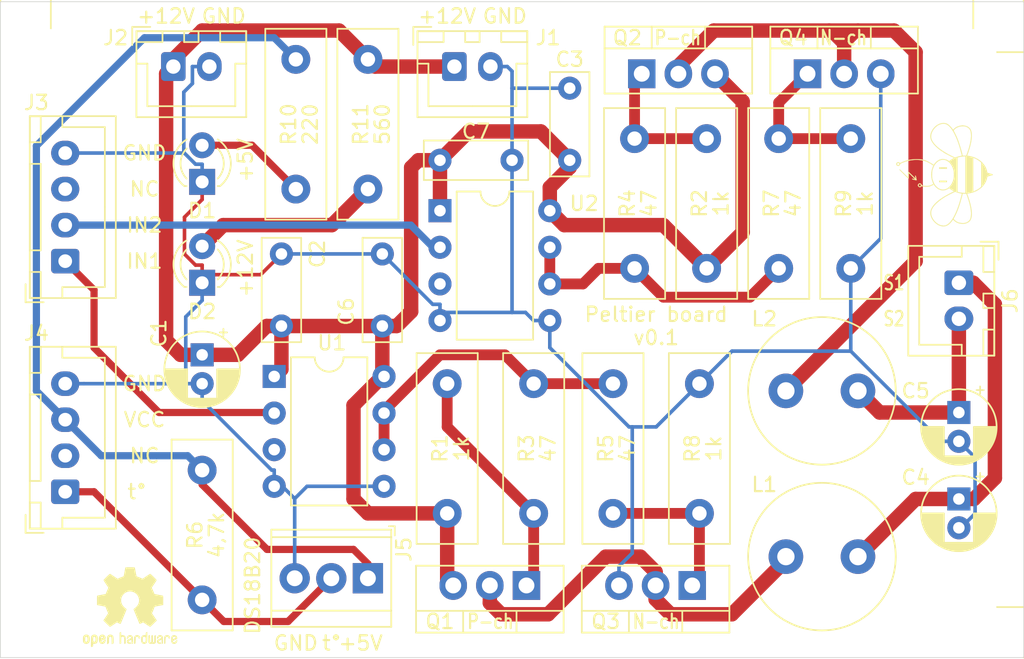
<source format=kicad_pcb>
(kicad_pcb (version 20171130) (host pcbnew "(5.1.12)-1")

  (general
    (thickness 1.6)
    (drawings 44)
    (tracks 202)
    (zones 0)
    (modules 40)
    (nets 23)
  )

  (page A4)
  (layers
    (0 F.Cu signal)
    (31 B.Cu signal)
    (32 B.Adhes user hide)
    (33 F.Adhes user hide)
    (34 B.Paste user hide)
    (35 F.Paste user hide)
    (36 B.SilkS user hide)
    (37 F.SilkS user hide)
    (38 B.Mask user hide)
    (39 F.Mask user hide)
    (40 Dwgs.User user hide)
    (41 Cmts.User user hide)
    (42 Eco1.User user hide)
    (43 Eco2.User user hide)
    (44 Edge.Cuts user)
    (45 Margin user hide)
    (46 B.CrtYd user hide)
    (47 F.CrtYd user hide)
    (48 B.Fab user hide)
    (49 F.Fab user hide)
  )

  (setup
    (last_trace_width 0.25)
    (trace_clearance 0.2)
    (zone_clearance 0.5)
    (zone_45_only no)
    (trace_min 0.2)
    (via_size 0.8)
    (via_drill 0.4)
    (via_min_size 0.4)
    (via_min_drill 0.3)
    (uvia_size 0.3)
    (uvia_drill 0.1)
    (uvias_allowed no)
    (uvia_min_size 0.2)
    (uvia_min_drill 0.1)
    (edge_width 0.05)
    (segment_width 0.2)
    (pcb_text_width 0.3)
    (pcb_text_size 1.5 1.5)
    (mod_edge_width 0.12)
    (mod_text_size 1 1)
    (mod_text_width 0.15)
    (pad_size 1.524 1.524)
    (pad_drill 0.762)
    (pad_to_mask_clearance 0)
    (aux_axis_origin 0 0)
    (visible_elements 7FFFFFFF)
    (pcbplotparams
      (layerselection 0x00020_7ffffffe)
      (usegerberextensions false)
      (usegerberattributes false)
      (usegerberadvancedattributes false)
      (creategerberjobfile false)
      (excludeedgelayer true)
      (linewidth 0.100000)
      (plotframeref false)
      (viasonmask false)
      (mode 1)
      (useauxorigin false)
      (hpglpennumber 1)
      (hpglpenspeed 20)
      (hpglpendiameter 15.000000)
      (psnegative false)
      (psa4output false)
      (plotreference true)
      (plotvalue true)
      (plotinvisibletext false)
      (padsonsilk false)
      (subtractmaskfromsilk false)
      (outputformat 1)
      (mirror false)
      (drillshape 0)
      (scaleselection 1)
      (outputdirectory "gerber/"))
  )

  (net 0 "")
  (net 1 GND)
  (net 2 +12V)
  (net 3 "Net-(C4-Pad1)")
  (net 4 "Net-(C5-Pad1)")
  (net 5 "Net-(D1-Pad2)")
  (net 6 "Net-(D2-Pad2)")
  (net 7 IN2)
  (net 8 IN1)
  (net 9 +5V)
  (net 10 "Net-(L1-Pad1)")
  (net 11 "Net-(L2-Pad1)")
  (net 12 "Net-(Q1-Pad1)")
  (net 13 "Net-(Q2-Pad1)")
  (net 14 "Net-(Q3-Pad1)")
  (net 15 "Net-(Q4-Pad1)")
  (net 16 "Net-(R3-Pad1)")
  (net 17 "Net-(R4-Pad1)")
  (net 18 "Net-(U1-Pad3)")
  (net 19 "Net-(U2-Pad3)")
  (net 20 t)
  (net 21 "Net-(J3-Pad3)")
  (net 22 "Net-(J4-Pad2)")

  (net_class Default "This is the default net class."
    (clearance 0.2)
    (trace_width 0.25)
    (via_dia 0.8)
    (via_drill 0.4)
    (uvia_dia 0.3)
    (uvia_drill 0.1)
    (add_net +12V)
    (add_net +5V)
    (add_net GND)
    (add_net IN1)
    (add_net IN2)
    (add_net "Net-(C4-Pad1)")
    (add_net "Net-(C5-Pad1)")
    (add_net "Net-(D1-Pad2)")
    (add_net "Net-(D2-Pad2)")
    (add_net "Net-(J3-Pad3)")
    (add_net "Net-(J4-Pad2)")
    (add_net "Net-(L1-Pad1)")
    (add_net "Net-(L2-Pad1)")
    (add_net "Net-(Q1-Pad1)")
    (add_net "Net-(Q2-Pad1)")
    (add_net "Net-(Q3-Pad1)")
    (add_net "Net-(Q4-Pad1)")
    (add_net "Net-(R3-Pad1)")
    (add_net "Net-(R4-Pad1)")
    (add_net "Net-(U1-Pad3)")
    (add_net "Net-(U2-Pad3)")
    (add_net t)
  )

  (module logo-beehive:logo-beehive-7_2х6_7mm (layer F.Cu) (tedit 0) (tstamp 5F663FBA)
    (at 189.5 83 90)
    (fp_text reference G*** (at 0 0 90) (layer F.Fab) hide
      (effects (font (size 1.524 1.524) (thickness 0.3)))
    )
    (fp_text value LOGO (at 0.75 0 90) (layer F.Fab) hide
      (effects (font (size 1.524 1.524) (thickness 0.3)))
    )
    (fp_poly (pts (xy 0.781124 -3.338272) (xy 0.820066 -3.312623) (xy 0.850866 -3.27735) (xy 0.862381 -3.253557)
      (xy 0.869381 -3.203831) (xy 0.86004 -3.155836) (xy 0.836291 -3.117453) (xy 0.826963 -3.109228)
      (xy 0.800557 -3.08931) (xy 0.860848 -2.961859) (xy 0.942059 -2.765907) (xy 1.003933 -2.561687)
      (xy 1.0468 -2.347606) (xy 1.070993 -2.122074) (xy 1.077124 -1.922318) (xy 1.073712 -1.775328)
      (xy 1.063437 -1.645173) (xy 1.045563 -1.526426) (xy 1.019354 -1.413658) (xy 0.998815 -1.345045)
      (xy 0.968368 -1.263013) (xy 0.926952 -1.169003) (xy 0.877686 -1.069335) (xy 0.823684 -0.970328)
      (xy 0.770857 -0.882677) (xy 0.741321 -0.836271) (xy 0.716056 -0.796521) (xy 0.69781 -0.767754)
      (xy 0.689434 -0.754466) (xy 0.694321 -0.742271) (xy 0.714538 -0.722105) (xy 0.745386 -0.698528)
      (xy 0.810309 -0.647155) (xy 0.876016 -0.583521) (xy 0.937047 -0.513779) (xy 0.987937 -0.444085)
      (xy 1.018545 -0.390721) (xy 1.053095 -0.310872) (xy 1.074433 -0.238095) (xy 1.084874 -0.162371)
      (xy 1.086945 -0.094934) (xy 1.076086 0.020467) (xy 1.045188 0.132328) (xy 0.995987 0.235343)
      (xy 0.96275 0.284984) (xy 0.935175 0.321741) (xy 0.996225 0.402894) (xy 1.032255 0.454242)
      (xy 1.070613 0.514339) (xy 1.103634 0.571117) (xy 1.10681 0.577014) (xy 1.156345 0.669982)
      (xy 1.269255 0.441786) (xy 1.379742 0.226784) (xy 1.488243 0.032834) (xy 1.595982 -0.141879)
      (xy 1.704185 -0.29917) (xy 1.814075 -0.440853) (xy 1.926878 -0.568743) (xy 2.004467 -0.647395)
      (xy 2.12895 -0.758498) (xy 2.2502 -0.847038) (xy 2.36916 -0.913164) (xy 2.48677 -0.957023)
      (xy 2.603972 -0.978764) (xy 2.721707 -0.978534) (xy 2.840917 -0.956481) (xy 2.962542 -0.912754)
      (xy 3.087524 -0.847501) (xy 3.125835 -0.823735) (xy 3.238046 -0.741435) (xy 3.336093 -0.648795)
      (xy 3.419199 -0.547932) (xy 3.486591 -0.440965) (xy 3.537492 -0.33001) (xy 3.571127 -0.217185)
      (xy 3.586721 -0.104607) (xy 3.583499 0.005605) (xy 3.560685 0.111335) (xy 3.517504 0.210464)
      (xy 3.509522 0.224138) (xy 3.467783 0.282863) (xy 3.410567 0.348425) (xy 3.342435 0.416194)
      (xy 3.267951 0.481537) (xy 3.215409 0.522663) (xy 3.176019 0.551978) (xy 3.144162 0.575822)
      (xy 3.123999 0.591072) (xy 3.119139 0.594895) (xy 3.125036 0.603996) (xy 3.144107 0.625315)
      (xy 3.172877 0.655066) (xy 3.189509 0.671619) (xy 3.25791 0.75317) (xy 3.316458 0.851565)
      (xy 3.363304 0.961991) (xy 3.396598 1.079634) (xy 3.414493 1.199678) (xy 3.417102 1.264228)
      (xy 3.40813 1.381577) (xy 3.38235 1.49233) (xy 3.34125 1.593721) (xy 3.286317 1.682986)
      (xy 3.219038 1.75736) (xy 3.140903 1.814077) (xy 3.113719 1.828107) (xy 3.009087 1.865839)
      (xy 2.886866 1.889603) (xy 2.747784 1.899491) (xy 2.592566 1.895596) (xy 2.42194 1.878011)
      (xy 2.236633 1.846829) (xy 2.037372 1.802142) (xy 1.824883 1.744044) (xy 1.599893 1.672626)
      (xy 1.430663 1.613046) (xy 1.320008 1.572564) (xy 1.295866 1.718578) (xy 1.25303 1.913354)
      (xy 1.190764 2.095947) (xy 1.10864 2.267293) (xy 1.006231 2.428329) (xy 0.923258 2.534228)
      (xy 0.814822 2.647279) (xy 0.693857 2.746765) (xy 0.563822 2.830581) (xy 0.428175 2.896622)
      (xy 0.290374 2.942784) (xy 0.229531 2.956334) (xy 0.189546 2.963931) (xy 0.158226 2.970106)
      (xy 0.143514 2.973255) (xy 0.135688 2.984969) (xy 0.123584 3.014497) (xy 0.108873 3.057339)
      (xy 0.093667 3.107452) (xy 0.076809 3.166365) (xy 0.060376 3.223781) (xy 0.0465 3.272257)
      (xy 0.038811 3.299114) (xy 0.025628 3.336932) (xy 0.012258 3.355729) (xy 0 3.359728)
      (xy -0.015288 3.353083) (xy -0.028404 3.330514) (xy -0.038811 3.299114) (xy -0.049206 3.262807)
      (xy -0.063822 3.211743) (xy -0.080529 3.153364) (xy -0.093667 3.107452) (xy -0.109311 3.055982)
      (xy -0.123971 3.013455) (xy -0.135977 2.984371) (xy -0.143515 2.973255) (xy -0.160656 2.969615)
      (xy -0.19313 2.96324) (xy -0.229531 2.956334) (xy -0.367186 2.919651) (xy -0.504219 2.862154)
      (xy -0.637175 2.785947) (xy -0.762596 2.693133) (xy -0.877026 2.585815) (xy -0.923269 2.534228)
      (xy -1.03903 2.38033) (xy -1.135257 2.214564) (xy -1.212083 2.036622) (xy -1.219586 2.011796)
      (xy -1.165985 2.011796) (xy -1.160628 2.030696) (xy -1.146181 2.0653) (xy -1.124874 2.111187)
      (xy -1.098933 2.163934) (xy -1.070588 2.219118) (xy -1.042066 2.272316) (xy -1.015595 2.319106)
      (xy -0.993403 2.355066) (xy -0.991985 2.357185) (xy -0.958579 2.404438) (xy -0.920872 2.454363)
      (xy -0.891354 2.490932) (xy -0.840013 2.551546) (xy 0.841033 2.551546) (xy 0.892441 2.490932)
      (xy 0.93843 2.432196) (xy 0.986502 2.362985) (xy 1.033888 2.288071) (xy 1.077819 2.212231)
      (xy 1.115523 2.140238) (xy 1.144233 2.076867) (xy 1.160841 2.028255) (xy 1.168594 1.997364)
      (xy 0.001251 1.997364) (xy -0.195644 1.997416) (xy -0.37057 1.997583) (xy -0.524648 1.997878)
      (xy -0.659 1.998316) (xy -0.774746 1.998909) (xy -0.873009 1.999671) (xy -0.95491 2.000618)
      (xy -1.02157 2.001762) (xy -1.074111 2.003117) (xy -1.113653 2.004698) (xy -1.141319 2.006517)
      (xy -1.158229 2.00859) (xy -1.165506 2.01093) (xy -1.165985 2.011796) (xy -1.219586 2.011796)
      (xy -1.26964 1.846195) (xy -1.308059 1.642973) (xy -1.310363 1.625739) (xy -1.317382 1.571614)
      (xy -1.42935 1.612882) (xy -1.629865 1.683029) (xy -1.825759 1.744185) (xy -2.015 1.795944)
      (xy -2.195555 1.837898) (xy -2.365393 1.869639) (xy -2.522479 1.89076) (xy -2.664783 1.900853)
      (xy -2.790271 1.899511) (xy -2.838314 1.895344) (xy -2.96209 1.875638) (xy -3.066609 1.846125)
      (xy -3.154103 1.80545) (xy -3.226803 1.752259) (xy -3.286941 1.685198) (xy -3.336747 1.602914)
      (xy -3.343746 1.588582) (xy -3.385695 1.481123) (xy -3.408942 1.37211) (xy -3.411475 1.320836)
      (xy -3.357374 1.320836) (xy -3.349051 1.403928) (xy -3.330314 1.480954) (xy -3.299783 1.559775)
      (xy -3.296364 1.567326) (xy -3.25627 1.634464) (xy -3.201534 1.697768) (xy -3.138721 1.750591)
      (xy -3.084262 1.782114) (xy -2.99339 1.813382) (xy -2.884978 1.834294) (xy -2.762244 1.844603)
      (xy -2.628408 1.844064) (xy -2.486691 1.83243) (xy -2.463978 1.829585) (xy -2.25216 1.794568)
      (xy -2.026325 1.743379) (xy -1.788428 1.676523) (xy -1.540425 1.594501) (xy -1.510962 1.583982)
      (xy -1.325191 1.51715) (xy -1.320921 1.390773) (xy -1.27 1.390773) (xy -1.27 1.454728)
      (xy 1.273528 1.454728) (xy 1.266408 1.330287) (xy 1.260547 1.26306) (xy 1.316252 1.26306)
      (xy 1.321954 1.512174) (xy 1.368136 1.530811) (xy 1.439484 1.558222) (xy 1.526724 1.589564)
      (xy 1.623473 1.622685) (xy 1.72335 1.655429) (xy 1.819972 1.685644) (xy 1.878735 1.703118)
      (xy 2.093291 1.760255) (xy 2.292609 1.802908) (xy 2.476182 1.831017) (xy 2.6435 1.844517)
      (xy 2.794056 1.843349) (xy 2.91629 1.829447) (xy 3.012927 1.807479) (xy 3.091872 1.777436)
      (xy 3.157765 1.737114) (xy 3.209942 1.690006) (xy 3.274118 1.607281) (xy 3.319819 1.513726)
      (xy 3.347495 1.407928) (xy 3.357597 1.28847) (xy 3.356526 1.229811) (xy 3.340665 1.088035)
      (xy 3.306955 0.96039) (xy 3.255506 0.847166) (xy 3.186427 0.748656) (xy 3.170098 0.730306)
      (xy 3.127268 0.685713) (xy 3.094795 0.657447) (xy 3.0686 0.643813) (xy 3.044605 0.643112)
      (xy 3.018734 0.65365) (xy 3.005226 0.661713) (xy 2.958944 0.688662) (xy 2.89593 0.722084)
      (xy 2.820825 0.759719) (xy 2.738272 0.799303) (xy 2.652912 0.838574) (xy 2.569387 0.875271)
      (xy 2.550619 0.883239) (xy 2.457139 0.920633) (xy 2.346529 0.961571) (xy 2.223166 1.004679)
      (xy 2.09143 1.048584) (xy 1.955698 1.091912) (xy 1.820349 1.133289) (xy 1.689763 1.171341)
      (xy 1.568317 1.204694) (xy 1.46039 1.231975) (xy 1.385859 1.248683) (xy 1.316252 1.26306)
      (xy 1.260547 1.26306) (xy 1.259747 1.253895) (xy 1.248535 1.167625) (xy 1.234147 1.079964)
      (xy 1.217961 0.9994) (xy 1.203276 0.940955) (xy 1.193293 0.906319) (xy -1.194304 0.906319)
      (xy -1.220268 1.010228) (xy -1.23911 1.098477) (xy -1.254501 1.195531) (xy -1.26518 1.29174)
      (xy -1.269885 1.377451) (xy -1.27 1.390773) (xy -1.320921 1.390773) (xy -1.316645 1.264228)
      (xy -1.434754 1.236895) (xy -1.501797 1.22041) (xy -1.585737 1.198273) (xy -1.681508 1.171947)
      (xy -1.78404 1.142901) (xy -1.888267 1.112598) (xy -1.989119 1.082507) (xy -2.08153 1.054092)
      (xy -2.160431 1.02882) (xy -2.199409 1.015696) (xy -2.323182 0.971175) (xy -2.448985 0.92273)
      (xy -2.572984 0.872035) (xy -2.691345 0.820767) (xy -2.800235 0.770601) (xy -2.89582 0.723212)
      (xy -2.974265 0.680275) (xy -2.993815 0.668554) (xy -3.027147 0.649909) (xy -3.05353 0.642358)
      (xy -3.078126 0.647357) (xy -3.106096 0.666363) (xy -3.142603 0.700832) (xy -3.15587 0.714282)
      (xy -3.232717 0.809128) (xy -3.291358 0.918026) (xy -3.331675 1.040673) (xy -3.353547 1.176766)
      (xy -3.356664 1.223819) (xy -3.357374 1.320836) (xy -3.411475 1.320836) (xy -3.414734 1.254894)
      (xy -3.413307 1.218046) (xy -3.396132 1.080679) (xy -3.361188 0.952052) (xy -3.309573 0.83484)
      (xy -3.242385 0.731716) (xy -3.188985 0.671619) (xy -3.1569 0.639059) (xy -3.132792 0.613101)
      (xy -3.120127 0.597552) (xy -3.119139 0.594895) (xy -3.1295 0.586909) (xy -3.154289 0.568322)
      (xy -3.189354 0.542238) (xy -3.216089 0.522438) (xy -3.292731 0.461203) (xy -3.366118 0.3941)
      (xy -3.431605 0.325854) (xy -3.484547 0.261184) (xy -3.509522 0.224148) (xy -3.556269 0.125261)
      (xy -3.582294 0.01982) (xy -3.58729 -0.071302) (xy -3.531475 -0.071302) (xy -3.530831 -0.039606)
      (xy -3.527441 0.015291) (xy -3.521365 0.056568) (xy -3.510236 0.093692) (xy -3.491685 0.136134)
      (xy -3.481814 0.156403) (xy -3.425027 0.248295) (xy -3.345829 0.340169) (xy -3.244895 0.431635)
      (xy -3.122901 0.522299) (xy -2.980524 0.611771) (xy -2.81844 0.699659) (xy -2.637324 0.785571)
      (xy -2.437852 0.869116) (xy -2.220702 0.949901) (xy -1.986548 1.027535) (xy -1.9685 1.033164)
      (xy -1.899652 1.053987) (xy -1.823419 1.076095) (xy -1.742903 1.098684) (xy -1.661204 1.120951)
      (xy -1.581421 1.142094) (xy -1.506657 1.161309) (xy -1.440011 1.177795) (xy -1.384584 1.190747)
      (xy -1.343476 1.199364) (xy -1.319788 1.202841) (xy -1.315331 1.202301) (xy -1.310525 1.18843)
      (xy -1.303023 1.157156) (xy -1.294048 1.113834) (xy -1.288644 1.085273) (xy -1.275538 1.023924)
      (xy -1.257466 0.952675) (xy -1.237498 0.883276) (xy -1.228744 0.855882) (xy -1.188907 0.736173)
      (xy -1.190922 0.731736) (xy 1.187715 0.731736) (xy 1.224028 0.841244) (xy 1.24494 0.908541)
      (xy 1.264527 0.979266) (xy 1.281511 1.04802) (xy 1.294618 1.109401) (xy 1.302571 1.158011)
      (xy 1.304386 1.181301) (xy 1.307638 1.204155) (xy 1.31928 1.209081) (xy 1.324841 1.207791)
      (xy 1.342821 1.202968) (xy 1.378686 1.193763) (xy 1.427904 1.181327) (xy 1.485942 1.166807)
      (xy 1.512454 1.160216) (xy 1.7631 1.094106) (xy 2.000962 1.023487) (xy 2.225116 0.948828)
      (xy 2.434641 0.870599) (xy 2.628614 0.789271) (xy 2.806113 0.705311) (xy 2.966216 0.61919)
      (xy 3.108001 0.531377) (xy 3.230545 0.442341) (xy 3.332927 0.352553) (xy 3.414223 0.262482)
      (xy 3.473511 0.172596) (xy 3.480994 0.15806) (xy 3.502829 0.111304) (xy 3.516532 0.072763)
      (xy 3.524475 0.033013) (xy 3.529027 -0.017368) (xy 3.530161 -0.037404) (xy 3.525184 -0.160604)
      (xy 3.497675 -0.281907) (xy 3.448182 -0.400087) (xy 3.377254 -0.513921) (xy 3.285439 -0.622184)
      (xy 3.25425 -0.653064) (xy 3.14536 -0.74489) (xy 3.031263 -0.818683) (xy 2.914113 -0.873715)
      (xy 2.796064 -0.909257) (xy 2.679268 -0.924579) (xy 2.565881 -0.918952) (xy 2.505364 -0.906562)
      (xy 2.39331 -0.865968) (xy 2.278736 -0.803154) (xy 2.162206 -0.718784) (xy 2.044283 -0.613524)
      (xy 1.925533 -0.488036) (xy 1.80652 -0.342986) (xy 1.687807 -0.179037) (xy 1.56996 0.003146)
      (xy 1.453542 0.202899) (xy 1.339118 0.419558) (xy 1.284575 0.530391) (xy 1.187715 0.731736)
      (xy -1.190922 0.731736) (xy -1.242049 0.6192) (xy -1.344968 0.403905) (xy -1.452176 0.201117)
      (xy -1.562851 0.011828) (xy -1.676172 -0.16297) (xy -1.791318 -0.322286) (xy -1.907468 -0.465127)
      (xy -2.0238 -0.590502) (xy -2.139494 -0.697418) (xy -2.253727 -0.784885) (xy -2.36568 -0.851909)
      (xy -2.47453 -0.8975) (xy -2.505364 -0.906562) (xy -2.615938 -0.924099) (xy -2.731113 -0.920284)
      (xy -2.848734 -0.895846) (xy -2.966648 -0.851514) (xy -3.082701 -0.788017) (xy -3.19474 -0.706084)
      (xy -3.25425 -0.653064) (xy -3.352283 -0.546482) (xy -3.429568 -0.433803) (xy -3.485559 -0.316239)
      (xy -3.51971 -0.195001) (xy -3.531475 -0.071302) (xy -3.58729 -0.071302) (xy -3.588325 -0.090174)
      (xy -3.575091 -0.202723) (xy -3.543319 -0.315828) (xy -3.493736 -0.427488) (xy -3.427071 -0.535706)
      (xy -3.344052 -0.638481) (xy -3.245405 -0.733815) (xy -3.131858 -0.819709) (xy -3.128818 -0.821729)
      (xy -3.003531 -0.894559) (xy -2.880454 -0.945281) (xy -2.758981 -0.973797) (xy -2.638509 -0.980009)
      (xy -2.518432 -0.96382) (xy -2.398146 -0.925131) (xy -2.277046 -0.863845) (xy -2.154528 -0.779862)
      (xy -2.029987 -0.673087) (xy -1.993285 -0.637726) (xy -1.876664 -0.514496) (xy -1.76359 -0.378067)
      (xy -1.652878 -0.226667) (xy -1.543339 -0.058527) (xy -1.433786 0.128125) (xy -1.323032 0.335058)
      (xy -1.269145 0.442009) (xy -1.156125 0.670426) (xy -1.109291 0.580554) (xy -1.078495 0.526225)
      (xy -1.040587 0.466059) (xy -1.003155 0.412031) (xy -0.998816 0.406212) (xy -0.935175 0.321741)
      (xy -0.962751 0.284984) (xy -1.021033 0.188878) (xy -1.061938 0.08109) (xy -1.083733 -0.033077)
      (xy -1.086945 -0.094934) (xy -1.086541 -0.104581) (xy -1.03596 -0.104581) (xy -1.026154 0.004092)
      (xy -0.995446 0.109498) (xy -0.944929 0.210166) (xy -0.875696 0.304621) (xy -0.78884 0.391391)
      (xy -0.685456 0.469002) (xy -0.566635 0.535983) (xy -0.433472 0.590859) (xy -0.423003 0.594423)
      (xy -0.343148 0.618909) (xy -0.268002 0.636303) (xy -0.191285 0.647415) (xy -0.10671 0.653053)
      (xy -0.007997 0.654028) (xy 0.034636 0.653341) (xy 0.112848 0.651127) (xy 0.17405 0.647841)
      (xy 0.224321 0.642791) (xy 0.269739 0.635286) (xy 0.316383 0.624634) (xy 0.339248 0.618667)
      (xy 0.48028 0.572409) (xy 0.60799 0.513494) (xy 0.721255 0.443288) (xy 0.818952 0.363159)
      (xy 0.89996 0.274475) (xy 0.963155 0.178601) (xy 1.007416 0.076906) (xy 1.031619 -0.029243)
      (xy 1.034643 -0.13848) (xy 1.02377 -0.215046) (xy 0.988557 -0.32622) (xy 0.932382 -0.430687)
      (xy 0.856726 -0.527164) (xy 0.763074 -0.614365) (xy 0.652907 -0.691003) (xy 0.527709 -0.755794)
      (xy 0.388962 -0.807452) (xy 0.317435 -0.827343) (xy 0.265651 -0.839627) (xy 0.220998 -0.848283)
      (xy 0.17729 -0.853929) (xy 0.128345 -0.85718) (xy 0.067978 -0.858652) (xy 0 -0.858965)
      (xy -0.075828 -0.858546) (xy -0.134778 -0.856879) (xy -0.183055 -0.853351) (xy -0.226862 -0.847346)
      (xy -0.272404 -0.838251) (xy -0.3175 -0.827536) (xy -0.462194 -0.78292) (xy -0.594078 -0.724467)
      (xy -0.711668 -0.653466) (xy -0.813482 -0.571202) (xy -0.898035 -0.478962) (xy -0.963844 -0.378032)
      (xy -1.009426 -0.269698) (xy -1.02377 -0.215046) (xy -1.03596 -0.104581) (xy -1.086541 -0.104581)
      (xy -1.083385 -0.179891) (xy -1.070732 -0.2541) (xy -1.046671 -0.327578) (xy -1.018545 -0.390721)
      (xy -0.980207 -0.455708) (xy -0.927199 -0.525847) (xy -0.864982 -0.594984) (xy -0.799018 -0.656964)
      (xy -0.745379 -0.698532) (xy -0.681877 -0.742268) (xy -0.711307 -0.789657) (xy -0.775382 -0.91204)
      (xy -0.815808 -1.027545) (xy -0.827612 -1.090213) (xy -0.834802 -1.168285) (xy -0.837383 -1.254538)
      (xy -0.835358 -1.341751) (xy -0.828733 -1.422702) (xy -0.81751 -1.490171) (xy -0.815547 -1.498229)
      (xy -0.794048 -1.58214) (xy -0.823808 -1.60555) (xy -0.855103 -1.643446) (xy -0.868873 -1.689922)
      (xy -0.86773 -1.706645) (xy -0.819727 -1.706645) (xy -0.810207 -1.679885) (xy -0.786971 -1.652868)
      (xy -0.758005 -1.63322) (xy -0.737292 -1.627909) (xy -0.710612 -1.635591) (xy -0.684812 -1.653012)
      (xy -0.663044 -1.686513) (xy -0.659999 -1.722991) (xy -0.673306 -1.756371) (xy -0.700596 -1.780577)
      (xy -0.738071 -1.789545) (xy -0.771185 -1.779412) (xy -0.800241 -1.754129) (xy -0.817681 -1.721369)
      (xy -0.819727 -1.706645) (xy -0.86773 -1.706645) (xy -0.865518 -1.739005) (xy -0.845439 -1.784719)
      (xy -0.809361 -1.820873) (xy -0.764231 -1.842776) (xy -0.71985 -1.844407) (xy -0.67516 -1.829062)
      (xy -0.639173 -1.800811) (xy -0.612432 -1.758947) (xy -0.600564 -1.712661) (xy -0.600407 -1.706982)
      (xy -0.610708 -1.664952) (xy -0.637735 -1.624526) (xy -0.675862 -1.593111) (xy -0.693329 -1.584583)
      (xy -0.721895 -1.570686) (xy -0.739711 -1.55217) (xy -0.753326 -1.521228) (xy -0.757751 -1.507784)
      (xy -0.769308 -1.45586) (xy -0.777432 -1.387829) (xy -0.781948 -1.310446) (xy -0.782678 -1.230465)
      (xy -0.779447 -1.15464) (xy -0.772077 -1.089725) (xy -0.769104 -1.073727) (xy -0.757296 -1.030294)
      (xy -0.73904 -0.97831) (xy -0.716774 -0.923294) (xy -0.692936 -0.870762) (xy -0.669964 -0.826231)
      (xy -0.650298 -0.795219) (xy -0.641975 -0.786089) (xy -0.623931 -0.784078) (xy -0.587414 -0.793208)
      (xy -0.531675 -0.81367) (xy -0.528876 -0.814791) (xy -0.356342 -0.871998) (xy -0.181043 -0.906566)
      (xy -0.004425 -0.918495) (xy 0.172062 -0.907786) (xy 0.346972 -0.87444) (xy 0.518857 -0.818457)
      (xy 0.529286 -0.814279) (xy 0.629227 -0.773804) (xy 0.652693 -0.802464) (xy 0.675511 -0.833998)
      (xy 0.706046 -0.881335) (xy 0.741548 -0.939695) (xy 0.779269 -1.004299) (xy 0.816461 -1.070367)
      (xy 0.850376 -1.133118) (xy 0.878263 -1.187772) (xy 0.894974 -1.223818) (xy 0.952283 -1.384565)
      (xy 0.993139 -1.55845) (xy 1.017692 -1.742563) (xy 1.026091 -1.933994) (xy 1.018488 -2.129834)
      (xy 0.995032 -2.327174) (xy 0.955874 -2.523103) (xy 0.901163 -2.714712) (xy 0.83105 -2.899092)
      (xy 0.805599 -2.955636) (xy 0.782039 -3.005003) (xy 0.764405 -3.037704) (xy 0.749165 -3.058139)
      (xy 0.732786 -3.070709) (xy 0.711739 -3.079812) (xy 0.70366 -3.082636) (xy 0.659252 -3.106825)
      (xy 0.624129 -3.142791) (xy 0.603562 -3.184206) (xy 0.600364 -3.206712) (xy 0.604074 -3.224306)
      (xy 0.659665 -3.224306) (xy 0.662521 -3.188954) (xy 0.683492 -3.15701) (xy 0.688511 -3.152747)
      (xy 0.725237 -3.132232) (xy 0.758193 -3.133638) (xy 0.791365 -3.157134) (xy 0.791388 -3.157157)
      (xy 0.814899 -3.190331) (xy 0.816319 -3.223285) (xy 0.795819 -3.260007) (xy 0.795798 -3.260034)
      (xy 0.76393 -3.285504) (xy 0.738071 -3.290454) (xy 0.699613 -3.281092) (xy 0.672753 -3.257031)
      (xy 0.659665 -3.224306) (xy 0.604074 -3.224306) (xy 0.611034 -3.257305) (xy 0.639695 -3.301015)
      (xy 0.68132 -3.332816) (xy 0.730884 -3.347682) (xy 0.741833 -3.348181) (xy 0.781124 -3.338272)) (layer F.SilkS) (width 0.01))
    (fp_poly (pts (xy 0.373099 -3.122533) (xy 0.369224 -3.109199) (xy 0.354184 -3.086757) (xy 0.327016 -3.054031)
      (xy 0.28676 -3.009848) (xy 0.232455 -2.953033) (xy 0.16314 -2.882413) (xy 0.096827 -2.815781)
      (xy -0.190327 -2.528454) (xy 0.008746 -2.528454) (xy 0.081153 -2.528276) (xy 0.133629 -2.52753)
      (xy 0.169333 -2.525895) (xy 0.191424 -2.523054) (xy 0.203059 -2.518688) (xy 0.207397 -2.512477)
      (xy 0.207818 -2.50835) (xy 0.199922 -2.495335) (xy 0.177598 -2.468358) (xy 0.14289 -2.429638)
      (xy 0.097844 -2.381393) (xy 0.044505 -2.325843) (xy -0.015081 -2.265206) (xy -0.031647 -2.248578)
      (xy -0.107675 -2.171851) (xy -0.167131 -2.110416) (xy -0.21038 -2.063869) (xy -0.237787 -2.031809)
      (xy -0.249716 -2.01383) (xy -0.248124 -2.009314) (xy -0.224942 -2.01189) (xy -0.188032 -2.018168)
      (xy -0.15317 -2.025161) (xy -0.112516 -2.033013) (xy -0.088124 -2.034732) (xy -0.073974 -2.030254)
      (xy -0.067646 -2.024266) (xy -0.060571 -2.01187) (xy -0.063805 -2.001313) (xy -0.079929 -1.991447)
      (xy -0.111523 -1.981122) (xy -0.161166 -1.969192) (xy -0.218458 -1.957139) (xy -0.281228 -1.944397)
      (xy -0.325023 -1.935816) (xy -0.353499 -1.93097) (xy -0.370313 -1.929433) (xy -0.379119 -1.930779)
      (xy -0.383574 -1.934583) (xy -0.385558 -1.937671) (xy -0.386495 -1.953939) (xy -0.382402 -1.986838)
      (xy -0.374463 -2.031182) (xy -0.363866 -2.081789) (xy -0.351794 -2.133474) (xy -0.339436 -2.181054)
      (xy -0.327975 -2.219345) (xy -0.318599 -2.243164) (xy -0.31449 -2.248343) (xy -0.295101 -2.249946)
      (xy -0.285455 -2.234986) (xy -0.285226 -2.201866) (xy -0.294087 -2.148986) (xy -0.294139 -2.148738)
      (xy -0.302673 -2.107185) (xy -0.308924 -2.074871) (xy -0.311687 -2.05806) (xy -0.311727 -2.057342)
      (xy -0.303951 -2.063003) (xy -0.282058 -2.082978) (xy -0.248202 -2.115196) (xy -0.204539 -2.157586)
      (xy -0.153221 -2.208077) (xy -0.103751 -2.257256) (xy 0.104224 -2.464954) (xy -0.083408 -2.470727)
      (xy -0.15498 -2.473257) (xy -0.20655 -2.476017) (xy -0.241206 -2.479383) (xy -0.262038 -2.48373)
      (xy -0.272134 -2.489436) (xy -0.274392 -2.494) (xy -0.267207 -2.50546) (xy -0.245659 -2.530835)
      (xy -0.211923 -2.567927) (xy -0.168174 -2.614538) (xy -0.116585 -2.668467) (xy -0.059333 -2.727516)
      (xy 0.001408 -2.789486) (xy 0.063464 -2.852177) (xy 0.12466 -2.913392) (xy 0.18282 -2.97093)
      (xy 0.235771 -3.022593) (xy 0.281337 -3.066181) (xy 0.317345 -3.099496) (xy 0.341618 -3.120339)
      (xy 0.351193 -3.126571) (xy 0.366768 -3.127932) (xy 0.373099 -3.122533)) (layer F.SilkS) (width 0.01))
    (fp_poly (pts (xy -0.415636 0.173182) (xy -0.519546 0.173182) (xy -0.519546 -0.369454) (xy -0.415636 -0.369454)
      (xy -0.415636 0.173182)) (layer F.SilkS) (width 0.01))
    (fp_poly (pts (xy 0.508 0.173182) (xy 0.404091 0.173182) (xy 0.404091 -0.369454) (xy 0.508 -0.369454)
      (xy 0.508 0.173182)) (layer F.SilkS) (width 0.01))
  )

  (module Connector_JST:JST_XH_B2B-XH-A_1x02_P2.50mm_Vertical (layer F.Cu) (tedit 5C28146C) (tstamp 5FD25A16)
    (at 155.5 75.5)
    (descr "JST XH series connector, B2B-XH-A (http://www.jst-mfg.com/product/pdf/eng/eXH.pdf), generated with kicad-footprint-generator")
    (tags "connector JST XH vertical")
    (path /5FD289CF)
    (fp_text reference J1 (at 6.5 -2) (layer F.SilkS)
      (effects (font (size 1 1) (thickness 0.15)))
    )
    (fp_text value Conn_01x02 (at 1.25 4.6) (layer F.Fab)
      (effects (font (size 1 1) (thickness 0.15)))
    )
    (fp_line (start -2.45 -2.35) (end -2.45 3.4) (layer F.Fab) (width 0.1))
    (fp_line (start -2.45 3.4) (end 4.95 3.4) (layer F.Fab) (width 0.1))
    (fp_line (start 4.95 3.4) (end 4.95 -2.35) (layer F.Fab) (width 0.1))
    (fp_line (start 4.95 -2.35) (end -2.45 -2.35) (layer F.Fab) (width 0.1))
    (fp_line (start -2.56 -2.46) (end -2.56 3.51) (layer F.SilkS) (width 0.12))
    (fp_line (start -2.56 3.51) (end 5.06 3.51) (layer F.SilkS) (width 0.12))
    (fp_line (start 5.06 3.51) (end 5.06 -2.46) (layer F.SilkS) (width 0.12))
    (fp_line (start 5.06 -2.46) (end -2.56 -2.46) (layer F.SilkS) (width 0.12))
    (fp_line (start -2.95 -2.85) (end -2.95 3.9) (layer F.CrtYd) (width 0.05))
    (fp_line (start -2.95 3.9) (end 5.45 3.9) (layer F.CrtYd) (width 0.05))
    (fp_line (start 5.45 3.9) (end 5.45 -2.85) (layer F.CrtYd) (width 0.05))
    (fp_line (start 5.45 -2.85) (end -2.95 -2.85) (layer F.CrtYd) (width 0.05))
    (fp_line (start -0.625 -2.35) (end 0 -1.35) (layer F.Fab) (width 0.1))
    (fp_line (start 0 -1.35) (end 0.625 -2.35) (layer F.Fab) (width 0.1))
    (fp_line (start 0.75 -2.45) (end 0.75 -1.7) (layer F.SilkS) (width 0.12))
    (fp_line (start 0.75 -1.7) (end 1.75 -1.7) (layer F.SilkS) (width 0.12))
    (fp_line (start 1.75 -1.7) (end 1.75 -2.45) (layer F.SilkS) (width 0.12))
    (fp_line (start 1.75 -2.45) (end 0.75 -2.45) (layer F.SilkS) (width 0.12))
    (fp_line (start -2.55 -2.45) (end -2.55 -1.7) (layer F.SilkS) (width 0.12))
    (fp_line (start -2.55 -1.7) (end -0.75 -1.7) (layer F.SilkS) (width 0.12))
    (fp_line (start -0.75 -1.7) (end -0.75 -2.45) (layer F.SilkS) (width 0.12))
    (fp_line (start -0.75 -2.45) (end -2.55 -2.45) (layer F.SilkS) (width 0.12))
    (fp_line (start 3.25 -2.45) (end 3.25 -1.7) (layer F.SilkS) (width 0.12))
    (fp_line (start 3.25 -1.7) (end 5.05 -1.7) (layer F.SilkS) (width 0.12))
    (fp_line (start 5.05 -1.7) (end 5.05 -2.45) (layer F.SilkS) (width 0.12))
    (fp_line (start 5.05 -2.45) (end 3.25 -2.45) (layer F.SilkS) (width 0.12))
    (fp_line (start -2.55 -0.2) (end -1.8 -0.2) (layer F.SilkS) (width 0.12))
    (fp_line (start -1.8 -0.2) (end -1.8 2.75) (layer F.SilkS) (width 0.12))
    (fp_line (start -1.8 2.75) (end 1.25 2.75) (layer F.SilkS) (width 0.12))
    (fp_line (start 5.05 -0.2) (end 4.3 -0.2) (layer F.SilkS) (width 0.12))
    (fp_line (start 4.3 -0.2) (end 4.3 2.75) (layer F.SilkS) (width 0.12))
    (fp_line (start 4.3 2.75) (end 1.25 2.75) (layer F.SilkS) (width 0.12))
    (fp_line (start -1.6 -2.75) (end -2.85 -2.75) (layer F.SilkS) (width 0.12))
    (fp_line (start -2.85 -2.75) (end -2.85 -1.5) (layer F.SilkS) (width 0.12))
    (fp_text user %R (at 1.25 2.7) (layer F.Fab)
      (effects (font (size 1 1) (thickness 0.15)))
    )
    (pad 2 thru_hole oval (at 2.5 0) (size 1.7 2) (drill 1) (layers *.Cu *.Mask)
      (net 1 GND))
    (pad 1 thru_hole roundrect (at 0 0) (size 1.7 2) (drill 1) (layers *.Cu *.Mask) (roundrect_rratio 0.1470588235294118)
      (net 2 +12V))
    (model ${KISYS3DMOD}/Connector_JST.3dshapes/JST_XH_B2B-XH-A_1x02_P2.50mm_Vertical.wrl
      (at (xyz 0 0 0))
      (scale (xyz 1 1 1))
      (rotate (xyz 0 0 0))
    )
  )

  (module Symbol:OSHW-Logo2_7.3x6mm_SilkScreen (layer F.Cu) (tedit 0) (tstamp 5F65EA3B)
    (at 133 113)
    (descr "Open Source Hardware Symbol")
    (tags "Logo Symbol OSHW")
    (attr virtual)
    (fp_text reference REF**_5 (at 0 0) (layer F.Fab) hide
      (effects (font (size 1 1) (thickness 0.15)))
    )
    (fp_text value OSHW-Logo2_7.3x6mm_SilkScreen (at 0.75 0) (layer F.Fab) hide
      (effects (font (size 1 1) (thickness 0.15)))
    )
    (fp_poly (pts (xy -2.400256 1.919918) (xy -2.344799 1.947568) (xy -2.295852 1.99848) (xy -2.282371 2.017338)
      (xy -2.267686 2.042015) (xy -2.258158 2.068816) (xy -2.252707 2.104587) (xy -2.250253 2.156169)
      (xy -2.249714 2.224267) (xy -2.252148 2.317588) (xy -2.260606 2.387657) (xy -2.276826 2.439931)
      (xy -2.302546 2.479869) (xy -2.339503 2.512929) (xy -2.342218 2.514886) (xy -2.37864 2.534908)
      (xy -2.422498 2.544815) (xy -2.478276 2.547257) (xy -2.568952 2.547257) (xy -2.56899 2.635283)
      (xy -2.569834 2.684308) (xy -2.574976 2.713065) (xy -2.588413 2.730311) (xy -2.614142 2.744808)
      (xy -2.620321 2.747769) (xy -2.649236 2.761648) (xy -2.671624 2.770414) (xy -2.688271 2.771171)
      (xy -2.699964 2.761023) (xy -2.70749 2.737073) (xy -2.711634 2.696426) (xy -2.713185 2.636186)
      (xy -2.712929 2.553455) (xy -2.711651 2.445339) (xy -2.711252 2.413) (xy -2.709815 2.301524)
      (xy -2.708528 2.228603) (xy -2.569029 2.228603) (xy -2.568245 2.290499) (xy -2.56476 2.330997)
      (xy -2.556876 2.357708) (xy -2.542895 2.378244) (xy -2.533403 2.38826) (xy -2.494596 2.417567)
      (xy -2.460237 2.419952) (xy -2.424784 2.39575) (xy -2.423886 2.394857) (xy -2.409461 2.376153)
      (xy -2.400687 2.350732) (xy -2.396261 2.311584) (xy -2.394882 2.251697) (xy -2.394857 2.23843)
      (xy -2.398188 2.155901) (xy -2.409031 2.098691) (xy -2.42866 2.063766) (xy -2.45835 2.048094)
      (xy -2.475509 2.046514) (xy -2.516234 2.053926) (xy -2.544168 2.07833) (xy -2.560983 2.12298)
      (xy -2.56835 2.19113) (xy -2.569029 2.228603) (xy -2.708528 2.228603) (xy -2.708292 2.215245)
      (xy -2.706323 2.150333) (xy -2.70355 2.102958) (xy -2.699612 2.06929) (xy -2.694151 2.045498)
      (xy -2.686808 2.027753) (xy -2.677223 2.012224) (xy -2.673113 2.006381) (xy -2.618595 1.951185)
      (xy -2.549664 1.91989) (xy -2.469928 1.911165) (xy -2.400256 1.919918)) (layer F.SilkS) (width 0.01))
    (fp_poly (pts (xy -1.283907 1.92778) (xy -1.237328 1.954723) (xy -1.204943 1.981466) (xy -1.181258 2.009484)
      (xy -1.164941 2.043748) (xy -1.154661 2.089227) (xy -1.149086 2.150892) (xy -1.146884 2.233711)
      (xy -1.146629 2.293246) (xy -1.146629 2.512391) (xy -1.208314 2.540044) (xy -1.27 2.567697)
      (xy -1.277257 2.32767) (xy -1.280256 2.238028) (xy -1.283402 2.172962) (xy -1.287299 2.128026)
      (xy -1.292553 2.09877) (xy -1.299769 2.080748) (xy -1.30955 2.069511) (xy -1.312688 2.067079)
      (xy -1.360239 2.048083) (xy -1.408303 2.0556) (xy -1.436914 2.075543) (xy -1.448553 2.089675)
      (xy -1.456609 2.10822) (xy -1.461729 2.136334) (xy -1.464559 2.179173) (xy -1.465744 2.241895)
      (xy -1.465943 2.307261) (xy -1.465982 2.389268) (xy -1.467386 2.447316) (xy -1.472086 2.486465)
      (xy -1.482013 2.51178) (xy -1.499097 2.528323) (xy -1.525268 2.541156) (xy -1.560225 2.554491)
      (xy -1.598404 2.569007) (xy -1.593859 2.311389) (xy -1.592029 2.218519) (xy -1.589888 2.149889)
      (xy -1.586819 2.100711) (xy -1.582206 2.066198) (xy -1.575432 2.041562) (xy -1.565881 2.022016)
      (xy -1.554366 2.00477) (xy -1.49881 1.94968) (xy -1.43102 1.917822) (xy -1.357287 1.910191)
      (xy -1.283907 1.92778)) (layer F.SilkS) (width 0.01))
    (fp_poly (pts (xy -2.958885 1.921962) (xy -2.890855 1.957733) (xy -2.840649 2.015301) (xy -2.822815 2.052312)
      (xy -2.808937 2.107882) (xy -2.801833 2.178096) (xy -2.80116 2.254727) (xy -2.806573 2.329552)
      (xy -2.81773 2.394342) (xy -2.834286 2.440873) (xy -2.839374 2.448887) (xy -2.899645 2.508707)
      (xy -2.971231 2.544535) (xy -3.048908 2.55502) (xy -3.127452 2.53881) (xy -3.149311 2.529092)
      (xy -3.191878 2.499143) (xy -3.229237 2.459433) (xy -3.232768 2.454397) (xy -3.247119 2.430124)
      (xy -3.256606 2.404178) (xy -3.26221 2.370022) (xy -3.264914 2.321119) (xy -3.265701 2.250935)
      (xy -3.265714 2.2352) (xy -3.265678 2.230192) (xy -3.120571 2.230192) (xy -3.119727 2.29643)
      (xy -3.116404 2.340386) (xy -3.109417 2.368779) (xy -3.097584 2.388325) (xy -3.091543 2.394857)
      (xy -3.056814 2.41968) (xy -3.023097 2.418548) (xy -2.989005 2.397016) (xy -2.968671 2.374029)
      (xy -2.956629 2.340478) (xy -2.949866 2.287569) (xy -2.949402 2.281399) (xy -2.948248 2.185513)
      (xy -2.960312 2.114299) (xy -2.98543 2.068194) (xy -3.02344 2.047635) (xy -3.037008 2.046514)
      (xy -3.072636 2.052152) (xy -3.097006 2.071686) (xy -3.111907 2.109042) (xy -3.119125 2.16815)
      (xy -3.120571 2.230192) (xy -3.265678 2.230192) (xy -3.265174 2.160413) (xy -3.262904 2.108159)
      (xy -3.257932 2.071949) (xy -3.249287 2.045299) (xy -3.235995 2.021722) (xy -3.233057 2.017338)
      (xy -3.183687 1.958249) (xy -3.129891 1.923947) (xy -3.064398 1.910331) (xy -3.042158 1.909665)
      (xy -2.958885 1.921962)) (layer F.SilkS) (width 0.01))
    (fp_poly (pts (xy -1.831697 1.931239) (xy -1.774473 1.969735) (xy -1.730251 2.025335) (xy -1.703833 2.096086)
      (xy -1.69849 2.148162) (xy -1.699097 2.169893) (xy -1.704178 2.186531) (xy -1.718145 2.201437)
      (xy -1.745411 2.217973) (xy -1.790388 2.239498) (xy -1.857489 2.269374) (xy -1.857829 2.269524)
      (xy -1.919593 2.297813) (xy -1.970241 2.322933) (xy -2.004596 2.342179) (xy -2.017482 2.352848)
      (xy -2.017486 2.352934) (xy -2.006128 2.376166) (xy -1.979569 2.401774) (xy -1.949077 2.420221)
      (xy -1.93363 2.423886) (xy -1.891485 2.411212) (xy -1.855192 2.379471) (xy -1.837483 2.344572)
      (xy -1.820448 2.318845) (xy -1.787078 2.289546) (xy -1.747851 2.264235) (xy -1.713244 2.250471)
      (xy -1.706007 2.249714) (xy -1.697861 2.26216) (xy -1.69737 2.293972) (xy -1.703357 2.336866)
      (xy -1.714643 2.382558) (xy -1.73005 2.422761) (xy -1.730829 2.424322) (xy -1.777196 2.489062)
      (xy -1.837289 2.533097) (xy -1.905535 2.554711) (xy -1.976362 2.552185) (xy -2.044196 2.523804)
      (xy -2.047212 2.521808) (xy -2.100573 2.473448) (xy -2.13566 2.410352) (xy -2.155078 2.327387)
      (xy -2.157684 2.304078) (xy -2.162299 2.194055) (xy -2.156767 2.142748) (xy -2.017486 2.142748)
      (xy -2.015676 2.174753) (xy -2.005778 2.184093) (xy -1.981102 2.177105) (xy -1.942205 2.160587)
      (xy -1.898725 2.139881) (xy -1.897644 2.139333) (xy -1.860791 2.119949) (xy -1.846 2.107013)
      (xy -1.849647 2.093451) (xy -1.865005 2.075632) (xy -1.904077 2.049845) (xy -1.946154 2.04795)
      (xy -1.983897 2.066717) (xy -2.009966 2.102915) (xy -2.017486 2.142748) (xy -2.156767 2.142748)
      (xy -2.152806 2.106027) (xy -2.12845 2.036212) (xy -2.094544 1.987302) (xy -2.033347 1.937878)
      (xy -1.965937 1.913359) (xy -1.89712 1.911797) (xy -1.831697 1.931239)) (layer F.SilkS) (width 0.01))
    (fp_poly (pts (xy -0.624114 1.851289) (xy -0.619861 1.910613) (xy -0.614975 1.945572) (xy -0.608205 1.96082)
      (xy -0.598298 1.961015) (xy -0.595086 1.959195) (xy -0.552356 1.946015) (xy -0.496773 1.946785)
      (xy -0.440263 1.960333) (xy -0.404918 1.977861) (xy -0.368679 2.005861) (xy -0.342187 2.037549)
      (xy -0.324001 2.077813) (xy -0.312678 2.131543) (xy -0.306778 2.203626) (xy -0.304857 2.298951)
      (xy -0.304823 2.317237) (xy -0.3048 2.522646) (xy -0.350509 2.53858) (xy -0.382973 2.54942)
      (xy -0.400785 2.554468) (xy -0.401309 2.554514) (xy -0.403063 2.540828) (xy -0.404556 2.503076)
      (xy -0.405674 2.446224) (xy -0.406303 2.375234) (xy -0.4064 2.332073) (xy -0.406602 2.246973)
      (xy -0.407642 2.185981) (xy -0.410169 2.144177) (xy -0.414836 2.116642) (xy -0.422293 2.098456)
      (xy -0.433189 2.084698) (xy -0.439993 2.078073) (xy -0.486728 2.051375) (xy -0.537728 2.049375)
      (xy -0.583999 2.071955) (xy -0.592556 2.080107) (xy -0.605107 2.095436) (xy -0.613812 2.113618)
      (xy -0.619369 2.139909) (xy -0.622474 2.179562) (xy -0.623824 2.237832) (xy -0.624114 2.318173)
      (xy -0.624114 2.522646) (xy -0.669823 2.53858) (xy -0.702287 2.54942) (xy -0.720099 2.554468)
      (xy -0.720623 2.554514) (xy -0.721963 2.540623) (xy -0.723172 2.501439) (xy -0.724199 2.4407)
      (xy -0.724998 2.362141) (xy -0.725519 2.269498) (xy -0.725714 2.166509) (xy -0.725714 1.769342)
      (xy -0.678543 1.749444) (xy -0.631371 1.729547) (xy -0.624114 1.851289)) (layer F.SilkS) (width 0.01))
    (fp_poly (pts (xy 0.039744 1.950968) (xy 0.096616 1.972087) (xy 0.097267 1.972493) (xy 0.13244 1.99838)
      (xy 0.158407 2.028633) (xy 0.17667 2.068058) (xy 0.188732 2.121462) (xy 0.196096 2.193651)
      (xy 0.200264 2.289432) (xy 0.200629 2.303078) (xy 0.205876 2.508842) (xy 0.161716 2.531678)
      (xy 0.129763 2.54711) (xy 0.11047 2.554423) (xy 0.109578 2.554514) (xy 0.106239 2.541022)
      (xy 0.103587 2.504626) (xy 0.101956 2.451452) (xy 0.1016 2.408393) (xy 0.101592 2.338641)
      (xy 0.098403 2.294837) (xy 0.087288 2.273944) (xy 0.063501 2.272925) (xy 0.022296 2.288741)
      (xy -0.039914 2.317815) (xy -0.085659 2.341963) (xy -0.109187 2.362913) (xy -0.116104 2.385747)
      (xy -0.116114 2.386877) (xy -0.104701 2.426212) (xy -0.070908 2.447462) (xy -0.019191 2.450539)
      (xy 0.018061 2.450006) (xy 0.037703 2.460735) (xy 0.049952 2.486505) (xy 0.057002 2.519337)
      (xy 0.046842 2.537966) (xy 0.043017 2.540632) (xy 0.007001 2.55134) (xy -0.043434 2.552856)
      (xy -0.095374 2.545759) (xy -0.132178 2.532788) (xy -0.183062 2.489585) (xy -0.211986 2.429446)
      (xy -0.217714 2.382462) (xy -0.213343 2.340082) (xy -0.197525 2.305488) (xy -0.166203 2.274763)
      (xy -0.115322 2.24399) (xy -0.040824 2.209252) (xy -0.036286 2.207288) (xy 0.030821 2.176287)
      (xy 0.072232 2.150862) (xy 0.089981 2.128014) (xy 0.086107 2.104745) (xy 0.062643 2.078056)
      (xy 0.055627 2.071914) (xy 0.00863 2.0481) (xy -0.040067 2.049103) (xy -0.082478 2.072451)
      (xy -0.110616 2.115675) (xy -0.113231 2.12416) (xy -0.138692 2.165308) (xy -0.170999 2.185128)
      (xy -0.217714 2.20477) (xy -0.217714 2.15395) (xy -0.203504 2.080082) (xy -0.161325 2.012327)
      (xy -0.139376 1.989661) (xy -0.089483 1.960569) (xy -0.026033 1.9474) (xy 0.039744 1.950968)) (layer F.SilkS) (width 0.01))
    (fp_poly (pts (xy 0.529926 1.949755) (xy 0.595858 1.974084) (xy 0.649273 2.017117) (xy 0.670164 2.047409)
      (xy 0.692939 2.102994) (xy 0.692466 2.143186) (xy 0.668562 2.170217) (xy 0.659717 2.174813)
      (xy 0.62153 2.189144) (xy 0.602028 2.185472) (xy 0.595422 2.161407) (xy 0.595086 2.148114)
      (xy 0.582992 2.09921) (xy 0.551471 2.064999) (xy 0.507659 2.048476) (xy 0.458695 2.052634)
      (xy 0.418894 2.074227) (xy 0.40545 2.086544) (xy 0.395921 2.101487) (xy 0.389485 2.124075)
      (xy 0.385317 2.159328) (xy 0.382597 2.212266) (xy 0.380502 2.287907) (xy 0.37996 2.311857)
      (xy 0.377981 2.39379) (xy 0.375731 2.451455) (xy 0.372357 2.489608) (xy 0.367006 2.513004)
      (xy 0.358824 2.526398) (xy 0.346959 2.534545) (xy 0.339362 2.538144) (xy 0.307102 2.550452)
      (xy 0.288111 2.554514) (xy 0.281836 2.540948) (xy 0.278006 2.499934) (xy 0.2766 2.430999)
      (xy 0.277598 2.333669) (xy 0.277908 2.318657) (xy 0.280101 2.229859) (xy 0.282693 2.165019)
      (xy 0.286382 2.119067) (xy 0.291864 2.086935) (xy 0.299835 2.063553) (xy 0.310993 2.043852)
      (xy 0.31683 2.03541) (xy 0.350296 1.998057) (xy 0.387727 1.969003) (xy 0.392309 1.966467)
      (xy 0.459426 1.946443) (xy 0.529926 1.949755)) (layer F.SilkS) (width 0.01))
    (fp_poly (pts (xy 1.190117 2.065358) (xy 1.189933 2.173837) (xy 1.189219 2.257287) (xy 1.187675 2.319704)
      (xy 1.185001 2.365085) (xy 1.180894 2.397429) (xy 1.175055 2.420733) (xy 1.167182 2.438995)
      (xy 1.161221 2.449418) (xy 1.111855 2.505945) (xy 1.049264 2.541377) (xy 0.980013 2.55409)
      (xy 0.910668 2.542463) (xy 0.869375 2.521568) (xy 0.826025 2.485422) (xy 0.796481 2.441276)
      (xy 0.778655 2.383462) (xy 0.770463 2.306313) (xy 0.769302 2.249714) (xy 0.769458 2.245647)
      (xy 0.870857 2.245647) (xy 0.871476 2.31055) (xy 0.874314 2.353514) (xy 0.88084 2.381622)
      (xy 0.892523 2.401953) (xy 0.906483 2.417288) (xy 0.953365 2.44689) (xy 1.003701 2.449419)
      (xy 1.051276 2.424705) (xy 1.054979 2.421356) (xy 1.070783 2.403935) (xy 1.080693 2.383209)
      (xy 1.086058 2.352362) (xy 1.088228 2.304577) (xy 1.088571 2.251748) (xy 1.087827 2.185381)
      (xy 1.084748 2.141106) (xy 1.078061 2.112009) (xy 1.066496 2.091173) (xy 1.057013 2.080107)
      (xy 1.01296 2.052198) (xy 0.962224 2.048843) (xy 0.913796 2.070159) (xy 0.90445 2.078073)
      (xy 0.88854 2.095647) (xy 0.87861 2.116587) (xy 0.873278 2.147782) (xy 0.871163 2.196122)
      (xy 0.870857 2.245647) (xy 0.769458 2.245647) (xy 0.77281 2.158568) (xy 0.784726 2.090086)
      (xy 0.807135 2.0386) (xy 0.842124 1.998443) (xy 0.869375 1.977861) (xy 0.918907 1.955625)
      (xy 0.976316 1.945304) (xy 1.029682 1.948067) (xy 1.059543 1.959212) (xy 1.071261 1.962383)
      (xy 1.079037 1.950557) (xy 1.084465 1.918866) (xy 1.088571 1.870593) (xy 1.093067 1.816829)
      (xy 1.099313 1.784482) (xy 1.110676 1.765985) (xy 1.130528 1.75377) (xy 1.143 1.748362)
      (xy 1.190171 1.728601) (xy 1.190117 2.065358)) (layer F.SilkS) (width 0.01))
    (fp_poly (pts (xy 1.779833 1.958663) (xy 1.782048 1.99685) (xy 1.783784 2.054886) (xy 1.784899 2.12818)
      (xy 1.785257 2.205055) (xy 1.785257 2.465196) (xy 1.739326 2.511127) (xy 1.707675 2.539429)
      (xy 1.67989 2.550893) (xy 1.641915 2.550168) (xy 1.62684 2.548321) (xy 1.579726 2.542948)
      (xy 1.540756 2.539869) (xy 1.531257 2.539585) (xy 1.499233 2.541445) (xy 1.453432 2.546114)
      (xy 1.435674 2.548321) (xy 1.392057 2.551735) (xy 1.362745 2.54432) (xy 1.33368 2.521427)
      (xy 1.323188 2.511127) (xy 1.277257 2.465196) (xy 1.277257 1.978602) (xy 1.314226 1.961758)
      (xy 1.346059 1.949282) (xy 1.364683 1.944914) (xy 1.369458 1.958718) (xy 1.373921 1.997286)
      (xy 1.377775 2.056356) (xy 1.380722 2.131663) (xy 1.382143 2.195286) (xy 1.386114 2.445657)
      (xy 1.420759 2.450556) (xy 1.452268 2.447131) (xy 1.467708 2.436041) (xy 1.472023 2.415308)
      (xy 1.475708 2.371145) (xy 1.478469 2.309146) (xy 1.480012 2.234909) (xy 1.480235 2.196706)
      (xy 1.480457 1.976783) (xy 1.526166 1.960849) (xy 1.558518 1.950015) (xy 1.576115 1.944962)
      (xy 1.576623 1.944914) (xy 1.578388 1.958648) (xy 1.580329 1.99673) (xy 1.582282 2.054482)
      (xy 1.584084 2.127227) (xy 1.585343 2.195286) (xy 1.589314 2.445657) (xy 1.6764 2.445657)
      (xy 1.680396 2.21724) (xy 1.684392 1.988822) (xy 1.726847 1.966868) (xy 1.758192 1.951793)
      (xy 1.776744 1.944951) (xy 1.777279 1.944914) (xy 1.779833 1.958663)) (layer F.SilkS) (width 0.01))
    (fp_poly (pts (xy 2.144876 1.956335) (xy 2.186667 1.975344) (xy 2.219469 1.998378) (xy 2.243503 2.024133)
      (xy 2.260097 2.057358) (xy 2.270577 2.1028) (xy 2.276271 2.165207) (xy 2.278507 2.249327)
      (xy 2.278743 2.304721) (xy 2.278743 2.520826) (xy 2.241774 2.53767) (xy 2.212656 2.549981)
      (xy 2.198231 2.554514) (xy 2.195472 2.541025) (xy 2.193282 2.504653) (xy 2.191942 2.451542)
      (xy 2.191657 2.409372) (xy 2.190434 2.348447) (xy 2.187136 2.300115) (xy 2.182321 2.270518)
      (xy 2.178496 2.264229) (xy 2.152783 2.270652) (xy 2.112418 2.287125) (xy 2.065679 2.309458)
      (xy 2.020845 2.333457) (xy 1.986193 2.35493) (xy 1.970002 2.369685) (xy 1.969938 2.369845)
      (xy 1.97133 2.397152) (xy 1.983818 2.423219) (xy 2.005743 2.444392) (xy 2.037743 2.451474)
      (xy 2.065092 2.450649) (xy 2.103826 2.450042) (xy 2.124158 2.459116) (xy 2.136369 2.483092)
      (xy 2.137909 2.487613) (xy 2.143203 2.521806) (xy 2.129047 2.542568) (xy 2.092148 2.552462)
      (xy 2.052289 2.554292) (xy 1.980562 2.540727) (xy 1.943432 2.521355) (xy 1.897576 2.475845)
      (xy 1.873256 2.419983) (xy 1.871073 2.360957) (xy 1.891629 2.305953) (xy 1.922549 2.271486)
      (xy 1.95342 2.252189) (xy 2.001942 2.227759) (xy 2.058485 2.202985) (xy 2.06791 2.199199)
      (xy 2.130019 2.171791) (xy 2.165822 2.147634) (xy 2.177337 2.123619) (xy 2.16658 2.096635)
      (xy 2.148114 2.075543) (xy 2.104469 2.049572) (xy 2.056446 2.047624) (xy 2.012406 2.067637)
      (xy 1.980709 2.107551) (xy 1.976549 2.117848) (xy 1.952327 2.155724) (xy 1.916965 2.183842)
      (xy 1.872343 2.206917) (xy 1.872343 2.141485) (xy 1.874969 2.101506) (xy 1.88623 2.069997)
      (xy 1.911199 2.036378) (xy 1.935169 2.010484) (xy 1.972441 1.973817) (xy 2.001401 1.954121)
      (xy 2.032505 1.94622) (xy 2.067713 1.944914) (xy 2.144876 1.956335)) (layer F.SilkS) (width 0.01))
    (fp_poly (pts (xy 2.6526 1.958752) (xy 2.669948 1.966334) (xy 2.711356 1.999128) (xy 2.746765 2.046547)
      (xy 2.768664 2.097151) (xy 2.772229 2.122098) (xy 2.760279 2.156927) (xy 2.734067 2.175357)
      (xy 2.705964 2.186516) (xy 2.693095 2.188572) (xy 2.686829 2.173649) (xy 2.674456 2.141175)
      (xy 2.669028 2.126502) (xy 2.63859 2.075744) (xy 2.59452 2.050427) (xy 2.53801 2.051206)
      (xy 2.533825 2.052203) (xy 2.503655 2.066507) (xy 2.481476 2.094393) (xy 2.466327 2.139287)
      (xy 2.45725 2.204615) (xy 2.453286 2.293804) (xy 2.452914 2.341261) (xy 2.45273 2.416071)
      (xy 2.451522 2.467069) (xy 2.448309 2.499471) (xy 2.442109 2.518495) (xy 2.43194 2.529356)
      (xy 2.416819 2.537272) (xy 2.415946 2.53767) (xy 2.386828 2.549981) (xy 2.372403 2.554514)
      (xy 2.370186 2.540809) (xy 2.368289 2.502925) (xy 2.366847 2.445715) (xy 2.365998 2.374027)
      (xy 2.365829 2.321565) (xy 2.366692 2.220047) (xy 2.37007 2.143032) (xy 2.377142 2.086023)
      (xy 2.389088 2.044526) (xy 2.40709 2.014043) (xy 2.432327 1.99008) (xy 2.457247 1.973355)
      (xy 2.517171 1.951097) (xy 2.586911 1.946076) (xy 2.6526 1.958752)) (layer F.SilkS) (width 0.01))
    (fp_poly (pts (xy 3.153595 1.966966) (xy 3.211021 2.004497) (xy 3.238719 2.038096) (xy 3.260662 2.099064)
      (xy 3.262405 2.147308) (xy 3.258457 2.211816) (xy 3.109686 2.276934) (xy 3.037349 2.310202)
      (xy 2.990084 2.336964) (xy 2.965507 2.360144) (xy 2.961237 2.382667) (xy 2.974889 2.407455)
      (xy 2.989943 2.423886) (xy 3.033746 2.450235) (xy 3.081389 2.452081) (xy 3.125145 2.431546)
      (xy 3.157289 2.390752) (xy 3.163038 2.376347) (xy 3.190576 2.331356) (xy 3.222258 2.312182)
      (xy 3.265714 2.295779) (xy 3.265714 2.357966) (xy 3.261872 2.400283) (xy 3.246823 2.435969)
      (xy 3.21528 2.476943) (xy 3.210592 2.482267) (xy 3.175506 2.51872) (xy 3.145347 2.538283)
      (xy 3.107615 2.547283) (xy 3.076335 2.55023) (xy 3.020385 2.550965) (xy 2.980555 2.54166)
      (xy 2.955708 2.527846) (xy 2.916656 2.497467) (xy 2.889625 2.464613) (xy 2.872517 2.423294)
      (xy 2.863238 2.367521) (xy 2.859693 2.291305) (xy 2.85941 2.252622) (xy 2.860372 2.206247)
      (xy 2.948007 2.206247) (xy 2.949023 2.231126) (xy 2.951556 2.2352) (xy 2.968274 2.229665)
      (xy 3.004249 2.215017) (xy 3.052331 2.19419) (xy 3.062386 2.189714) (xy 3.123152 2.158814)
      (xy 3.156632 2.131657) (xy 3.16399 2.10622) (xy 3.146391 2.080481) (xy 3.131856 2.069109)
      (xy 3.07941 2.046364) (xy 3.030322 2.050122) (xy 2.989227 2.077884) (xy 2.960758 2.127152)
      (xy 2.951631 2.166257) (xy 2.948007 2.206247) (xy 2.860372 2.206247) (xy 2.861285 2.162249)
      (xy 2.868196 2.095384) (xy 2.881884 2.046695) (xy 2.904096 2.010849) (xy 2.936574 1.982513)
      (xy 2.950733 1.973355) (xy 3.015053 1.949507) (xy 3.085473 1.948006) (xy 3.153595 1.966966)) (layer F.SilkS) (width 0.01))
    (fp_poly (pts (xy 0.10391 -2.757652) (xy 0.182454 -2.757222) (xy 0.239298 -2.756058) (xy 0.278105 -2.753793)
      (xy 0.302538 -2.75006) (xy 0.316262 -2.744494) (xy 0.32294 -2.736727) (xy 0.326236 -2.726395)
      (xy 0.326556 -2.725057) (xy 0.331562 -2.700921) (xy 0.340829 -2.653299) (xy 0.353392 -2.587259)
      (xy 0.368287 -2.507872) (xy 0.384551 -2.420204) (xy 0.385119 -2.417125) (xy 0.40141 -2.331211)
      (xy 0.416652 -2.255304) (xy 0.429861 -2.193955) (xy 0.440054 -2.151718) (xy 0.446248 -2.133145)
      (xy 0.446543 -2.132816) (xy 0.464788 -2.123747) (xy 0.502405 -2.108633) (xy 0.551271 -2.090738)
      (xy 0.551543 -2.090642) (xy 0.613093 -2.067507) (xy 0.685657 -2.038035) (xy 0.754057 -2.008403)
      (xy 0.757294 -2.006938) (xy 0.868702 -1.956374) (xy 1.115399 -2.12484) (xy 1.191077 -2.176197)
      (xy 1.259631 -2.222111) (xy 1.317088 -2.25997) (xy 1.359476 -2.287163) (xy 1.382825 -2.301079)
      (xy 1.385042 -2.302111) (xy 1.40201 -2.297516) (xy 1.433701 -2.275345) (xy 1.481352 -2.234553)
      (xy 1.546198 -2.174095) (xy 1.612397 -2.109773) (xy 1.676214 -2.046388) (xy 1.733329 -1.988549)
      (xy 1.780305 -1.939825) (xy 1.813703 -1.90379) (xy 1.830085 -1.884016) (xy 1.830694 -1.882998)
      (xy 1.832505 -1.869428) (xy 1.825683 -1.847267) (xy 1.80854 -1.813522) (xy 1.779393 -1.7652)
      (xy 1.736555 -1.699308) (xy 1.679448 -1.614483) (xy 1.628766 -1.539823) (xy 1.583461 -1.47286)
      (xy 1.54615 -1.417484) (xy 1.519452 -1.37758) (xy 1.505985 -1.357038) (xy 1.505137 -1.355644)
      (xy 1.506781 -1.335962) (xy 1.519245 -1.297707) (xy 1.540048 -1.248111) (xy 1.547462 -1.232272)
      (xy 1.579814 -1.16171) (xy 1.614328 -1.081647) (xy 1.642365 -1.012371) (xy 1.662568 -0.960955)
      (xy 1.678615 -0.921881) (xy 1.687888 -0.901459) (xy 1.689041 -0.899886) (xy 1.706096 -0.897279)
      (xy 1.746298 -0.890137) (xy 1.804302 -0.879477) (xy 1.874763 -0.866315) (xy 1.952335 -0.851667)
      (xy 2.031672 -0.836551) (xy 2.107431 -0.821982) (xy 2.174264 -0.808978) (xy 2.226828 -0.798555)
      (xy 2.259776 -0.79173) (xy 2.267857 -0.789801) (xy 2.276205 -0.785038) (xy 2.282506 -0.774282)
      (xy 2.287045 -0.753902) (xy 2.290104 -0.720266) (xy 2.291967 -0.669745) (xy 2.292918 -0.598708)
      (xy 2.29324 -0.503524) (xy 2.293257 -0.464508) (xy 2.293257 -0.147201) (xy 2.217057 -0.132161)
      (xy 2.174663 -0.124005) (xy 2.1114 -0.112101) (xy 2.034962 -0.097884) (xy 1.953043 -0.08279)
      (xy 1.9304 -0.078645) (xy 1.854806 -0.063947) (xy 1.788953 -0.049495) (xy 1.738366 -0.036625)
      (xy 1.708574 -0.026678) (xy 1.703612 -0.023713) (xy 1.691426 -0.002717) (xy 1.673953 0.037967)
      (xy 1.654577 0.090322) (xy 1.650734 0.1016) (xy 1.625339 0.171523) (xy 1.593817 0.250418)
      (xy 1.562969 0.321266) (xy 1.562817 0.321595) (xy 1.511447 0.432733) (xy 1.680399 0.681253)
      (xy 1.849352 0.929772) (xy 1.632429 1.147058) (xy 1.566819 1.211726) (xy 1.506979 1.268733)
      (xy 1.456267 1.315033) (xy 1.418046 1.347584) (xy 1.395675 1.363343) (xy 1.392466 1.364343)
      (xy 1.373626 1.356469) (xy 1.33518 1.334578) (xy 1.28133 1.301267) (xy 1.216276 1.259131)
      (xy 1.14594 1.211943) (xy 1.074555 1.16381) (xy 1.010908 1.121928) (xy 0.959041 1.088871)
      (xy 0.922995 1.067218) (xy 0.906867 1.059543) (xy 0.887189 1.066037) (xy 0.849875 1.08315)
      (xy 0.802621 1.107326) (xy 0.797612 1.110013) (xy 0.733977 1.141927) (xy 0.690341 1.157579)
      (xy 0.663202 1.157745) (xy 0.649057 1.143204) (xy 0.648975 1.143) (xy 0.641905 1.125779)
      (xy 0.625042 1.084899) (xy 0.599695 1.023525) (xy 0.567171 0.944819) (xy 0.528778 0.851947)
      (xy 0.485822 0.748072) (xy 0.444222 0.647502) (xy 0.398504 0.536516) (xy 0.356526 0.433703)
      (xy 0.319548 0.342215) (xy 0.288827 0.265201) (xy 0.265622 0.205815) (xy 0.25119 0.167209)
      (xy 0.246743 0.1528) (xy 0.257896 0.136272) (xy 0.287069 0.10993) (xy 0.325971 0.080887)
      (xy 0.436757 -0.010961) (xy 0.523351 -0.116241) (xy 0.584716 -0.232734) (xy 0.619815 -0.358224)
      (xy 0.627608 -0.490493) (xy 0.621943 -0.551543) (xy 0.591078 -0.678205) (xy 0.53792 -0.790059)
      (xy 0.465767 -0.885999) (xy 0.377917 -0.964924) (xy 0.277665 -1.02573) (xy 0.16831 -1.067313)
      (xy 0.053147 -1.088572) (xy -0.064525 -1.088401) (xy -0.18141 -1.065699) (xy -0.294211 -1.019362)
      (xy -0.399631 -0.948287) (xy -0.443632 -0.908089) (xy -0.528021 -0.804871) (xy -0.586778 -0.692075)
      (xy -0.620296 -0.57299) (xy -0.628965 -0.450905) (xy -0.613177 -0.329107) (xy -0.573322 -0.210884)
      (xy -0.509793 -0.099525) (xy -0.422979 0.001684) (xy -0.325971 0.080887) (xy -0.285563 0.111162)
      (xy -0.257018 0.137219) (xy -0.246743 0.152825) (xy -0.252123 0.169843) (xy -0.267425 0.2105)
      (xy -0.291388 0.271642) (xy -0.322756 0.350119) (xy -0.360268 0.44278) (xy -0.402667 0.546472)
      (xy -0.444337 0.647526) (xy -0.49031 0.758607) (xy -0.532893 0.861541) (xy -0.570779 0.953165)
      (xy -0.60266 1.030316) (xy -0.627229 1.089831) (xy -0.64318 1.128544) (xy -0.64909 1.143)
      (xy -0.663052 1.157685) (xy -0.69006 1.157642) (xy -0.733587 1.142099) (xy -0.79711 1.110284)
      (xy -0.797612 1.110013) (xy -0.84544 1.085323) (xy -0.884103 1.067338) (xy -0.905905 1.059614)
      (xy -0.906867 1.059543) (xy -0.923279 1.067378) (xy -0.959513 1.089165) (xy -1.011526 1.122328)
      (xy -1.075275 1.164291) (xy -1.14594 1.211943) (xy -1.217884 1.260191) (xy -1.282726 1.302151)
      (xy -1.336265 1.335227) (xy -1.374303 1.356821) (xy -1.392467 1.364343) (xy -1.409192 1.354457)
      (xy -1.44282 1.326826) (xy -1.48999 1.284495) (xy -1.547342 1.230505) (xy -1.611516 1.167899)
      (xy -1.632503 1.146983) (xy -1.849501 0.929623) (xy -1.684332 0.68722) (xy -1.634136 0.612781)
      (xy -1.590081 0.545972) (xy -1.554638 0.490665) (xy -1.530281 0.450729) (xy -1.519478 0.430036)
      (xy -1.519162 0.428563) (xy -1.524857 0.409058) (xy -1.540174 0.369822) (xy -1.562463 0.31743)
      (xy -1.578107 0.282355) (xy -1.607359 0.215201) (xy -1.634906 0.147358) (xy -1.656263 0.090034)
      (xy -1.662065 0.072572) (xy -1.678548 0.025938) (xy -1.69466 -0.010095) (xy -1.70351 -0.023713)
      (xy -1.72304 -0.032048) (xy -1.765666 -0.043863) (xy -1.825855 -0.057819) (xy -1.898078 -0.072578)
      (xy -1.9304 -0.078645) (xy -2.012478 -0.093727) (xy -2.091205 -0.108331) (xy -2.158891 -0.12102)
      (xy -2.20784 -0.130358) (xy -2.217057 -0.132161) (xy -2.293257 -0.147201) (xy -2.293257 -0.464508)
      (xy -2.293086 -0.568846) (xy -2.292384 -0.647787) (xy -2.290866 -0.704962) (xy -2.288251 -0.744001)
      (xy -2.284254 -0.768535) (xy -2.278591 -0.782195) (xy -2.27098 -0.788611) (xy -2.267857 -0.789801)
      (xy -2.249022 -0.79402) (xy -2.207412 -0.802438) (xy -2.14837 -0.814039) (xy -2.077243 -0.827805)
      (xy -1.999375 -0.84272) (xy -1.920113 -0.857768) (xy -1.844802 -0.871931) (xy -1.778787 -0.884194)
      (xy -1.727413 -0.893539) (xy -1.696025 -0.89895) (xy -1.689041 -0.899886) (xy -1.682715 -0.912404)
      (xy -1.66871 -0.945754) (xy -1.649645 -0.993623) (xy -1.642366 -1.012371) (xy -1.613004 -1.084805)
      (xy -1.578429 -1.16483) (xy -1.547463 -1.232272) (xy -1.524677 -1.283841) (xy -1.509518 -1.326215)
      (xy -1.504458 -1.352166) (xy -1.505264 -1.355644) (xy -1.515959 -1.372064) (xy -1.54038 -1.408583)
      (xy -1.575905 -1.461313) (xy -1.619913 -1.526365) (xy -1.669783 -1.599849) (xy -1.679644 -1.614355)
      (xy -1.737508 -1.700296) (xy -1.780044 -1.765739) (xy -1.808946 -1.813696) (xy -1.82591 -1.84718)
      (xy -1.832633 -1.869205) (xy -1.83081 -1.882783) (xy -1.830764 -1.882869) (xy -1.816414 -1.900703)
      (xy -1.784677 -1.935183) (xy -1.73899 -1.982732) (xy -1.682796 -2.039778) (xy -1.619532 -2.102745)
      (xy -1.612398 -2.109773) (xy -1.53267 -2.18698) (xy -1.471143 -2.24367) (xy -1.426579 -2.28089)
      (xy -1.397743 -2.299685) (xy -1.385042 -2.302111) (xy -1.366506 -2.291529) (xy -1.328039 -2.267084)
      (xy -1.273614 -2.231388) (xy -1.207202 -2.187053) (xy -1.132775 -2.136689) (xy -1.115399 -2.12484)
      (xy -0.868703 -1.956374) (xy -0.757294 -2.006938) (xy -0.689543 -2.036405) (xy -0.616817 -2.066041)
      (xy -0.554297 -2.08967) (xy -0.551543 -2.090642) (xy -0.50264 -2.108543) (xy -0.464943 -2.12368)
      (xy -0.446575 -2.13279) (xy -0.446544 -2.132816) (xy -0.440715 -2.149283) (xy -0.430808 -2.189781)
      (xy -0.417805 -2.249758) (xy -0.402691 -2.32466) (xy -0.386448 -2.409936) (xy -0.385119 -2.417125)
      (xy -0.368825 -2.504986) (xy -0.353867 -2.58474) (xy -0.341209 -2.651319) (xy -0.331814 -2.699653)
      (xy -0.326646 -2.724675) (xy -0.326556 -2.725057) (xy -0.323411 -2.735701) (xy -0.317296 -2.743738)
      (xy -0.304547 -2.749533) (xy -0.2815 -2.753453) (xy -0.244491 -2.755865) (xy -0.189856 -2.757135)
      (xy -0.113933 -2.757629) (xy -0.013056 -2.757714) (xy 0 -2.757714) (xy 0.10391 -2.757652)) (layer F.SilkS) (width 0.01))
  )

  (module TerminalBlock_TE-Connectivity:TerminalBlock_TE_282834-3_1x03_P2.54mm_Horizontal (layer F.Cu) (tedit 5F64F827) (tstamp 5F63D1B6)
    (at 149.5 111 180)
    (descr "Terminal Block TE 282834-3, 3 pins, pitch 2.54mm, size 8.08x6.5mm^2, drill diamater 1.1mm, pad diameter 2.1mm, see http://www.te.com/commerce/DocumentDelivery/DDEController?Action=showdoc&DocId=Customer+Drawing%7F282834%7FC1%7Fpdf%7FEnglish%7FENG_CD_282834_C1.pdf, script-generated using https://github.com/pointhi/kicad-footprint-generator/scripts/TerminalBlock_TE-Connectivity")
    (tags "THT Terminal Block TE 282834-3 pitch 2.54mm size 8.08x6.5mm^2 drill 1.1mm pad 2.1mm")
    (path /5F5A1EB6)
    (fp_text reference J5 (at -2.5 2 90) (layer F.SilkS)
      (effects (font (size 1 1) (thickness 0.15)))
    )
    (fp_text value Conn_01x03 (at 2.54 4.37) (layer F.Fab)
      (effects (font (size 1 1) (thickness 0.15)))
    )
    (fp_circle (center 0 0) (end 1.1 0) (layer F.Fab) (width 0.1))
    (fp_circle (center 2.54 0) (end 3.64 0) (layer F.Fab) (width 0.1))
    (fp_circle (center 5.08 0) (end 6.18 0) (layer F.Fab) (width 0.1))
    (fp_line (start -1.5 -3.25) (end 6.58 -3.25) (layer F.Fab) (width 0.1))
    (fp_line (start 6.58 -3.25) (end 6.58 3.25) (layer F.Fab) (width 0.1))
    (fp_line (start 6.58 3.25) (end -1.1 3.25) (layer F.Fab) (width 0.1))
    (fp_line (start -1.1 3.25) (end -1.5 2.85) (layer F.Fab) (width 0.1))
    (fp_line (start -1.5 2.85) (end -1.5 -3.25) (layer F.Fab) (width 0.1))
    (fp_line (start -1.5 2.85) (end 6.58 2.85) (layer F.Fab) (width 0.1))
    (fp_line (start -1.62 2.85) (end 6.7 2.85) (layer F.SilkS) (width 0.12))
    (fp_line (start -1.5 -2.25) (end 6.58 -2.25) (layer F.Fab) (width 0.1))
    (fp_line (start -1.62 -2.25) (end 6.7 -2.25) (layer F.SilkS) (width 0.12))
    (fp_line (start -1.62 -3.37) (end 6.7 -3.37) (layer F.SilkS) (width 0.12))
    (fp_line (start -1.62 3.37) (end 6.7 3.37) (layer F.SilkS) (width 0.12))
    (fp_line (start -1.62 -3.37) (end -1.62 3.37) (layer F.SilkS) (width 0.12))
    (fp_line (start 6.7 -3.37) (end 6.7 3.37) (layer F.SilkS) (width 0.12))
    (fp_line (start 0.835 -0.7) (end -0.701 0.835) (layer F.Fab) (width 0.1))
    (fp_line (start 0.701 -0.835) (end -0.835 0.7) (layer F.Fab) (width 0.1))
    (fp_line (start 3.375 -0.7) (end 1.84 0.835) (layer F.Fab) (width 0.1))
    (fp_line (start 3.241 -0.835) (end 1.706 0.7) (layer F.Fab) (width 0.1))
    (fp_line (start 5.915 -0.7) (end 4.38 0.835) (layer F.Fab) (width 0.1))
    (fp_line (start 5.781 -0.835) (end 4.246 0.7) (layer F.Fab) (width 0.1))
    (fp_line (start -1.86 2.97) (end -1.86 3.61) (layer F.SilkS) (width 0.12))
    (fp_line (start -1.86 3.61) (end -1.46 3.61) (layer F.SilkS) (width 0.12))
    (fp_line (start -2 -3.75) (end -2 3.75) (layer F.CrtYd) (width 0.05))
    (fp_line (start -2 3.75) (end 7.08 3.75) (layer F.CrtYd) (width 0.05))
    (fp_line (start 7.08 3.75) (end 7.08 -3.75) (layer F.CrtYd) (width 0.05))
    (fp_line (start 7.08 -3.75) (end -2 -3.75) (layer F.CrtYd) (width 0.05))
    (fp_text user %R (at 2.54 2) (layer F.Fab)
      (effects (font (size 1 1) (thickness 0.15)))
    )
    (pad 3 thru_hole circle (at 5.08 0 180) (size 2.1 2.1) (drill 1.1) (layers *.Cu *.Mask)
      (net 1 GND))
    (pad 2 thru_hole circle (at 2.54 0 180) (size 2.1 2.1) (drill 1.1) (layers *.Cu *.Mask)
      (net 20 t))
    (pad 1 thru_hole rect (at 0 0 180) (size 2.1 2.1) (drill 1.1) (layers *.Cu *.Mask)
      (net 9 +5V))
    (model ${KISYS3DMOD}/TerminalBlock_TE-Connectivity.3dshapes/TerminalBlock_TE_282834-3_1x03_P2.54mm_Horizontal.wrl
      (at (xyz 0 0 0))
      (scale (xyz 1 1 1))
      (rotate (xyz 0 0 0))
    )
    (model "E:/Program Files (x86)/BeeHive/hardware/kicad_libraries/modules/BeeHive.3dshapes/282834-3--3DModel-STEP-1.STEP"
      (offset (xyz 2.5 3.25 3))
      (scale (xyz 1 1 1))
      (rotate (xyz -90 0 180))
    )
  )

  (module MountingHole:MountingHole_3.2mm_M3_DIN965 (layer F.Cu) (tedit 56D1B4CB) (tstamp 5F6420D1)
    (at 127.5 113)
    (descr "Mounting Hole 3.2mm, no annular, M3, DIN965")
    (tags "mounting hole 3.2mm no annular m3 din965")
    (attr virtual)
    (fp_text reference REF**_4 (at 0 -3.8) (layer F.Fab) hide
      (effects (font (size 1 1) (thickness 0.15)))
    )
    (fp_text value MountingHole_3.2mm_M3_DIN965 (at 0 3.8) (layer F.Fab) hide
      (effects (font (size 1 1) (thickness 0.15)))
    )
    (fp_circle (center 0 0) (end 3.05 0) (layer F.CrtYd) (width 0.05))
    (fp_circle (center 0 0) (end 2.8 0) (layer Cmts.User) (width 0.15))
    (fp_text user %R (at 0.3 0) (layer F.Fab)
      (effects (font (size 1 1) (thickness 0.15)))
    )
    (pad 1 np_thru_hole circle (at 0 0) (size 3.2 3.2) (drill 3.2) (layers *.Cu *.Mask))
  )

  (module MountingHole:MountingHole_3.2mm_M3_DIN965 (layer F.Cu) (tedit 56D1B4CB) (tstamp 5F6420A1)
    (at 127.5 74.5)
    (descr "Mounting Hole 3.2mm, no annular, M3, DIN965")
    (tags "mounting hole 3.2mm no annular m3 din965")
    (attr virtual)
    (fp_text reference REF**_3 (at 0 -3.8) (layer F.Fab)
      (effects (font (size 1 1) (thickness 0.15)))
    )
    (fp_text value MountingHole_3.2mm_M3_DIN965 (at 0 3.8) (layer F.Fab)
      (effects (font (size 1 1) (thickness 0.15)))
    )
    (fp_circle (center 0 0) (end 3.05 0) (layer F.CrtYd) (width 0.05))
    (fp_circle (center 0 0) (end 2.8 0) (layer Cmts.User) (width 0.15))
    (fp_text user %R (at 0.3 0) (layer F.Fab)
      (effects (font (size 1 1) (thickness 0.15)))
    )
    (pad 1 np_thru_hole circle (at 0 0) (size 3.2 3.2) (drill 3.2) (layers *.Cu *.Mask))
  )

  (module MountingHole:MountingHole_3.2mm_M3_DIN965 (layer F.Cu) (tedit 56D1B4CB) (tstamp 5F6420A1)
    (at 191.5 74.5)
    (descr "Mounting Hole 3.2mm, no annular, M3, DIN965")
    (tags "mounting hole 3.2mm no annular m3 din965")
    (attr virtual)
    (fp_text reference REF**_2 (at 0 -3.8) (layer F.Fab)
      (effects (font (size 1 1) (thickness 0.15)))
    )
    (fp_text value MountingHole_3.2mm_M3_DIN965 (at 0 3.8) (layer F.Fab)
      (effects (font (size 1 1) (thickness 0.15)))
    )
    (fp_circle (center 0 0) (end 3.05 0) (layer F.CrtYd) (width 0.05))
    (fp_circle (center 0 0) (end 2.8 0) (layer Cmts.User) (width 0.15))
    (fp_text user %R (at 0.3 0) (layer F.Fab)
      (effects (font (size 1 1) (thickness 0.15)))
    )
    (pad 1 np_thru_hole circle (at 0 0) (size 3.2 3.2) (drill 3.2) (layers *.Cu *.Mask))
  )

  (module MountingHole:MountingHole_3.2mm_M3_DIN965 (layer F.Cu) (tedit 56D1B4CB) (tstamp 5F64F17F)
    (at 191.5 113)
    (descr "Mounting Hole 3.2mm, no annular, M3, DIN965")
    (tags "mounting hole 3.2mm no annular m3 din965")
    (attr virtual)
    (fp_text reference REF** (at 0 -3.8) (layer F.Fab)
      (effects (font (size 1 1) (thickness 0.15)))
    )
    (fp_text value MountingHole_3.2mm_M3_DIN965 (at 0 3.8) (layer F.Fab)
      (effects (font (size 1 1) (thickness 0.15)))
    )
    (fp_circle (center 0 0) (end 2.8 0) (layer Cmts.User) (width 0.15))
    (fp_circle (center 0 0) (end 3.05 0) (layer F.CrtYd) (width 0.05))
    (fp_text user %R (at 0.3 0) (layer F.Fab)
      (effects (font (size 1 1) (thickness 0.15)))
    )
    (pad 1 np_thru_hole circle (at 0 0) (size 3.2 3.2) (drill 3.2) (layers *.Cu *.Mask))
  )

  (module Package_DIP:DIP-8_W7.62mm (layer F.Cu) (tedit 5A02E8C5) (tstamp 5F63D33B)
    (at 154.5 85.5)
    (descr "8-lead though-hole mounted DIP package, row spacing 7.62 mm (300 mils)")
    (tags "THT DIP DIL PDIP 2.54mm 7.62mm 300mil")
    (path /5F6B88F0)
    (fp_text reference U2 (at 10 -0.5) (layer F.SilkS)
      (effects (font (size 1 1) (thickness 0.15)))
    )
    (fp_text value TC4420CPA (at 3.81 9.95) (layer F.Fab)
      (effects (font (size 1 1) (thickness 0.15)))
    )
    (fp_line (start 1.635 -1.27) (end 6.985 -1.27) (layer F.Fab) (width 0.1))
    (fp_line (start 6.985 -1.27) (end 6.985 8.89) (layer F.Fab) (width 0.1))
    (fp_line (start 6.985 8.89) (end 0.635 8.89) (layer F.Fab) (width 0.1))
    (fp_line (start 0.635 8.89) (end 0.635 -0.27) (layer F.Fab) (width 0.1))
    (fp_line (start 0.635 -0.27) (end 1.635 -1.27) (layer F.Fab) (width 0.1))
    (fp_line (start 2.81 -1.33) (end 1.16 -1.33) (layer F.SilkS) (width 0.12))
    (fp_line (start 1.16 -1.33) (end 1.16 8.95) (layer F.SilkS) (width 0.12))
    (fp_line (start 1.16 8.95) (end 6.46 8.95) (layer F.SilkS) (width 0.12))
    (fp_line (start 6.46 8.95) (end 6.46 -1.33) (layer F.SilkS) (width 0.12))
    (fp_line (start 6.46 -1.33) (end 4.81 -1.33) (layer F.SilkS) (width 0.12))
    (fp_line (start -1.1 -1.55) (end -1.1 9.15) (layer F.CrtYd) (width 0.05))
    (fp_line (start -1.1 9.15) (end 8.7 9.15) (layer F.CrtYd) (width 0.05))
    (fp_line (start 8.7 9.15) (end 8.7 -1.55) (layer F.CrtYd) (width 0.05))
    (fp_line (start 8.7 -1.55) (end -1.1 -1.55) (layer F.CrtYd) (width 0.05))
    (fp_text user %R (at 3.81 3.81) (layer F.Fab)
      (effects (font (size 1 1) (thickness 0.15)))
    )
    (fp_arc (start 3.81 -1.33) (end 2.81 -1.33) (angle -180) (layer F.SilkS) (width 0.12))
    (pad 8 thru_hole oval (at 7.62 0) (size 1.6 1.6) (drill 0.8) (layers *.Cu *.Mask)
      (net 2 +12V))
    (pad 4 thru_hole oval (at 0 7.62) (size 1.6 1.6) (drill 0.8) (layers *.Cu *.Mask)
      (net 1 GND))
    (pad 7 thru_hole oval (at 7.62 2.54) (size 1.6 1.6) (drill 0.8) (layers *.Cu *.Mask)
      (net 17 "Net-(R4-Pad1)"))
    (pad 3 thru_hole oval (at 0 5.08) (size 1.6 1.6) (drill 0.8) (layers *.Cu *.Mask)
      (net 19 "Net-(U2-Pad3)"))
    (pad 6 thru_hole oval (at 7.62 5.08) (size 1.6 1.6) (drill 0.8) (layers *.Cu *.Mask)
      (net 17 "Net-(R4-Pad1)"))
    (pad 2 thru_hole oval (at 0 2.54) (size 1.6 1.6) (drill 0.8) (layers *.Cu *.Mask)
      (net 7 IN2))
    (pad 5 thru_hole oval (at 7.62 7.62) (size 1.6 1.6) (drill 0.8) (layers *.Cu *.Mask)
      (net 1 GND))
    (pad 1 thru_hole rect (at 0 0) (size 1.6 1.6) (drill 0.8) (layers *.Cu *.Mask)
      (net 2 +12V))
    (model ${KISYS3DMOD}/Package_DIP.3dshapes/DIP-8_W7.62mm.wrl
      (at (xyz 0 0 0))
      (scale (xyz 1 1 1))
      (rotate (xyz 0 0 0))
    )
  )

  (module Package_DIP:DIP-8_W7.62mm (layer F.Cu) (tedit 5A02E8C5) (tstamp 5F63D31F)
    (at 143 97)
    (descr "8-lead though-hole mounted DIP package, row spacing 7.62 mm (300 mils)")
    (tags "THT DIP DIL PDIP 2.54mm 7.62mm 300mil")
    (path /5F5EC09D)
    (fp_text reference U1 (at 4 -2.33) (layer F.SilkS)
      (effects (font (size 1 1) (thickness 0.15)))
    )
    (fp_text value TC4420CPA (at 3.81 9.95) (layer F.Fab)
      (effects (font (size 1 1) (thickness 0.15)))
    )
    (fp_line (start 1.635 -1.27) (end 6.985 -1.27) (layer F.Fab) (width 0.1))
    (fp_line (start 6.985 -1.27) (end 6.985 8.89) (layer F.Fab) (width 0.1))
    (fp_line (start 6.985 8.89) (end 0.635 8.89) (layer F.Fab) (width 0.1))
    (fp_line (start 0.635 8.89) (end 0.635 -0.27) (layer F.Fab) (width 0.1))
    (fp_line (start 0.635 -0.27) (end 1.635 -1.27) (layer F.Fab) (width 0.1))
    (fp_line (start 2.81 -1.33) (end 1.16 -1.33) (layer F.SilkS) (width 0.12))
    (fp_line (start 1.16 -1.33) (end 1.16 8.95) (layer F.SilkS) (width 0.12))
    (fp_line (start 1.16 8.95) (end 6.46 8.95) (layer F.SilkS) (width 0.12))
    (fp_line (start 6.46 8.95) (end 6.46 -1.33) (layer F.SilkS) (width 0.12))
    (fp_line (start 6.46 -1.33) (end 4.81 -1.33) (layer F.SilkS) (width 0.12))
    (fp_line (start -1.1 -1.55) (end -1.1 9.15) (layer F.CrtYd) (width 0.05))
    (fp_line (start -1.1 9.15) (end 8.7 9.15) (layer F.CrtYd) (width 0.05))
    (fp_line (start 8.7 9.15) (end 8.7 -1.55) (layer F.CrtYd) (width 0.05))
    (fp_line (start 8.7 -1.55) (end -1.1 -1.55) (layer F.CrtYd) (width 0.05))
    (fp_text user %R (at 3.81 3.81) (layer F.Fab)
      (effects (font (size 1 1) (thickness 0.15)))
    )
    (fp_arc (start 3.81 -1.33) (end 2.81 -1.33) (angle -180) (layer F.SilkS) (width 0.12))
    (pad 8 thru_hole oval (at 7.62 0) (size 1.6 1.6) (drill 0.8) (layers *.Cu *.Mask)
      (net 2 +12V))
    (pad 4 thru_hole oval (at 0 7.62) (size 1.6 1.6) (drill 0.8) (layers *.Cu *.Mask)
      (net 1 GND))
    (pad 7 thru_hole oval (at 7.62 2.54) (size 1.6 1.6) (drill 0.8) (layers *.Cu *.Mask)
      (net 16 "Net-(R3-Pad1)"))
    (pad 3 thru_hole oval (at 0 5.08) (size 1.6 1.6) (drill 0.8) (layers *.Cu *.Mask)
      (net 18 "Net-(U1-Pad3)"))
    (pad 6 thru_hole oval (at 7.62 5.08) (size 1.6 1.6) (drill 0.8) (layers *.Cu *.Mask)
      (net 16 "Net-(R3-Pad1)"))
    (pad 2 thru_hole oval (at 0 2.54) (size 1.6 1.6) (drill 0.8) (layers *.Cu *.Mask)
      (net 8 IN1))
    (pad 5 thru_hole oval (at 7.62 7.62) (size 1.6 1.6) (drill 0.8) (layers *.Cu *.Mask)
      (net 1 GND))
    (pad 1 thru_hole rect (at 0 0) (size 1.6 1.6) (drill 0.8) (layers *.Cu *.Mask)
      (net 2 +12V))
    (model ${KISYS3DMOD}/Package_DIP.3dshapes/DIP-8_W7.62mm.wrl
      (at (xyz 0 0 0))
      (scale (xyz 1 1 1))
      (rotate (xyz 0 0 0))
    )
  )

  (module Resistor_THT:R_Box_L13.0mm_W4.0mm_P9.00mm (layer F.Cu) (tedit 5AE5139B) (tstamp 5F63D303)
    (at 149.5 75 270)
    (descr "Resistor, Box series, Radial, pin pitch=9.00mm, 2W, length*width=13.0*4.0mm^2, http://www.produktinfo.conrad.com/datenblaetter/425000-449999/443860-da-01-de-METALLBAND_WIDERSTAND_0_1_OHM_5W_5Pr.pdf")
    (tags "Resistor Box series Radial pin pitch 9.00mm 2W length 13.0mm width 4.0mm")
    (path /5F6D669A)
    (fp_text reference R11 (at 4.5 0.5 90) (layer F.SilkS)
      (effects (font (size 1 1) (thickness 0.15)))
    )
    (fp_text value 560 (at 4.5 3.25 90) (layer F.Fab)
      (effects (font (size 1 1) (thickness 0.15)))
    )
    (fp_line (start 11.25 -2.25) (end -2.25 -2.25) (layer F.CrtYd) (width 0.05))
    (fp_line (start 11.25 2.25) (end 11.25 -2.25) (layer F.CrtYd) (width 0.05))
    (fp_line (start -2.25 2.25) (end 11.25 2.25) (layer F.CrtYd) (width 0.05))
    (fp_line (start -2.25 -2.25) (end -2.25 2.25) (layer F.CrtYd) (width 0.05))
    (fp_line (start 11.12 -2.12) (end 11.12 2.12) (layer F.SilkS) (width 0.12))
    (fp_line (start -2.12 -2.12) (end -2.12 2.12) (layer F.SilkS) (width 0.12))
    (fp_line (start -2.12 2.12) (end 11.12 2.12) (layer F.SilkS) (width 0.12))
    (fp_line (start -2.12 -2.12) (end 11.12 -2.12) (layer F.SilkS) (width 0.12))
    (fp_line (start 11 -2) (end -2 -2) (layer F.Fab) (width 0.1))
    (fp_line (start 11 2) (end 11 -2) (layer F.Fab) (width 0.1))
    (fp_line (start -2 2) (end 11 2) (layer F.Fab) (width 0.1))
    (fp_line (start -2 -2) (end -2 2) (layer F.Fab) (width 0.1))
    (fp_text user %R (at 4.5 0 90) (layer F.Fab)
      (effects (font (size 1 1) (thickness 0.15)))
    )
    (pad 1 thru_hole circle (at 0 0 270) (size 2 2) (drill 1) (layers *.Cu *.Mask)
      (net 2 +12V))
    (pad 2 thru_hole circle (at 9 0 270) (size 2 2) (drill 1) (layers *.Cu *.Mask)
      (net 6 "Net-(D2-Pad2)"))
    (model ${KISYS3DMOD}/Resistor_THT.3dshapes/R_Box_L13.0mm_W4.0mm_P9.00mm.wrl
      (at (xyz 0 0 0))
      (scale (xyz 1 1 1))
      (rotate (xyz 0 0 0))
    )
  )

  (module Resistor_THT:R_Box_L13.0mm_W4.0mm_P9.00mm (layer F.Cu) (tedit 5AE5139B) (tstamp 5F63D2F0)
    (at 144.5 75 270)
    (descr "Resistor, Box series, Radial, pin pitch=9.00mm, 2W, length*width=13.0*4.0mm^2, http://www.produktinfo.conrad.com/datenblaetter/425000-449999/443860-da-01-de-METALLBAND_WIDERSTAND_0_1_OHM_5W_5Pr.pdf")
    (tags "Resistor Box series Radial pin pitch 9.00mm 2W length 13.0mm width 4.0mm")
    (path /5F6C1F80)
    (fp_text reference R10 (at 4.5 0.5 90) (layer F.SilkS)
      (effects (font (size 1 1) (thickness 0.15)))
    )
    (fp_text value 220 (at 4.5 3.25 90) (layer F.Fab)
      (effects (font (size 1 1) (thickness 0.15)))
    )
    (fp_line (start -2 -2) (end -2 2) (layer F.Fab) (width 0.1))
    (fp_line (start -2 2) (end 11 2) (layer F.Fab) (width 0.1))
    (fp_line (start 11 2) (end 11 -2) (layer F.Fab) (width 0.1))
    (fp_line (start 11 -2) (end -2 -2) (layer F.Fab) (width 0.1))
    (fp_line (start -2.12 -2.12) (end 11.12 -2.12) (layer F.SilkS) (width 0.12))
    (fp_line (start -2.12 2.12) (end 11.12 2.12) (layer F.SilkS) (width 0.12))
    (fp_line (start -2.12 -2.12) (end -2.12 2.12) (layer F.SilkS) (width 0.12))
    (fp_line (start 11.12 -2.12) (end 11.12 2.12) (layer F.SilkS) (width 0.12))
    (fp_line (start -2.25 -2.25) (end -2.25 2.25) (layer F.CrtYd) (width 0.05))
    (fp_line (start -2.25 2.25) (end 11.25 2.25) (layer F.CrtYd) (width 0.05))
    (fp_line (start 11.25 2.25) (end 11.25 -2.25) (layer F.CrtYd) (width 0.05))
    (fp_line (start 11.25 -2.25) (end -2.25 -2.25) (layer F.CrtYd) (width 0.05))
    (fp_text user %R (at 4.5 0 90) (layer F.Fab)
      (effects (font (size 1 1) (thickness 0.15)))
    )
    (pad 2 thru_hole circle (at 9 0 270) (size 2 2) (drill 1) (layers *.Cu *.Mask)
      (net 5 "Net-(D1-Pad2)"))
    (pad 1 thru_hole circle (at 0 0 270) (size 2 2) (drill 1) (layers *.Cu *.Mask)
      (net 9 +5V))
    (model ${KISYS3DMOD}/Resistor_THT.3dshapes/R_Box_L13.0mm_W4.0mm_P9.00mm.wrl
      (at (xyz 0 0 0))
      (scale (xyz 1 1 1))
      (rotate (xyz 0 0 0))
    )
  )

  (module Resistor_THT:R_Box_L13.0mm_W4.0mm_P9.00mm (layer F.Cu) (tedit 5AE5139B) (tstamp 5F63D2DD)
    (at 183 89.5 90)
    (descr "Resistor, Box series, Radial, pin pitch=9.00mm, 2W, length*width=13.0*4.0mm^2, http://www.produktinfo.conrad.com/datenblaetter/425000-449999/443860-da-01-de-METALLBAND_WIDERSTAND_0_1_OHM_5W_5Pr.pdf")
    (tags "Resistor Box series Radial pin pitch 9.00mm 2W length 13.0mm width 4.0mm")
    (path /5F69B88C)
    (fp_text reference R9 (at 4.5 -0.5 270) (layer F.SilkS)
      (effects (font (size 1 1) (thickness 0.15)))
    )
    (fp_text value 1k (at 4.5 3.25 90) (layer F.Fab)
      (effects (font (size 1 1) (thickness 0.15)))
    )
    (fp_line (start -2 -2) (end -2 2) (layer F.Fab) (width 0.1))
    (fp_line (start -2 2) (end 11 2) (layer F.Fab) (width 0.1))
    (fp_line (start 11 2) (end 11 -2) (layer F.Fab) (width 0.1))
    (fp_line (start 11 -2) (end -2 -2) (layer F.Fab) (width 0.1))
    (fp_line (start -2.12 -2.12) (end 11.12 -2.12) (layer F.SilkS) (width 0.12))
    (fp_line (start -2.12 2.12) (end 11.12 2.12) (layer F.SilkS) (width 0.12))
    (fp_line (start -2.12 -2.12) (end -2.12 2.12) (layer F.SilkS) (width 0.12))
    (fp_line (start 11.12 -2.12) (end 11.12 2.12) (layer F.SilkS) (width 0.12))
    (fp_line (start -2.25 -2.25) (end -2.25 2.25) (layer F.CrtYd) (width 0.05))
    (fp_line (start -2.25 2.25) (end 11.25 2.25) (layer F.CrtYd) (width 0.05))
    (fp_line (start 11.25 2.25) (end 11.25 -2.25) (layer F.CrtYd) (width 0.05))
    (fp_line (start 11.25 -2.25) (end -2.25 -2.25) (layer F.CrtYd) (width 0.05))
    (fp_text user %R (at 4.5 0 90) (layer F.Fab)
      (effects (font (size 1 1) (thickness 0.15)))
    )
    (pad 2 thru_hole circle (at 9 0 90) (size 2 2) (drill 1) (layers *.Cu *.Mask)
      (net 15 "Net-(Q4-Pad1)"))
    (pad 1 thru_hole circle (at 0 0 90) (size 2 2) (drill 1) (layers *.Cu *.Mask)
      (net 1 GND))
    (model ${KISYS3DMOD}/Resistor_THT.3dshapes/R_Box_L13.0mm_W4.0mm_P9.00mm.wrl
      (at (xyz 0 0 0))
      (scale (xyz 1 1 1))
      (rotate (xyz 0 0 0))
    )
  )

  (module Resistor_THT:R_Box_L13.0mm_W4.0mm_P9.00mm (layer F.Cu) (tedit 5AE5139B) (tstamp 5F63D2CA)
    (at 172.5 97.5 270)
    (descr "Resistor, Box series, Radial, pin pitch=9.00mm, 2W, length*width=13.0*4.0mm^2, http://www.produktinfo.conrad.com/datenblaetter/425000-449999/443860-da-01-de-METALLBAND_WIDERSTAND_0_1_OHM_5W_5Pr.pdf")
    (tags "Resistor Box series Radial pin pitch 9.00mm 2W length 13.0mm width 4.0mm")
    (path /5F64F957)
    (fp_text reference R8 (at 4.5 0.5 270) (layer F.SilkS)
      (effects (font (size 1 1) (thickness 0.15)))
    )
    (fp_text value 1k (at 4.5 3.25 90) (layer F.Fab)
      (effects (font (size 1 1) (thickness 0.15)))
    )
    (fp_line (start -2 -2) (end -2 2) (layer F.Fab) (width 0.1))
    (fp_line (start -2 2) (end 11 2) (layer F.Fab) (width 0.1))
    (fp_line (start 11 2) (end 11 -2) (layer F.Fab) (width 0.1))
    (fp_line (start 11 -2) (end -2 -2) (layer F.Fab) (width 0.1))
    (fp_line (start -2.12 -2.12) (end 11.12 -2.12) (layer F.SilkS) (width 0.12))
    (fp_line (start -2.12 2.12) (end 11.12 2.12) (layer F.SilkS) (width 0.12))
    (fp_line (start -2.12 -2.12) (end -2.12 2.12) (layer F.SilkS) (width 0.12))
    (fp_line (start 11.12 -2.12) (end 11.12 2.12) (layer F.SilkS) (width 0.12))
    (fp_line (start -2.25 -2.25) (end -2.25 2.25) (layer F.CrtYd) (width 0.05))
    (fp_line (start -2.25 2.25) (end 11.25 2.25) (layer F.CrtYd) (width 0.05))
    (fp_line (start 11.25 2.25) (end 11.25 -2.25) (layer F.CrtYd) (width 0.05))
    (fp_line (start 11.25 -2.25) (end -2.25 -2.25) (layer F.CrtYd) (width 0.05))
    (fp_text user %R (at 4.5 0 90) (layer F.Fab)
      (effects (font (size 1 1) (thickness 0.15)))
    )
    (pad 2 thru_hole circle (at 9 0 270) (size 2 2) (drill 1) (layers *.Cu *.Mask)
      (net 14 "Net-(Q3-Pad1)"))
    (pad 1 thru_hole circle (at 0 0 270) (size 2 2) (drill 1) (layers *.Cu *.Mask)
      (net 1 GND))
    (model ${KISYS3DMOD}/Resistor_THT.3dshapes/R_Box_L13.0mm_W4.0mm_P9.00mm.wrl
      (at (xyz 0 0 0))
      (scale (xyz 1 1 1))
      (rotate (xyz 0 0 0))
    )
  )

  (module Resistor_THT:R_Box_L13.0mm_W4.0mm_P9.00mm (layer F.Cu) (tedit 5AE5139B) (tstamp 5F63D2B7)
    (at 178 89.5 90)
    (descr "Resistor, Box series, Radial, pin pitch=9.00mm, 2W, length*width=13.0*4.0mm^2, http://www.produktinfo.conrad.com/datenblaetter/425000-449999/443860-da-01-de-METALLBAND_WIDERSTAND_0_1_OHM_5W_5Pr.pdf")
    (tags "Resistor Box series Radial pin pitch 9.00mm 2W length 13.0mm width 4.0mm")
    (path /5F6331C6)
    (fp_text reference R7 (at 4.5 -0.5 270) (layer F.SilkS)
      (effects (font (size 1 1) (thickness 0.15)))
    )
    (fp_text value 47 (at 4.5 3.25 90) (layer F.Fab)
      (effects (font (size 1 1) (thickness 0.15)))
    )
    (fp_line (start -2 -2) (end -2 2) (layer F.Fab) (width 0.1))
    (fp_line (start -2 2) (end 11 2) (layer F.Fab) (width 0.1))
    (fp_line (start 11 2) (end 11 -2) (layer F.Fab) (width 0.1))
    (fp_line (start 11 -2) (end -2 -2) (layer F.Fab) (width 0.1))
    (fp_line (start -2.12 -2.12) (end 11.12 -2.12) (layer F.SilkS) (width 0.12))
    (fp_line (start -2.12 2.12) (end 11.12 2.12) (layer F.SilkS) (width 0.12))
    (fp_line (start -2.12 -2.12) (end -2.12 2.12) (layer F.SilkS) (width 0.12))
    (fp_line (start 11.12 -2.12) (end 11.12 2.12) (layer F.SilkS) (width 0.12))
    (fp_line (start -2.25 -2.25) (end -2.25 2.25) (layer F.CrtYd) (width 0.05))
    (fp_line (start -2.25 2.25) (end 11.25 2.25) (layer F.CrtYd) (width 0.05))
    (fp_line (start 11.25 2.25) (end 11.25 -2.25) (layer F.CrtYd) (width 0.05))
    (fp_line (start 11.25 -2.25) (end -2.25 -2.25) (layer F.CrtYd) (width 0.05))
    (fp_text user %R (at 4.5 0 90) (layer F.Fab)
      (effects (font (size 1 1) (thickness 0.15)))
    )
    (pad 2 thru_hole circle (at 9 0 90) (size 2 2) (drill 1) (layers *.Cu *.Mask)
      (net 15 "Net-(Q4-Pad1)"))
    (pad 1 thru_hole circle (at 0 0 90) (size 2 2) (drill 1) (layers *.Cu *.Mask)
      (net 17 "Net-(R4-Pad1)"))
    (model ${KISYS3DMOD}/Resistor_THT.3dshapes/R_Box_L13.0mm_W4.0mm_P9.00mm.wrl
      (at (xyz 0 0 0))
      (scale (xyz 1 1 1))
      (rotate (xyz 0 0 0))
    )
  )

  (module Resistor_THT:R_Box_L13.0mm_W4.0mm_P9.00mm (layer F.Cu) (tedit 5AE5139B) (tstamp 5F63D2A4)
    (at 138 112.5 90)
    (descr "Resistor, Box series, Radial, pin pitch=9.00mm, 2W, length*width=13.0*4.0mm^2, http://www.produktinfo.conrad.com/datenblaetter/425000-449999/443860-da-01-de-METALLBAND_WIDERSTAND_0_1_OHM_5W_5Pr.pdf")
    (tags "Resistor Box series Radial pin pitch 9.00mm 2W length 13.0mm width 4.0mm")
    (path /5F5A5628)
    (fp_text reference R6 (at 4.5 -0.5 90) (layer F.SilkS)
      (effects (font (size 1 1) (thickness 0.15)))
    )
    (fp_text value 4,7k (at 4.5 3.25 90) (layer F.Fab)
      (effects (font (size 1 1) (thickness 0.15)))
    )
    (fp_line (start -2 -2) (end -2 2) (layer F.Fab) (width 0.1))
    (fp_line (start -2 2) (end 11 2) (layer F.Fab) (width 0.1))
    (fp_line (start 11 2) (end 11 -2) (layer F.Fab) (width 0.1))
    (fp_line (start 11 -2) (end -2 -2) (layer F.Fab) (width 0.1))
    (fp_line (start -2.12 -2.12) (end 11.12 -2.12) (layer F.SilkS) (width 0.12))
    (fp_line (start -2.12 2.12) (end 11.12 2.12) (layer F.SilkS) (width 0.12))
    (fp_line (start -2.12 -2.12) (end -2.12 2.12) (layer F.SilkS) (width 0.12))
    (fp_line (start 11.12 -2.12) (end 11.12 2.12) (layer F.SilkS) (width 0.12))
    (fp_line (start -2.25 -2.25) (end -2.25 2.25) (layer F.CrtYd) (width 0.05))
    (fp_line (start -2.25 2.25) (end 11.25 2.25) (layer F.CrtYd) (width 0.05))
    (fp_line (start 11.25 2.25) (end 11.25 -2.25) (layer F.CrtYd) (width 0.05))
    (fp_line (start 11.25 -2.25) (end -2.25 -2.25) (layer F.CrtYd) (width 0.05))
    (fp_text user %R (at 4.5 0 90) (layer F.Fab)
      (effects (font (size 1 1) (thickness 0.15)))
    )
    (pad 2 thru_hole circle (at 9 0 90) (size 2 2) (drill 1) (layers *.Cu *.Mask)
      (net 9 +5V))
    (pad 1 thru_hole circle (at 0 0 90) (size 2 2) (drill 1) (layers *.Cu *.Mask)
      (net 20 t))
    (model ${KISYS3DMOD}/Resistor_THT.3dshapes/R_Box_L13.0mm_W4.0mm_P9.00mm.wrl
      (at (xyz 0 0 0))
      (scale (xyz 1 1 1))
      (rotate (xyz 0 0 0))
    )
  )

  (module Resistor_THT:R_Box_L13.0mm_W4.0mm_P9.00mm (layer F.Cu) (tedit 5AE5139B) (tstamp 5F63D291)
    (at 166.5 97.5 270)
    (descr "Resistor, Box series, Radial, pin pitch=9.00mm, 2W, length*width=13.0*4.0mm^2, http://www.produktinfo.conrad.com/datenblaetter/425000-449999/443860-da-01-de-METALLBAND_WIDERSTAND_0_1_OHM_5W_5Pr.pdf")
    (tags "Resistor Box series Radial pin pitch 9.00mm 2W length 13.0mm width 4.0mm")
    (path /5F635DE8)
    (fp_text reference R5 (at 4.5 0.5 270) (layer F.SilkS)
      (effects (font (size 1 1) (thickness 0.15)))
    )
    (fp_text value 47 (at 4.5 3.25 90) (layer F.Fab)
      (effects (font (size 1 1) (thickness 0.15)))
    )
    (fp_line (start -2 -2) (end -2 2) (layer F.Fab) (width 0.1))
    (fp_line (start -2 2) (end 11 2) (layer F.Fab) (width 0.1))
    (fp_line (start 11 2) (end 11 -2) (layer F.Fab) (width 0.1))
    (fp_line (start 11 -2) (end -2 -2) (layer F.Fab) (width 0.1))
    (fp_line (start -2.12 -2.12) (end 11.12 -2.12) (layer F.SilkS) (width 0.12))
    (fp_line (start -2.12 2.12) (end 11.12 2.12) (layer F.SilkS) (width 0.12))
    (fp_line (start -2.12 -2.12) (end -2.12 2.12) (layer F.SilkS) (width 0.12))
    (fp_line (start 11.12 -2.12) (end 11.12 2.12) (layer F.SilkS) (width 0.12))
    (fp_line (start -2.25 -2.25) (end -2.25 2.25) (layer F.CrtYd) (width 0.05))
    (fp_line (start -2.25 2.25) (end 11.25 2.25) (layer F.CrtYd) (width 0.05))
    (fp_line (start 11.25 2.25) (end 11.25 -2.25) (layer F.CrtYd) (width 0.05))
    (fp_line (start 11.25 -2.25) (end -2.25 -2.25) (layer F.CrtYd) (width 0.05))
    (fp_text user %R (at 4.5 0 90) (layer F.Fab)
      (effects (font (size 1 1) (thickness 0.15)))
    )
    (pad 2 thru_hole circle (at 9 0 270) (size 2 2) (drill 1) (layers *.Cu *.Mask)
      (net 14 "Net-(Q3-Pad1)"))
    (pad 1 thru_hole circle (at 0 0 270) (size 2 2) (drill 1) (layers *.Cu *.Mask)
      (net 16 "Net-(R3-Pad1)"))
    (model ${KISYS3DMOD}/Resistor_THT.3dshapes/R_Box_L13.0mm_W4.0mm_P9.00mm.wrl
      (at (xyz 0 0 0))
      (scale (xyz 1 1 1))
      (rotate (xyz 0 0 0))
    )
  )

  (module Resistor_THT:R_Box_L13.0mm_W4.0mm_P9.00mm (layer F.Cu) (tedit 5AE5139B) (tstamp 5F63D27E)
    (at 168 89.5 90)
    (descr "Resistor, Box series, Radial, pin pitch=9.00mm, 2W, length*width=13.0*4.0mm^2, http://www.produktinfo.conrad.com/datenblaetter/425000-449999/443860-da-01-de-METALLBAND_WIDERSTAND_0_1_OHM_5W_5Pr.pdf")
    (tags "Resistor Box series Radial pin pitch 9.00mm 2W length 13.0mm width 4.0mm")
    (path /5F62128C)
    (fp_text reference R4 (at 4.5 -0.5 90) (layer F.SilkS)
      (effects (font (size 1 1) (thickness 0.15)))
    )
    (fp_text value 47 (at 4.5 3.25 90) (layer F.Fab)
      (effects (font (size 1 1) (thickness 0.15)))
    )
    (fp_line (start -2 -2) (end -2 2) (layer F.Fab) (width 0.1))
    (fp_line (start -2 2) (end 11 2) (layer F.Fab) (width 0.1))
    (fp_line (start 11 2) (end 11 -2) (layer F.Fab) (width 0.1))
    (fp_line (start 11 -2) (end -2 -2) (layer F.Fab) (width 0.1))
    (fp_line (start -2.12 -2.12) (end 11.12 -2.12) (layer F.SilkS) (width 0.12))
    (fp_line (start -2.12 2.12) (end 11.12 2.12) (layer F.SilkS) (width 0.12))
    (fp_line (start -2.12 -2.12) (end -2.12 2.12) (layer F.SilkS) (width 0.12))
    (fp_line (start 11.12 -2.12) (end 11.12 2.12) (layer F.SilkS) (width 0.12))
    (fp_line (start -2.25 -2.25) (end -2.25 2.25) (layer F.CrtYd) (width 0.05))
    (fp_line (start -2.25 2.25) (end 11.25 2.25) (layer F.CrtYd) (width 0.05))
    (fp_line (start 11.25 2.25) (end 11.25 -2.25) (layer F.CrtYd) (width 0.05))
    (fp_line (start 11.25 -2.25) (end -2.25 -2.25) (layer F.CrtYd) (width 0.05))
    (fp_text user %R (at 4.5 0 90) (layer F.Fab)
      (effects (font (size 1 1) (thickness 0.15)))
    )
    (pad 2 thru_hole circle (at 9 0 90) (size 2 2) (drill 1) (layers *.Cu *.Mask)
      (net 13 "Net-(Q2-Pad1)"))
    (pad 1 thru_hole circle (at 0 0 90) (size 2 2) (drill 1) (layers *.Cu *.Mask)
      (net 17 "Net-(R4-Pad1)"))
    (model ${KISYS3DMOD}/Resistor_THT.3dshapes/R_Box_L13.0mm_W4.0mm_P9.00mm.wrl
      (at (xyz 0 0 0))
      (scale (xyz 1 1 1))
      (rotate (xyz 0 0 0))
    )
  )

  (module Resistor_THT:R_Box_L13.0mm_W4.0mm_P9.00mm (layer F.Cu) (tedit 5AE5139B) (tstamp 5F63D26B)
    (at 161 97.5 270)
    (descr "Resistor, Box series, Radial, pin pitch=9.00mm, 2W, length*width=13.0*4.0mm^2, http://www.produktinfo.conrad.com/datenblaetter/425000-449999/443860-da-01-de-METALLBAND_WIDERSTAND_0_1_OHM_5W_5Pr.pdf")
    (tags "Resistor Box series Radial pin pitch 9.00mm 2W length 13.0mm width 4.0mm")
    (path /5F5FF779)
    (fp_text reference R3 (at 4.5 0.5 270) (layer F.SilkS)
      (effects (font (size 1 1) (thickness 0.15)))
    )
    (fp_text value 47 (at 4.5 3.25 90) (layer F.Fab)
      (effects (font (size 1 1) (thickness 0.15)))
    )
    (fp_line (start -2 -2) (end -2 2) (layer F.Fab) (width 0.1))
    (fp_line (start -2 2) (end 11 2) (layer F.Fab) (width 0.1))
    (fp_line (start 11 2) (end 11 -2) (layer F.Fab) (width 0.1))
    (fp_line (start 11 -2) (end -2 -2) (layer F.Fab) (width 0.1))
    (fp_line (start -2.12 -2.12) (end 11.12 -2.12) (layer F.SilkS) (width 0.12))
    (fp_line (start -2.12 2.12) (end 11.12 2.12) (layer F.SilkS) (width 0.12))
    (fp_line (start -2.12 -2.12) (end -2.12 2.12) (layer F.SilkS) (width 0.12))
    (fp_line (start 11.12 -2.12) (end 11.12 2.12) (layer F.SilkS) (width 0.12))
    (fp_line (start -2.25 -2.25) (end -2.25 2.25) (layer F.CrtYd) (width 0.05))
    (fp_line (start -2.25 2.25) (end 11.25 2.25) (layer F.CrtYd) (width 0.05))
    (fp_line (start 11.25 2.25) (end 11.25 -2.25) (layer F.CrtYd) (width 0.05))
    (fp_line (start 11.25 -2.25) (end -2.25 -2.25) (layer F.CrtYd) (width 0.05))
    (fp_text user %R (at 4.5 0 90) (layer F.Fab)
      (effects (font (size 1 1) (thickness 0.15)))
    )
    (pad 2 thru_hole circle (at 9 0 270) (size 2 2) (drill 1) (layers *.Cu *.Mask)
      (net 12 "Net-(Q1-Pad1)"))
    (pad 1 thru_hole circle (at 0 0 270) (size 2 2) (drill 1) (layers *.Cu *.Mask)
      (net 16 "Net-(R3-Pad1)"))
    (model ${KISYS3DMOD}/Resistor_THT.3dshapes/R_Box_L13.0mm_W4.0mm_P9.00mm.wrl
      (at (xyz 0 0 0))
      (scale (xyz 1 1 1))
      (rotate (xyz 0 0 0))
    )
  )

  (module Resistor_THT:R_Box_L13.0mm_W4.0mm_P9.00mm (layer F.Cu) (tedit 5AE5139B) (tstamp 5F63D258)
    (at 173 80.5 270)
    (descr "Resistor, Box series, Radial, pin pitch=9.00mm, 2W, length*width=13.0*4.0mm^2, http://www.produktinfo.conrad.com/datenblaetter/425000-449999/443860-da-01-de-METALLBAND_WIDERSTAND_0_1_OHM_5W_5Pr.pdf")
    (tags "Resistor Box series Radial pin pitch 9.00mm 2W length 13.0mm width 4.0mm")
    (path /5F6959AE)
    (fp_text reference R2 (at 4.5 0.5 270) (layer F.SilkS)
      (effects (font (size 1 1) (thickness 0.15)))
    )
    (fp_text value 1k (at 4.5 3.25 90) (layer F.Fab)
      (effects (font (size 1 1) (thickness 0.15)))
    )
    (fp_line (start -2 -2) (end -2 2) (layer F.Fab) (width 0.1))
    (fp_line (start -2 2) (end 11 2) (layer F.Fab) (width 0.1))
    (fp_line (start 11 2) (end 11 -2) (layer F.Fab) (width 0.1))
    (fp_line (start 11 -2) (end -2 -2) (layer F.Fab) (width 0.1))
    (fp_line (start -2.12 -2.12) (end 11.12 -2.12) (layer F.SilkS) (width 0.12))
    (fp_line (start -2.12 2.12) (end 11.12 2.12) (layer F.SilkS) (width 0.12))
    (fp_line (start -2.12 -2.12) (end -2.12 2.12) (layer F.SilkS) (width 0.12))
    (fp_line (start 11.12 -2.12) (end 11.12 2.12) (layer F.SilkS) (width 0.12))
    (fp_line (start -2.25 -2.25) (end -2.25 2.25) (layer F.CrtYd) (width 0.05))
    (fp_line (start -2.25 2.25) (end 11.25 2.25) (layer F.CrtYd) (width 0.05))
    (fp_line (start 11.25 2.25) (end 11.25 -2.25) (layer F.CrtYd) (width 0.05))
    (fp_line (start 11.25 -2.25) (end -2.25 -2.25) (layer F.CrtYd) (width 0.05))
    (fp_text user %R (at 4.5 0 90) (layer F.Fab)
      (effects (font (size 1 1) (thickness 0.15)))
    )
    (pad 2 thru_hole circle (at 9 0 270) (size 2 2) (drill 1) (layers *.Cu *.Mask)
      (net 2 +12V))
    (pad 1 thru_hole circle (at 0 0 270) (size 2 2) (drill 1) (layers *.Cu *.Mask)
      (net 13 "Net-(Q2-Pad1)"))
    (model ${KISYS3DMOD}/Resistor_THT.3dshapes/R_Box_L13.0mm_W4.0mm_P9.00mm.wrl
      (at (xyz 0 0 0))
      (scale (xyz 1 1 1))
      (rotate (xyz 0 0 0))
    )
  )

  (module Resistor_THT:R_Box_L13.0mm_W4.0mm_P9.00mm (layer F.Cu) (tedit 5AE5139B) (tstamp 5F63D245)
    (at 155 97.5 270)
    (descr "Resistor, Box series, Radial, pin pitch=9.00mm, 2W, length*width=13.0*4.0mm^2, http://www.produktinfo.conrad.com/datenblaetter/425000-449999/443860-da-01-de-METALLBAND_WIDERSTAND_0_1_OHM_5W_5Pr.pdf")
    (tags "Resistor Box series Radial pin pitch 9.00mm 2W length 13.0mm width 4.0mm")
    (path /5F67048F)
    (fp_text reference R1 (at 4.5 0.5 270) (layer F.SilkS)
      (effects (font (size 1 1) (thickness 0.15)))
    )
    (fp_text value 1k (at 4.5 3.25 90) (layer F.Fab)
      (effects (font (size 1 1) (thickness 0.15)))
    )
    (fp_line (start -2 -2) (end -2 2) (layer F.Fab) (width 0.1))
    (fp_line (start -2 2) (end 11 2) (layer F.Fab) (width 0.1))
    (fp_line (start 11 2) (end 11 -2) (layer F.Fab) (width 0.1))
    (fp_line (start 11 -2) (end -2 -2) (layer F.Fab) (width 0.1))
    (fp_line (start -2.12 -2.12) (end 11.12 -2.12) (layer F.SilkS) (width 0.12))
    (fp_line (start -2.12 2.12) (end 11.12 2.12) (layer F.SilkS) (width 0.12))
    (fp_line (start -2.12 -2.12) (end -2.12 2.12) (layer F.SilkS) (width 0.12))
    (fp_line (start 11.12 -2.12) (end 11.12 2.12) (layer F.SilkS) (width 0.12))
    (fp_line (start -2.25 -2.25) (end -2.25 2.25) (layer F.CrtYd) (width 0.05))
    (fp_line (start -2.25 2.25) (end 11.25 2.25) (layer F.CrtYd) (width 0.05))
    (fp_line (start 11.25 2.25) (end 11.25 -2.25) (layer F.CrtYd) (width 0.05))
    (fp_line (start 11.25 -2.25) (end -2.25 -2.25) (layer F.CrtYd) (width 0.05))
    (fp_text user %R (at 4.5 0 90) (layer F.Fab)
      (effects (font (size 1 1) (thickness 0.15)))
    )
    (pad 2 thru_hole circle (at 9 0 270) (size 2 2) (drill 1) (layers *.Cu *.Mask)
      (net 2 +12V))
    (pad 1 thru_hole circle (at 0 0 270) (size 2 2) (drill 1) (layers *.Cu *.Mask)
      (net 12 "Net-(Q1-Pad1)"))
    (model ${KISYS3DMOD}/Resistor_THT.3dshapes/R_Box_L13.0mm_W4.0mm_P9.00mm.wrl
      (at (xyz 0 0 0))
      (scale (xyz 1 1 1))
      (rotate (xyz 0 0 0))
    )
  )

  (module Package_TO_SOT_THT:TO-220-3_Vertical (layer F.Cu) (tedit 5AC8BA0D) (tstamp 5F63D232)
    (at 180 76)
    (descr "TO-220-3, Vertical, RM 2.54mm, see https://www.vishay.com/docs/66542/to-220-1.pdf")
    (tags "TO-220-3 Vertical RM 2.54mm")
    (path /5F621266)
    (fp_text reference Q4 (at -1 -2.5) (layer F.SilkS)
      (effects (font (size 1 1) (thickness 0.15)))
    )
    (fp_text value IRFZ24NPBF (at 2.54 2.5) (layer F.Fab)
      (effects (font (size 1 1) (thickness 0.15)))
    )
    (fp_line (start -2.46 -3.15) (end -2.46 1.25) (layer F.Fab) (width 0.1))
    (fp_line (start -2.46 1.25) (end 7.54 1.25) (layer F.Fab) (width 0.1))
    (fp_line (start 7.54 1.25) (end 7.54 -3.15) (layer F.Fab) (width 0.1))
    (fp_line (start 7.54 -3.15) (end -2.46 -3.15) (layer F.Fab) (width 0.1))
    (fp_line (start -2.46 -1.88) (end 7.54 -1.88) (layer F.Fab) (width 0.1))
    (fp_line (start 0.69 -3.15) (end 0.69 -1.88) (layer F.Fab) (width 0.1))
    (fp_line (start 4.39 -3.15) (end 4.39 -1.88) (layer F.Fab) (width 0.1))
    (fp_line (start -2.58 -3.27) (end 7.66 -3.27) (layer F.SilkS) (width 0.12))
    (fp_line (start -2.58 1.371) (end 7.66 1.371) (layer F.SilkS) (width 0.12))
    (fp_line (start -2.58 -3.27) (end -2.58 1.371) (layer F.SilkS) (width 0.12))
    (fp_line (start 7.66 -3.27) (end 7.66 1.371) (layer F.SilkS) (width 0.12))
    (fp_line (start -2.58 -1.76) (end 7.66 -1.76) (layer F.SilkS) (width 0.12))
    (fp_line (start 0.69 -3.27) (end 0.69 -1.76) (layer F.SilkS) (width 0.12))
    (fp_line (start 4.391 -3.27) (end 4.391 -1.76) (layer F.SilkS) (width 0.12))
    (fp_line (start -2.71 -3.4) (end -2.71 1.51) (layer F.CrtYd) (width 0.05))
    (fp_line (start -2.71 1.51) (end 7.79 1.51) (layer F.CrtYd) (width 0.05))
    (fp_line (start 7.79 1.51) (end 7.79 -3.4) (layer F.CrtYd) (width 0.05))
    (fp_line (start 7.79 -3.4) (end -2.71 -3.4) (layer F.CrtYd) (width 0.05))
    (fp_text user %R (at 2.54 -4.27) (layer F.Fab)
      (effects (font (size 1 1) (thickness 0.15)))
    )
    (pad 3 thru_hole oval (at 5.08 0) (size 1.905 2) (drill 1.1) (layers *.Cu *.Mask)
      (net 1 GND))
    (pad 2 thru_hole oval (at 2.54 0) (size 1.905 2) (drill 1.1) (layers *.Cu *.Mask)
      (net 11 "Net-(L2-Pad1)"))
    (pad 1 thru_hole rect (at 0 0) (size 1.905 2) (drill 1.1) (layers *.Cu *.Mask)
      (net 15 "Net-(Q4-Pad1)"))
    (model ${KISYS3DMOD}/Package_TO_SOT_THT.3dshapes/TO-220-3_Vertical.wrl
      (at (xyz 0 0 0))
      (scale (xyz 1 1 1))
      (rotate (xyz 0 0 0))
    )
  )

  (module Package_TO_SOT_THT:TO-220-3_Vertical (layer F.Cu) (tedit 5AC8BA0D) (tstamp 5F63D218)
    (at 172 111.5 180)
    (descr "TO-220-3, Vertical, RM 2.54mm, see https://www.vishay.com/docs/66542/to-220-1.pdf")
    (tags "TO-220-3 Vertical RM 2.54mm")
    (path /5F64C237)
    (fp_text reference Q3 (at 6 -2.5) (layer F.SilkS)
      (effects (font (size 1 1) (thickness 0.15)))
    )
    (fp_text value IRFZ24NPBF (at 2.54 2.5) (layer F.Fab)
      (effects (font (size 1 1) (thickness 0.15)))
    )
    (fp_line (start -2.46 -3.15) (end -2.46 1.25) (layer F.Fab) (width 0.1))
    (fp_line (start -2.46 1.25) (end 7.54 1.25) (layer F.Fab) (width 0.1))
    (fp_line (start 7.54 1.25) (end 7.54 -3.15) (layer F.Fab) (width 0.1))
    (fp_line (start 7.54 -3.15) (end -2.46 -3.15) (layer F.Fab) (width 0.1))
    (fp_line (start -2.46 -1.88) (end 7.54 -1.88) (layer F.Fab) (width 0.1))
    (fp_line (start 0.69 -3.15) (end 0.69 -1.88) (layer F.Fab) (width 0.1))
    (fp_line (start 4.39 -3.15) (end 4.39 -1.88) (layer F.Fab) (width 0.1))
    (fp_line (start -2.58 -3.27) (end 7.66 -3.27) (layer F.SilkS) (width 0.12))
    (fp_line (start -2.58 1.371) (end 7.66 1.371) (layer F.SilkS) (width 0.12))
    (fp_line (start -2.58 -3.27) (end -2.58 1.371) (layer F.SilkS) (width 0.12))
    (fp_line (start 7.66 -3.27) (end 7.66 1.371) (layer F.SilkS) (width 0.12))
    (fp_line (start -2.58 -1.76) (end 7.66 -1.76) (layer F.SilkS) (width 0.12))
    (fp_line (start 0.69 -3.27) (end 0.69 -1.76) (layer F.SilkS) (width 0.12))
    (fp_line (start 4.391 -3.27) (end 4.391 -1.76) (layer F.SilkS) (width 0.12))
    (fp_line (start -2.71 -3.4) (end -2.71 1.51) (layer F.CrtYd) (width 0.05))
    (fp_line (start -2.71 1.51) (end 7.79 1.51) (layer F.CrtYd) (width 0.05))
    (fp_line (start 7.79 1.51) (end 7.79 -3.4) (layer F.CrtYd) (width 0.05))
    (fp_line (start 7.79 -3.4) (end -2.71 -3.4) (layer F.CrtYd) (width 0.05))
    (fp_text user %R (at 2.54 -4.27) (layer F.Fab)
      (effects (font (size 1 1) (thickness 0.15)))
    )
    (pad 3 thru_hole oval (at 5.08 0 180) (size 1.905 2) (drill 1.1) (layers *.Cu *.Mask)
      (net 1 GND))
    (pad 2 thru_hole oval (at 2.54 0 180) (size 1.905 2) (drill 1.1) (layers *.Cu *.Mask)
      (net 10 "Net-(L1-Pad1)"))
    (pad 1 thru_hole rect (at 0 0 180) (size 1.905 2) (drill 1.1) (layers *.Cu *.Mask)
      (net 14 "Net-(Q3-Pad1)"))
    (model ${KISYS3DMOD}/Package_TO_SOT_THT.3dshapes/TO-220-3_Vertical.wrl
      (at (xyz 0 0 0))
      (scale (xyz 1 1 1))
      (rotate (xyz 0 0 0))
    )
  )

  (module Package_TO_SOT_THT:TO-220-3_Vertical (layer F.Cu) (tedit 5AC8BA0D) (tstamp 5F63D1FE)
    (at 168.5 76)
    (descr "TO-220-3, Vertical, RM 2.54mm, see https://www.vishay.com/docs/66542/to-220-1.pdf")
    (tags "TO-220-3 Vertical RM 2.54mm")
    (path /5F62127B)
    (fp_text reference Q2 (at -1 -2.5) (layer F.SilkS)
      (effects (font (size 1 1) (thickness 0.15)))
    )
    (fp_text value IRF9Z34NPBF (at 2.54 2.5) (layer F.Fab)
      (effects (font (size 1 1) (thickness 0.15)))
    )
    (fp_line (start -2.46 -3.15) (end -2.46 1.25) (layer F.Fab) (width 0.1))
    (fp_line (start -2.46 1.25) (end 7.54 1.25) (layer F.Fab) (width 0.1))
    (fp_line (start 7.54 1.25) (end 7.54 -3.15) (layer F.Fab) (width 0.1))
    (fp_line (start 7.54 -3.15) (end -2.46 -3.15) (layer F.Fab) (width 0.1))
    (fp_line (start -2.46 -1.88) (end 7.54 -1.88) (layer F.Fab) (width 0.1))
    (fp_line (start 0.69 -3.15) (end 0.69 -1.88) (layer F.Fab) (width 0.1))
    (fp_line (start 4.39 -3.15) (end 4.39 -1.88) (layer F.Fab) (width 0.1))
    (fp_line (start -2.58 -3.27) (end 7.66 -3.27) (layer F.SilkS) (width 0.12))
    (fp_line (start -2.58 1.371) (end 7.66 1.371) (layer F.SilkS) (width 0.12))
    (fp_line (start -2.58 -3.27) (end -2.58 1.371) (layer F.SilkS) (width 0.12))
    (fp_line (start 7.66 -3.27) (end 7.66 1.371) (layer F.SilkS) (width 0.12))
    (fp_line (start -2.58 -1.76) (end 7.66 -1.76) (layer F.SilkS) (width 0.12))
    (fp_line (start 0.69 -3.27) (end 0.69 -1.76) (layer F.SilkS) (width 0.12))
    (fp_line (start 4.391 -3.27) (end 4.391 -1.76) (layer F.SilkS) (width 0.12))
    (fp_line (start -2.71 -3.4) (end -2.71 1.51) (layer F.CrtYd) (width 0.05))
    (fp_line (start -2.71 1.51) (end 7.79 1.51) (layer F.CrtYd) (width 0.05))
    (fp_line (start 7.79 1.51) (end 7.79 -3.4) (layer F.CrtYd) (width 0.05))
    (fp_line (start 7.79 -3.4) (end -2.71 -3.4) (layer F.CrtYd) (width 0.05))
    (fp_text user %R (at 2.54 -4.27) (layer F.Fab)
      (effects (font (size 1 1) (thickness 0.15)))
    )
    (pad 3 thru_hole oval (at 5.08 0) (size 1.905 2) (drill 1.1) (layers *.Cu *.Mask)
      (net 2 +12V))
    (pad 2 thru_hole oval (at 2.54 0) (size 1.905 2) (drill 1.1) (layers *.Cu *.Mask)
      (net 11 "Net-(L2-Pad1)"))
    (pad 1 thru_hole rect (at 0 0) (size 1.905 2) (drill 1.1) (layers *.Cu *.Mask)
      (net 13 "Net-(Q2-Pad1)"))
    (model ${KISYS3DMOD}/Package_TO_SOT_THT.3dshapes/TO-220-3_Vertical.wrl
      (at (xyz 0 0 0))
      (scale (xyz 1 1 1))
      (rotate (xyz 0 0 0))
    )
  )

  (module Package_TO_SOT_THT:TO-220-3_Vertical (layer F.Cu) (tedit 5AC8BA0D) (tstamp 5F63D1E4)
    (at 160.5 111.5 180)
    (descr "TO-220-3, Vertical, RM 2.54mm, see https://www.vishay.com/docs/66542/to-220-1.pdf")
    (tags "TO-220-3 Vertical RM 2.54mm")
    (path /5F672D17)
    (fp_text reference Q1 (at 6 -2.5) (layer F.SilkS)
      (effects (font (size 1 1) (thickness 0.15)))
    )
    (fp_text value IRF9Z34NPBF (at 2.54 2.5) (layer F.Fab)
      (effects (font (size 1 1) (thickness 0.15)))
    )
    (fp_line (start -2.46 -3.15) (end -2.46 1.25) (layer F.Fab) (width 0.1))
    (fp_line (start -2.46 1.25) (end 7.54 1.25) (layer F.Fab) (width 0.1))
    (fp_line (start 7.54 1.25) (end 7.54 -3.15) (layer F.Fab) (width 0.1))
    (fp_line (start 7.54 -3.15) (end -2.46 -3.15) (layer F.Fab) (width 0.1))
    (fp_line (start -2.46 -1.88) (end 7.54 -1.88) (layer F.Fab) (width 0.1))
    (fp_line (start 0.69 -3.15) (end 0.69 -1.88) (layer F.Fab) (width 0.1))
    (fp_line (start 4.39 -3.15) (end 4.39 -1.88) (layer F.Fab) (width 0.1))
    (fp_line (start -2.58 -3.27) (end 7.66 -3.27) (layer F.SilkS) (width 0.12))
    (fp_line (start -2.58 1.371) (end 7.66 1.371) (layer F.SilkS) (width 0.12))
    (fp_line (start -2.58 -3.27) (end -2.58 1.371) (layer F.SilkS) (width 0.12))
    (fp_line (start 7.66 -3.27) (end 7.66 1.371) (layer F.SilkS) (width 0.12))
    (fp_line (start -2.58 -1.76) (end 7.66 -1.76) (layer F.SilkS) (width 0.12))
    (fp_line (start 0.69 -3.27) (end 0.69 -1.76) (layer F.SilkS) (width 0.12))
    (fp_line (start 4.391 -3.27) (end 4.391 -1.76) (layer F.SilkS) (width 0.12))
    (fp_line (start -2.71 -3.4) (end -2.71 1.51) (layer F.CrtYd) (width 0.05))
    (fp_line (start -2.71 1.51) (end 7.79 1.51) (layer F.CrtYd) (width 0.05))
    (fp_line (start 7.79 1.51) (end 7.79 -3.4) (layer F.CrtYd) (width 0.05))
    (fp_line (start 7.79 -3.4) (end -2.71 -3.4) (layer F.CrtYd) (width 0.05))
    (fp_text user %R (at 2.54 -4.27) (layer F.Fab)
      (effects (font (size 1 1) (thickness 0.15)))
    )
    (pad 3 thru_hole oval (at 5.08 0 180) (size 1.905 2) (drill 1.1) (layers *.Cu *.Mask)
      (net 2 +12V))
    (pad 2 thru_hole oval (at 2.54 0 180) (size 1.905 2) (drill 1.1) (layers *.Cu *.Mask)
      (net 10 "Net-(L1-Pad1)"))
    (pad 1 thru_hole rect (at 0 0 180) (size 1.905 2) (drill 1.1) (layers *.Cu *.Mask)
      (net 12 "Net-(Q1-Pad1)"))
    (model ${KISYS3DMOD}/Package_TO_SOT_THT.3dshapes/TO-220-3_Vertical.wrl
      (at (xyz 0 0 0))
      (scale (xyz 1 1 1))
      (rotate (xyz 0 0 0))
    )
  )

  (module Inductor_THT:L_Radial_D10.0mm_P5.00mm_Neosid_SD12_style3 (layer F.Cu) (tedit 5AE59B06) (tstamp 5F63D1CA)
    (at 178.5 98)
    (descr "Inductor, Radial series, Radial, pin pitch=5.00mm, , diameter=10.0mm, Neosid, SD12, style3, http://www.neosid.de/produktblaetter/neosid_Festinduktivitaet_Sd12.pdf")
    (tags "Inductor Radial series Radial pin pitch 5.00mm  diameter 10.0mm Neosid SD12 style3")
    (path /5F579D10)
    (fp_text reference L2 (at -1.5 -5) (layer F.SilkS)
      (effects (font (size 1 1) (thickness 0.15)))
    )
    (fp_text value 33u (at 2.5 6.25) (layer F.Fab)
      (effects (font (size 1 1) (thickness 0.15)))
    )
    (fp_circle (center 2.5 0) (end 7.5 0) (layer F.Fab) (width 0.1))
    (fp_circle (center 2.5 0) (end 7.62 0) (layer F.SilkS) (width 0.12))
    (fp_circle (center 2.5 0) (end 7.75 0) (layer F.CrtYd) (width 0.05))
    (fp_text user %R (at 2.5 0) (layer F.Fab)
      (effects (font (size 1 1) (thickness 0.15)))
    )
    (pad 2 thru_hole circle (at 5 0) (size 2.4 2.4) (drill 1.2) (layers *.Cu *.Mask)
      (net 4 "Net-(C5-Pad1)"))
    (pad 1 thru_hole circle (at 0 0) (size 2.4 2.4) (drill 1.2) (layers *.Cu *.Mask)
      (net 11 "Net-(L2-Pad1)"))
    (model ${KISYS3DMOD}/Inductor_THT.3dshapes/L_Radial_D10.0mm_P5.00mm_Neosid_SD12_style3.wrl
      (at (xyz 0 0 0))
      (scale (xyz 1 1 1))
      (rotate (xyz 0 0 0))
    )
  )

  (module Inductor_THT:L_Radial_D10.0mm_P5.00mm_Neosid_SD12_style3 (layer F.Cu) (tedit 5AE59B06) (tstamp 5F63D1C0)
    (at 178.5 109.5)
    (descr "Inductor, Radial series, Radial, pin pitch=5.00mm, , diameter=10.0mm, Neosid, SD12, style3, http://www.neosid.de/produktblaetter/neosid_Festinduktivitaet_Sd12.pdf")
    (tags "Inductor Radial series Radial pin pitch 5.00mm  diameter 10.0mm Neosid SD12 style3")
    (path /5F482224)
    (fp_text reference L1 (at -1.5 -5) (layer F.SilkS)
      (effects (font (size 1 1) (thickness 0.15)))
    )
    (fp_text value 33u (at 2.5 6.25) (layer F.Fab)
      (effects (font (size 1 1) (thickness 0.15)))
    )
    (fp_circle (center 2.5 0) (end 7.5 0) (layer F.Fab) (width 0.1))
    (fp_circle (center 2.5 0) (end 7.62 0) (layer F.SilkS) (width 0.12))
    (fp_circle (center 2.5 0) (end 7.75 0) (layer F.CrtYd) (width 0.05))
    (fp_text user %R (at 2.5 0) (layer F.Fab)
      (effects (font (size 1 1) (thickness 0.15)))
    )
    (pad 2 thru_hole circle (at 5 0) (size 2.4 2.4) (drill 1.2) (layers *.Cu *.Mask)
      (net 3 "Net-(C4-Pad1)"))
    (pad 1 thru_hole circle (at 0 0) (size 2.4 2.4) (drill 1.2) (layers *.Cu *.Mask)
      (net 10 "Net-(L1-Pad1)"))
    (model ${KISYS3DMOD}/Inductor_THT.3dshapes/L_Radial_D10.0mm_P5.00mm_Neosid_SD12_style3.wrl
      (at (xyz 0 0 0))
      (scale (xyz 1 1 1))
      (rotate (xyz 0 0 0))
    )
  )

  (module Connector_JST:JST_XH_B2B-XH-A_1x02_P2.50mm_Vertical (layer F.Cu) (tedit 5C28146C) (tstamp 5F64F275)
    (at 190.5 90.5 270)
    (descr "JST XH series connector, B2B-XH-A (http://www.jst-mfg.com/product/pdf/eng/eXH.pdf), generated with kicad-footprint-generator")
    (tags "connector JST XH vertical")
    (path /5F5966B6)
    (fp_text reference J6 (at 1.25 -3.55 90) (layer F.SilkS)
      (effects (font (size 1 1) (thickness 0.15)))
    )
    (fp_text value Conn_01x02 (at 1.25 4.6 90) (layer F.Fab)
      (effects (font (size 1 1) (thickness 0.15)))
    )
    (fp_line (start -2.45 -2.35) (end -2.45 3.4) (layer F.Fab) (width 0.1))
    (fp_line (start -2.45 3.4) (end 4.95 3.4) (layer F.Fab) (width 0.1))
    (fp_line (start 4.95 3.4) (end 4.95 -2.35) (layer F.Fab) (width 0.1))
    (fp_line (start 4.95 -2.35) (end -2.45 -2.35) (layer F.Fab) (width 0.1))
    (fp_line (start -2.56 -2.46) (end -2.56 3.51) (layer F.SilkS) (width 0.12))
    (fp_line (start -2.56 3.51) (end 5.06 3.51) (layer F.SilkS) (width 0.12))
    (fp_line (start 5.06 3.51) (end 5.06 -2.46) (layer F.SilkS) (width 0.12))
    (fp_line (start 5.06 -2.46) (end -2.56 -2.46) (layer F.SilkS) (width 0.12))
    (fp_line (start -2.95 -2.85) (end -2.95 3.9) (layer F.CrtYd) (width 0.05))
    (fp_line (start -2.95 3.9) (end 5.45 3.9) (layer F.CrtYd) (width 0.05))
    (fp_line (start 5.45 3.9) (end 5.45 -2.85) (layer F.CrtYd) (width 0.05))
    (fp_line (start 5.45 -2.85) (end -2.95 -2.85) (layer F.CrtYd) (width 0.05))
    (fp_line (start -0.625 -2.35) (end 0 -1.35) (layer F.Fab) (width 0.1))
    (fp_line (start 0 -1.35) (end 0.625 -2.35) (layer F.Fab) (width 0.1))
    (fp_line (start 0.75 -2.45) (end 0.75 -1.7) (layer F.SilkS) (width 0.12))
    (fp_line (start 0.75 -1.7) (end 1.75 -1.7) (layer F.SilkS) (width 0.12))
    (fp_line (start 1.75 -1.7) (end 1.75 -2.45) (layer F.SilkS) (width 0.12))
    (fp_line (start 1.75 -2.45) (end 0.75 -2.45) (layer F.SilkS) (width 0.12))
    (fp_line (start -2.55 -2.45) (end -2.55 -1.7) (layer F.SilkS) (width 0.12))
    (fp_line (start -2.55 -1.7) (end -0.75 -1.7) (layer F.SilkS) (width 0.12))
    (fp_line (start -0.75 -1.7) (end -0.75 -2.45) (layer F.SilkS) (width 0.12))
    (fp_line (start -0.75 -2.45) (end -2.55 -2.45) (layer F.SilkS) (width 0.12))
    (fp_line (start 3.25 -2.45) (end 3.25 -1.7) (layer F.SilkS) (width 0.12))
    (fp_line (start 3.25 -1.7) (end 5.05 -1.7) (layer F.SilkS) (width 0.12))
    (fp_line (start 5.05 -1.7) (end 5.05 -2.45) (layer F.SilkS) (width 0.12))
    (fp_line (start 5.05 -2.45) (end 3.25 -2.45) (layer F.SilkS) (width 0.12))
    (fp_line (start -2.55 -0.2) (end -1.8 -0.2) (layer F.SilkS) (width 0.12))
    (fp_line (start -1.8 -0.2) (end -1.8 2.75) (layer F.SilkS) (width 0.12))
    (fp_line (start -1.8 2.75) (end 1.25 2.75) (layer F.SilkS) (width 0.12))
    (fp_line (start 5.05 -0.2) (end 4.3 -0.2) (layer F.SilkS) (width 0.12))
    (fp_line (start 4.3 -0.2) (end 4.3 2.75) (layer F.SilkS) (width 0.12))
    (fp_line (start 4.3 2.75) (end 1.25 2.75) (layer F.SilkS) (width 0.12))
    (fp_line (start -1.6 -2.75) (end -2.85 -2.75) (layer F.SilkS) (width 0.12))
    (fp_line (start -2.85 -2.75) (end -2.85 -1.5) (layer F.SilkS) (width 0.12))
    (fp_text user %R (at 1.25 2.7 90) (layer F.Fab)
      (effects (font (size 1 1) (thickness 0.15)))
    )
    (pad 2 thru_hole oval (at 2.5 0 270) (size 1.7 2) (drill 1) (layers *.Cu *.Mask)
      (net 4 "Net-(C5-Pad1)"))
    (pad 1 thru_hole roundrect (at 0 0 270) (size 1.7 2) (drill 1) (layers *.Cu *.Mask) (roundrect_rratio 0.1470588235294118)
      (net 3 "Net-(C4-Pad1)"))
    (model ${KISYS3DMOD}/Connector_JST.3dshapes/JST_XH_B2B-XH-A_1x02_P2.50mm_Vertical.wrl
      (at (xyz 0 0 0))
      (scale (xyz 1 1 1))
      (rotate (xyz 0 0 0))
    )
  )

  (module Connector_JST:JST_XH_B4B-XH-A_1x04_P2.50mm_Vertical (layer F.Cu) (tedit 5C28146C) (tstamp 5F63D169)
    (at 128.5 105 90)
    (descr "JST XH series connector, B4B-XH-A (http://www.jst-mfg.com/product/pdf/eng/eXH.pdf), generated with kicad-footprint-generator")
    (tags "connector JST XH vertical")
    (path /5F59DECB)
    (fp_text reference J4 (at 11 -2 180) (layer F.SilkS)
      (effects (font (size 1 1) (thickness 0.15)))
    )
    (fp_text value Conn_01x04 (at 3.75 4.6 90) (layer F.Fab)
      (effects (font (size 1 1) (thickness 0.15)))
    )
    (fp_line (start -2.45 -2.35) (end -2.45 3.4) (layer F.Fab) (width 0.1))
    (fp_line (start -2.45 3.4) (end 9.95 3.4) (layer F.Fab) (width 0.1))
    (fp_line (start 9.95 3.4) (end 9.95 -2.35) (layer F.Fab) (width 0.1))
    (fp_line (start 9.95 -2.35) (end -2.45 -2.35) (layer F.Fab) (width 0.1))
    (fp_line (start -2.56 -2.46) (end -2.56 3.51) (layer F.SilkS) (width 0.12))
    (fp_line (start -2.56 3.51) (end 10.06 3.51) (layer F.SilkS) (width 0.12))
    (fp_line (start 10.06 3.51) (end 10.06 -2.46) (layer F.SilkS) (width 0.12))
    (fp_line (start 10.06 -2.46) (end -2.56 -2.46) (layer F.SilkS) (width 0.12))
    (fp_line (start -2.95 -2.85) (end -2.95 3.9) (layer F.CrtYd) (width 0.05))
    (fp_line (start -2.95 3.9) (end 10.45 3.9) (layer F.CrtYd) (width 0.05))
    (fp_line (start 10.45 3.9) (end 10.45 -2.85) (layer F.CrtYd) (width 0.05))
    (fp_line (start 10.45 -2.85) (end -2.95 -2.85) (layer F.CrtYd) (width 0.05))
    (fp_line (start -0.625 -2.35) (end 0 -1.35) (layer F.Fab) (width 0.1))
    (fp_line (start 0 -1.35) (end 0.625 -2.35) (layer F.Fab) (width 0.1))
    (fp_line (start 0.75 -2.45) (end 0.75 -1.7) (layer F.SilkS) (width 0.12))
    (fp_line (start 0.75 -1.7) (end 6.75 -1.7) (layer F.SilkS) (width 0.12))
    (fp_line (start 6.75 -1.7) (end 6.75 -2.45) (layer F.SilkS) (width 0.12))
    (fp_line (start 6.75 -2.45) (end 0.75 -2.45) (layer F.SilkS) (width 0.12))
    (fp_line (start -2.55 -2.45) (end -2.55 -1.7) (layer F.SilkS) (width 0.12))
    (fp_line (start -2.55 -1.7) (end -0.75 -1.7) (layer F.SilkS) (width 0.12))
    (fp_line (start -0.75 -1.7) (end -0.75 -2.45) (layer F.SilkS) (width 0.12))
    (fp_line (start -0.75 -2.45) (end -2.55 -2.45) (layer F.SilkS) (width 0.12))
    (fp_line (start 8.25 -2.45) (end 8.25 -1.7) (layer F.SilkS) (width 0.12))
    (fp_line (start 8.25 -1.7) (end 10.05 -1.7) (layer F.SilkS) (width 0.12))
    (fp_line (start 10.05 -1.7) (end 10.05 -2.45) (layer F.SilkS) (width 0.12))
    (fp_line (start 10.05 -2.45) (end 8.25 -2.45) (layer F.SilkS) (width 0.12))
    (fp_line (start -2.55 -0.2) (end -1.8 -0.2) (layer F.SilkS) (width 0.12))
    (fp_line (start -1.8 -0.2) (end -1.8 2.75) (layer F.SilkS) (width 0.12))
    (fp_line (start -1.8 2.75) (end 3.75 2.75) (layer F.SilkS) (width 0.12))
    (fp_line (start 10.05 -0.2) (end 9.3 -0.2) (layer F.SilkS) (width 0.12))
    (fp_line (start 9.3 -0.2) (end 9.3 2.75) (layer F.SilkS) (width 0.12))
    (fp_line (start 9.3 2.75) (end 3.75 2.75) (layer F.SilkS) (width 0.12))
    (fp_line (start -1.6 -2.75) (end -2.85 -2.75) (layer F.SilkS) (width 0.12))
    (fp_line (start -2.85 -2.75) (end -2.85 -1.5) (layer F.SilkS) (width 0.12))
    (fp_text user %R (at 3.75 2.7 90) (layer F.Fab)
      (effects (font (size 1 1) (thickness 0.15)))
    )
    (pad 4 thru_hole oval (at 7.5 0 90) (size 1.7 1.95) (drill 0.95) (layers *.Cu *.Mask)
      (net 1 GND))
    (pad 3 thru_hole oval (at 5 0 90) (size 1.7 1.95) (drill 0.95) (layers *.Cu *.Mask)
      (net 9 +5V))
    (pad 2 thru_hole oval (at 2.5 0 90) (size 1.7 1.95) (drill 0.95) (layers *.Cu *.Mask)
      (net 22 "Net-(J4-Pad2)"))
    (pad 1 thru_hole roundrect (at 0 0 90) (size 1.7 1.95) (drill 0.95) (layers *.Cu *.Mask) (roundrect_rratio 0.1470588235294118)
      (net 20 t))
    (model ${KISYS3DMOD}/Connector_JST.3dshapes/JST_XH_B4B-XH-A_1x04_P2.50mm_Vertical.wrl
      (at (xyz 0 0 0))
      (scale (xyz 1 1 1))
      (rotate (xyz 0 0 0))
    )
  )

  (module Connector_JST:JST_XH_B4B-XH-A_1x04_P2.50mm_Vertical (layer F.Cu) (tedit 5C28146C) (tstamp 5F64F39A)
    (at 128.5 89 90)
    (descr "JST XH series connector, B4B-XH-A (http://www.jst-mfg.com/product/pdf/eng/eXH.pdf), generated with kicad-footprint-generator")
    (tags "connector JST XH vertical")
    (path /5F58D029)
    (fp_text reference J3 (at 11 -2 180) (layer F.SilkS)
      (effects (font (size 1 1) (thickness 0.15)))
    )
    (fp_text value Conn_01x04 (at 3.75 4.6 90) (layer F.Fab)
      (effects (font (size 1 1) (thickness 0.15)))
    )
    (fp_line (start -2.45 -2.35) (end -2.45 3.4) (layer F.Fab) (width 0.1))
    (fp_line (start -2.45 3.4) (end 9.95 3.4) (layer F.Fab) (width 0.1))
    (fp_line (start 9.95 3.4) (end 9.95 -2.35) (layer F.Fab) (width 0.1))
    (fp_line (start 9.95 -2.35) (end -2.45 -2.35) (layer F.Fab) (width 0.1))
    (fp_line (start -2.56 -2.46) (end -2.56 3.51) (layer F.SilkS) (width 0.12))
    (fp_line (start -2.56 3.51) (end 10.06 3.51) (layer F.SilkS) (width 0.12))
    (fp_line (start 10.06 3.51) (end 10.06 -2.46) (layer F.SilkS) (width 0.12))
    (fp_line (start 10.06 -2.46) (end -2.56 -2.46) (layer F.SilkS) (width 0.12))
    (fp_line (start -2.95 -2.85) (end -2.95 3.9) (layer F.CrtYd) (width 0.05))
    (fp_line (start -2.95 3.9) (end 10.45 3.9) (layer F.CrtYd) (width 0.05))
    (fp_line (start 10.45 3.9) (end 10.45 -2.85) (layer F.CrtYd) (width 0.05))
    (fp_line (start 10.45 -2.85) (end -2.95 -2.85) (layer F.CrtYd) (width 0.05))
    (fp_line (start -0.625 -2.35) (end 0 -1.35) (layer F.Fab) (width 0.1))
    (fp_line (start 0 -1.35) (end 0.625 -2.35) (layer F.Fab) (width 0.1))
    (fp_line (start 0.75 -2.45) (end 0.75 -1.7) (layer F.SilkS) (width 0.12))
    (fp_line (start 0.75 -1.7) (end 6.75 -1.7) (layer F.SilkS) (width 0.12))
    (fp_line (start 6.75 -1.7) (end 6.75 -2.45) (layer F.SilkS) (width 0.12))
    (fp_line (start 6.75 -2.45) (end 0.75 -2.45) (layer F.SilkS) (width 0.12))
    (fp_line (start -2.55 -2.45) (end -2.55 -1.7) (layer F.SilkS) (width 0.12))
    (fp_line (start -2.55 -1.7) (end -0.75 -1.7) (layer F.SilkS) (width 0.12))
    (fp_line (start -0.75 -1.7) (end -0.75 -2.45) (layer F.SilkS) (width 0.12))
    (fp_line (start -0.75 -2.45) (end -2.55 -2.45) (layer F.SilkS) (width 0.12))
    (fp_line (start 8.25 -2.45) (end 8.25 -1.7) (layer F.SilkS) (width 0.12))
    (fp_line (start 8.25 -1.7) (end 10.05 -1.7) (layer F.SilkS) (width 0.12))
    (fp_line (start 10.05 -1.7) (end 10.05 -2.45) (layer F.SilkS) (width 0.12))
    (fp_line (start 10.05 -2.45) (end 8.25 -2.45) (layer F.SilkS) (width 0.12))
    (fp_line (start -2.55 -0.2) (end -1.8 -0.2) (layer F.SilkS) (width 0.12))
    (fp_line (start -1.8 -0.2) (end -1.8 2.75) (layer F.SilkS) (width 0.12))
    (fp_line (start -1.8 2.75) (end 3.75 2.75) (layer F.SilkS) (width 0.12))
    (fp_line (start 10.05 -0.2) (end 9.3 -0.2) (layer F.SilkS) (width 0.12))
    (fp_line (start 9.3 -0.2) (end 9.3 2.75) (layer F.SilkS) (width 0.12))
    (fp_line (start 9.3 2.75) (end 3.75 2.75) (layer F.SilkS) (width 0.12))
    (fp_line (start -1.6 -2.75) (end -2.85 -2.75) (layer F.SilkS) (width 0.12))
    (fp_line (start -2.85 -2.75) (end -2.85 -1.5) (layer F.SilkS) (width 0.12))
    (fp_text user %R (at 3.75 2.7 90) (layer F.Fab)
      (effects (font (size 1 1) (thickness 0.15)))
    )
    (pad 4 thru_hole oval (at 7.5 0 90) (size 1.7 1.95) (drill 0.95) (layers *.Cu *.Mask)
      (net 1 GND))
    (pad 3 thru_hole oval (at 5 0 90) (size 1.7 1.95) (drill 0.95) (layers *.Cu *.Mask)
      (net 21 "Net-(J3-Pad3)"))
    (pad 2 thru_hole oval (at 2.5 0 90) (size 1.7 1.95) (drill 0.95) (layers *.Cu *.Mask)
      (net 7 IN2))
    (pad 1 thru_hole roundrect (at 0 0 90) (size 1.7 1.95) (drill 0.95) (layers *.Cu *.Mask) (roundrect_rratio 0.1470588235294118)
      (net 8 IN1))
    (model ${KISYS3DMOD}/Connector_JST.3dshapes/JST_XH_B4B-XH-A_1x04_P2.50mm_Vertical.wrl
      (at (xyz 0 0 0))
      (scale (xyz 1 1 1))
      (rotate (xyz 0 0 0))
    )
  )

  (module Connector_JST:JST_XH_B2B-XH-A_1x02_P2.50mm_Vertical (layer F.Cu) (tedit 5C28146C) (tstamp 5F63D113)
    (at 136 75.5)
    (descr "JST XH series connector, B2B-XH-A (http://www.jst-mfg.com/product/pdf/eng/eXH.pdf), generated with kicad-footprint-generator")
    (tags "connector JST XH vertical")
    (path /5F5E0D51)
    (fp_text reference J2 (at -4 -2) (layer F.SilkS)
      (effects (font (size 1 1) (thickness 0.15)))
    )
    (fp_text value Conn_01x02 (at 1.25 4.6) (layer F.Fab)
      (effects (font (size 1 1) (thickness 0.15)))
    )
    (fp_line (start -2.45 -2.35) (end -2.45 3.4) (layer F.Fab) (width 0.1))
    (fp_line (start -2.45 3.4) (end 4.95 3.4) (layer F.Fab) (width 0.1))
    (fp_line (start 4.95 3.4) (end 4.95 -2.35) (layer F.Fab) (width 0.1))
    (fp_line (start 4.95 -2.35) (end -2.45 -2.35) (layer F.Fab) (width 0.1))
    (fp_line (start -2.56 -2.46) (end -2.56 3.51) (layer F.SilkS) (width 0.12))
    (fp_line (start -2.56 3.51) (end 5.06 3.51) (layer F.SilkS) (width 0.12))
    (fp_line (start 5.06 3.51) (end 5.06 -2.46) (layer F.SilkS) (width 0.12))
    (fp_line (start 5.06 -2.46) (end -2.56 -2.46) (layer F.SilkS) (width 0.12))
    (fp_line (start -2.95 -2.85) (end -2.95 3.9) (layer F.CrtYd) (width 0.05))
    (fp_line (start -2.95 3.9) (end 5.45 3.9) (layer F.CrtYd) (width 0.05))
    (fp_line (start 5.45 3.9) (end 5.45 -2.85) (layer F.CrtYd) (width 0.05))
    (fp_line (start 5.45 -2.85) (end -2.95 -2.85) (layer F.CrtYd) (width 0.05))
    (fp_line (start -0.625 -2.35) (end 0 -1.35) (layer F.Fab) (width 0.1))
    (fp_line (start 0 -1.35) (end 0.625 -2.35) (layer F.Fab) (width 0.1))
    (fp_line (start 0.75 -2.45) (end 0.75 -1.7) (layer F.SilkS) (width 0.12))
    (fp_line (start 0.75 -1.7) (end 1.75 -1.7) (layer F.SilkS) (width 0.12))
    (fp_line (start 1.75 -1.7) (end 1.75 -2.45) (layer F.SilkS) (width 0.12))
    (fp_line (start 1.75 -2.45) (end 0.75 -2.45) (layer F.SilkS) (width 0.12))
    (fp_line (start -2.55 -2.45) (end -2.55 -1.7) (layer F.SilkS) (width 0.12))
    (fp_line (start -2.55 -1.7) (end -0.75 -1.7) (layer F.SilkS) (width 0.12))
    (fp_line (start -0.75 -1.7) (end -0.75 -2.45) (layer F.SilkS) (width 0.12))
    (fp_line (start -0.75 -2.45) (end -2.55 -2.45) (layer F.SilkS) (width 0.12))
    (fp_line (start 3.25 -2.45) (end 3.25 -1.7) (layer F.SilkS) (width 0.12))
    (fp_line (start 3.25 -1.7) (end 5.05 -1.7) (layer F.SilkS) (width 0.12))
    (fp_line (start 5.05 -1.7) (end 5.05 -2.45) (layer F.SilkS) (width 0.12))
    (fp_line (start 5.05 -2.45) (end 3.25 -2.45) (layer F.SilkS) (width 0.12))
    (fp_line (start -2.55 -0.2) (end -1.8 -0.2) (layer F.SilkS) (width 0.12))
    (fp_line (start -1.8 -0.2) (end -1.8 2.75) (layer F.SilkS) (width 0.12))
    (fp_line (start -1.8 2.75) (end 1.25 2.75) (layer F.SilkS) (width 0.12))
    (fp_line (start 5.05 -0.2) (end 4.3 -0.2) (layer F.SilkS) (width 0.12))
    (fp_line (start 4.3 -0.2) (end 4.3 2.75) (layer F.SilkS) (width 0.12))
    (fp_line (start 4.3 2.75) (end 1.25 2.75) (layer F.SilkS) (width 0.12))
    (fp_line (start -1.6 -2.75) (end -2.85 -2.75) (layer F.SilkS) (width 0.12))
    (fp_line (start -2.85 -2.75) (end -2.85 -1.5) (layer F.SilkS) (width 0.12))
    (fp_text user %R (at 1.25 2.7) (layer F.Fab)
      (effects (font (size 1 1) (thickness 0.15)))
    )
    (pad 2 thru_hole oval (at 2.5 0) (size 1.7 2) (drill 1) (layers *.Cu *.Mask)
      (net 1 GND))
    (pad 1 thru_hole roundrect (at 0 0) (size 1.7 2) (drill 1) (layers *.Cu *.Mask) (roundrect_rratio 0.1470588235294118)
      (net 2 +12V))
    (model ${KISYS3DMOD}/Connector_JST.3dshapes/JST_XH_B2B-XH-A_1x02_P2.50mm_Vertical.wrl
      (at (xyz 0 0 0))
      (scale (xyz 1 1 1))
      (rotate (xyz 0 0 0))
    )
  )

  (module LED_THT:LED_D3.0mm (layer F.Cu) (tedit 5F3153DF) (tstamp 5F63D0EA)
    (at 138 90.5 90)
    (descr "LED, diameter 3.0mm, 2 pins")
    (tags "LED diameter 3.0mm 2 pins")
    (path /5F6D6694)
    (fp_text reference D2 (at -2 0 180) (layer F.SilkS)
      (effects (font (size 1 1) (thickness 0.15)))
    )
    (fp_text value LED (at 1.27 2.96 90) (layer F.Fab)
      (effects (font (size 1 1) (thickness 0.15)))
    )
    (fp_circle (center 1.27 0) (end 2.77 0) (layer F.Fab) (width 0.1))
    (fp_line (start -0.23 -1.16619) (end -0.23 1.16619) (layer F.Fab) (width 0.1))
    (fp_line (start -0.29 -1.236) (end -0.29 -1.08) (layer F.SilkS) (width 0.12))
    (fp_line (start -0.29 1.08) (end -0.29 1.236) (layer F.SilkS) (width 0.12))
    (fp_line (start -1.15 -2.25) (end -1.15 2.25) (layer F.CrtYd) (width 0.05))
    (fp_line (start -1.15 2.25) (end 3.7 2.25) (layer F.CrtYd) (width 0.05))
    (fp_line (start 3.7 2.25) (end 3.7 -2.25) (layer F.CrtYd) (width 0.05))
    (fp_line (start 3.7 -2.25) (end -1.15 -2.25) (layer F.CrtYd) (width 0.05))
    (fp_arc (start 1.27 0) (end 0.229039 1.08) (angle -87.9) (layer F.SilkS) (width 0.12))
    (fp_arc (start 1.27 0) (end 0.229039 -1.08) (angle 87.9) (layer F.SilkS) (width 0.12))
    (fp_arc (start 1.27 0) (end -0.29 1.235516) (angle -108.8) (layer F.SilkS) (width 0.12))
    (fp_arc (start 1.27 0) (end -0.29 -1.235516) (angle 108.8) (layer F.SilkS) (width 0.12))
    (fp_arc (start 1.27 0) (end -0.23 -1.16619) (angle 284.3) (layer F.Fab) (width 0.1))
    (pad 2 thru_hole circle (at 2.54 0 90) (size 1.8 1.8) (drill 0.9) (layers *.Cu *.Mask)
      (net 6 "Net-(D2-Pad2)"))
    (pad 1 thru_hole rect (at 0 0 90) (size 1.8 1.8) (drill 0.9) (layers *.Cu *.Mask)
      (net 1 GND))
    (model ${KISYS3DMOD}/LED_THT.3dshapes/LED_D3.0mm.wrl
      (at (xyz 0 0 0))
      (scale (xyz 1 1 1))
      (rotate (xyz 0 0 0))
    )
  )

  (module LED_THT:LED_D3.0mm (layer F.Cu) (tedit 5F3153DF) (tstamp 5F63D0D7)
    (at 138 83.5 90)
    (descr "LED, diameter 3.0mm, 2 pins")
    (tags "LED diameter 3.0mm 2 pins")
    (path /5F6BDADA)
    (fp_text reference D1 (at -2 0 180) (layer F.SilkS)
      (effects (font (size 1 1) (thickness 0.15)))
    )
    (fp_text value LED (at 1.27 2.96 90) (layer F.Fab)
      (effects (font (size 1 1) (thickness 0.15)))
    )
    (fp_circle (center 1.27 0) (end 2.77 0) (layer F.Fab) (width 0.1))
    (fp_line (start -0.23 -1.16619) (end -0.23 1.16619) (layer F.Fab) (width 0.1))
    (fp_line (start -0.29 -1.236) (end -0.29 -1.08) (layer F.SilkS) (width 0.12))
    (fp_line (start -0.29 1.08) (end -0.29 1.236) (layer F.SilkS) (width 0.12))
    (fp_line (start -1.15 -2.25) (end -1.15 2.25) (layer F.CrtYd) (width 0.05))
    (fp_line (start -1.15 2.25) (end 3.7 2.25) (layer F.CrtYd) (width 0.05))
    (fp_line (start 3.7 2.25) (end 3.7 -2.25) (layer F.CrtYd) (width 0.05))
    (fp_line (start 3.7 -2.25) (end -1.15 -2.25) (layer F.CrtYd) (width 0.05))
    (fp_arc (start 1.27 0) (end 0.229039 1.08) (angle -87.9) (layer F.SilkS) (width 0.12))
    (fp_arc (start 1.27 0) (end 0.229039 -1.08) (angle 87.9) (layer F.SilkS) (width 0.12))
    (fp_arc (start 1.27 0) (end -0.29 1.235516) (angle -108.8) (layer F.SilkS) (width 0.12))
    (fp_arc (start 1.27 0) (end -0.29 -1.235516) (angle 108.8) (layer F.SilkS) (width 0.12))
    (fp_arc (start 1.27 0) (end -0.23 -1.16619) (angle 284.3) (layer F.Fab) (width 0.1))
    (pad 2 thru_hole circle (at 2.54 0 90) (size 1.8 1.8) (drill 0.9) (layers *.Cu *.Mask)
      (net 5 "Net-(D1-Pad2)"))
    (pad 1 thru_hole rect (at 0 0 90) (size 1.8 1.8) (drill 0.9) (layers *.Cu *.Mask)
      (net 1 GND))
    (model ${KISYS3DMOD}/LED_THT.3dshapes/LED_D3.0mm.wrl
      (at (xyz 0 0 0))
      (scale (xyz 1 1 1))
      (rotate (xyz 0 0 0))
    )
  )

  (module Capacitor_THT:C_Disc_D7.0mm_W2.5mm_P5.00mm (layer F.Cu) (tedit 5AE50EF0) (tstamp 5F63D0C4)
    (at 154.5 82)
    (descr "C, Disc series, Radial, pin pitch=5.00mm, , diameter*width=7*2.5mm^2, Capacitor, http://cdn-reichelt.de/documents/datenblatt/B300/DS_KERKO_TC.pdf")
    (tags "C Disc series Radial pin pitch 5.00mm  diameter 7mm width 2.5mm Capacitor")
    (path /5F6B88F7)
    (fp_text reference C7 (at 2.5 -2) (layer F.SilkS)
      (effects (font (size 1 1) (thickness 0.15)))
    )
    (fp_text value 100nF (at 2.5 2.5) (layer F.Fab)
      (effects (font (size 1 1) (thickness 0.15)))
    )
    (fp_line (start -1 -1.25) (end -1 1.25) (layer F.Fab) (width 0.1))
    (fp_line (start -1 1.25) (end 6 1.25) (layer F.Fab) (width 0.1))
    (fp_line (start 6 1.25) (end 6 -1.25) (layer F.Fab) (width 0.1))
    (fp_line (start 6 -1.25) (end -1 -1.25) (layer F.Fab) (width 0.1))
    (fp_line (start -1.12 -1.37) (end 6.12 -1.37) (layer F.SilkS) (width 0.12))
    (fp_line (start -1.12 1.37) (end 6.12 1.37) (layer F.SilkS) (width 0.12))
    (fp_line (start -1.12 -1.37) (end -1.12 1.37) (layer F.SilkS) (width 0.12))
    (fp_line (start 6.12 -1.37) (end 6.12 1.37) (layer F.SilkS) (width 0.12))
    (fp_line (start -1.25 -1.5) (end -1.25 1.5) (layer F.CrtYd) (width 0.05))
    (fp_line (start -1.25 1.5) (end 6.25 1.5) (layer F.CrtYd) (width 0.05))
    (fp_line (start 6.25 1.5) (end 6.25 -1.5) (layer F.CrtYd) (width 0.05))
    (fp_line (start 6.25 -1.5) (end -1.25 -1.5) (layer F.CrtYd) (width 0.05))
    (fp_text user %R (at 2.5 0) (layer F.Fab)
      (effects (font (size 1 1) (thickness 0.15)))
    )
    (pad 2 thru_hole circle (at 5 0) (size 1.6 1.6) (drill 0.8) (layers *.Cu *.Mask)
      (net 1 GND))
    (pad 1 thru_hole circle (at 0 0) (size 1.6 1.6) (drill 0.8) (layers *.Cu *.Mask)
      (net 2 +12V))
    (model ${KISYS3DMOD}/Capacitor_THT.3dshapes/C_Disc_D7.0mm_W2.5mm_P5.00mm.wrl
      (at (xyz 0 0 0))
      (scale (xyz 1 1 1))
      (rotate (xyz 0 0 0))
    )
  )

  (module Capacitor_THT:C_Disc_D7.0mm_W2.5mm_P5.00mm (layer F.Cu) (tedit 5AE50EF0) (tstamp 5F63D0B1)
    (at 150.5 93.5 90)
    (descr "C, Disc series, Radial, pin pitch=5.00mm, , diameter*width=7*2.5mm^2, Capacitor, http://cdn-reichelt.de/documents/datenblatt/B300/DS_KERKO_TC.pdf")
    (tags "C Disc series Radial pin pitch 5.00mm  diameter 7mm width 2.5mm Capacitor")
    (path /5F61D53A)
    (fp_text reference C6 (at 1 -2.5 90) (layer F.SilkS)
      (effects (font (size 1 1) (thickness 0.15)))
    )
    (fp_text value 100nF (at 2.5 2.5 90) (layer F.Fab)
      (effects (font (size 1 1) (thickness 0.15)))
    )
    (fp_line (start -1 -1.25) (end -1 1.25) (layer F.Fab) (width 0.1))
    (fp_line (start -1 1.25) (end 6 1.25) (layer F.Fab) (width 0.1))
    (fp_line (start 6 1.25) (end 6 -1.25) (layer F.Fab) (width 0.1))
    (fp_line (start 6 -1.25) (end -1 -1.25) (layer F.Fab) (width 0.1))
    (fp_line (start -1.12 -1.37) (end 6.12 -1.37) (layer F.SilkS) (width 0.12))
    (fp_line (start -1.12 1.37) (end 6.12 1.37) (layer F.SilkS) (width 0.12))
    (fp_line (start -1.12 -1.37) (end -1.12 1.37) (layer F.SilkS) (width 0.12))
    (fp_line (start 6.12 -1.37) (end 6.12 1.37) (layer F.SilkS) (width 0.12))
    (fp_line (start -1.25 -1.5) (end -1.25 1.5) (layer F.CrtYd) (width 0.05))
    (fp_line (start -1.25 1.5) (end 6.25 1.5) (layer F.CrtYd) (width 0.05))
    (fp_line (start 6.25 1.5) (end 6.25 -1.5) (layer F.CrtYd) (width 0.05))
    (fp_line (start 6.25 -1.5) (end -1.25 -1.5) (layer F.CrtYd) (width 0.05))
    (fp_text user %R (at 2.5 0 90) (layer F.Fab)
      (effects (font (size 1 1) (thickness 0.15)))
    )
    (pad 2 thru_hole circle (at 5 0 90) (size 1.6 1.6) (drill 0.8) (layers *.Cu *.Mask)
      (net 1 GND))
    (pad 1 thru_hole circle (at 0 0 90) (size 1.6 1.6) (drill 0.8) (layers *.Cu *.Mask)
      (net 2 +12V))
    (model ${KISYS3DMOD}/Capacitor_THT.3dshapes/C_Disc_D7.0mm_W2.5mm_P5.00mm.wrl
      (at (xyz 0 0 0))
      (scale (xyz 1 1 1))
      (rotate (xyz 0 0 0))
    )
  )

  (module Capacitor_THT:CP_Radial_D5.0mm_P2.00mm (layer F.Cu) (tedit 5AE50EF0) (tstamp 5F63D09E)
    (at 190.5 99.5 270)
    (descr "CP, Radial series, Radial, pin pitch=2.00mm, , diameter=5mm, Electrolytic Capacitor")
    (tags "CP Radial series Radial pin pitch 2.00mm  diameter 5mm Electrolytic Capacitor")
    (path /5F6408A6)
    (fp_text reference C5 (at -1.5 3 180) (layer F.SilkS)
      (effects (font (size 1 1) (thickness 0.15)))
    )
    (fp_text value 22u (at 1 3.75 90) (layer F.Fab)
      (effects (font (size 1 1) (thickness 0.15)))
    )
    (fp_circle (center 1 0) (end 3.5 0) (layer F.Fab) (width 0.1))
    (fp_circle (center 1 0) (end 3.62 0) (layer F.SilkS) (width 0.12))
    (fp_circle (center 1 0) (end 3.75 0) (layer F.CrtYd) (width 0.05))
    (fp_line (start -1.133605 -1.0875) (end -0.633605 -1.0875) (layer F.Fab) (width 0.1))
    (fp_line (start -0.883605 -1.3375) (end -0.883605 -0.8375) (layer F.Fab) (width 0.1))
    (fp_line (start 1 1.04) (end 1 2.58) (layer F.SilkS) (width 0.12))
    (fp_line (start 1 -2.58) (end 1 -1.04) (layer F.SilkS) (width 0.12))
    (fp_line (start 1.04 1.04) (end 1.04 2.58) (layer F.SilkS) (width 0.12))
    (fp_line (start 1.04 -2.58) (end 1.04 -1.04) (layer F.SilkS) (width 0.12))
    (fp_line (start 1.08 -2.579) (end 1.08 -1.04) (layer F.SilkS) (width 0.12))
    (fp_line (start 1.08 1.04) (end 1.08 2.579) (layer F.SilkS) (width 0.12))
    (fp_line (start 1.12 -2.578) (end 1.12 -1.04) (layer F.SilkS) (width 0.12))
    (fp_line (start 1.12 1.04) (end 1.12 2.578) (layer F.SilkS) (width 0.12))
    (fp_line (start 1.16 -2.576) (end 1.16 -1.04) (layer F.SilkS) (width 0.12))
    (fp_line (start 1.16 1.04) (end 1.16 2.576) (layer F.SilkS) (width 0.12))
    (fp_line (start 1.2 -2.573) (end 1.2 -1.04) (layer F.SilkS) (width 0.12))
    (fp_line (start 1.2 1.04) (end 1.2 2.573) (layer F.SilkS) (width 0.12))
    (fp_line (start 1.24 -2.569) (end 1.24 -1.04) (layer F.SilkS) (width 0.12))
    (fp_line (start 1.24 1.04) (end 1.24 2.569) (layer F.SilkS) (width 0.12))
    (fp_line (start 1.28 -2.565) (end 1.28 -1.04) (layer F.SilkS) (width 0.12))
    (fp_line (start 1.28 1.04) (end 1.28 2.565) (layer F.SilkS) (width 0.12))
    (fp_line (start 1.32 -2.561) (end 1.32 -1.04) (layer F.SilkS) (width 0.12))
    (fp_line (start 1.32 1.04) (end 1.32 2.561) (layer F.SilkS) (width 0.12))
    (fp_line (start 1.36 -2.556) (end 1.36 -1.04) (layer F.SilkS) (width 0.12))
    (fp_line (start 1.36 1.04) (end 1.36 2.556) (layer F.SilkS) (width 0.12))
    (fp_line (start 1.4 -2.55) (end 1.4 -1.04) (layer F.SilkS) (width 0.12))
    (fp_line (start 1.4 1.04) (end 1.4 2.55) (layer F.SilkS) (width 0.12))
    (fp_line (start 1.44 -2.543) (end 1.44 -1.04) (layer F.SilkS) (width 0.12))
    (fp_line (start 1.44 1.04) (end 1.44 2.543) (layer F.SilkS) (width 0.12))
    (fp_line (start 1.48 -2.536) (end 1.48 -1.04) (layer F.SilkS) (width 0.12))
    (fp_line (start 1.48 1.04) (end 1.48 2.536) (layer F.SilkS) (width 0.12))
    (fp_line (start 1.52 -2.528) (end 1.52 -1.04) (layer F.SilkS) (width 0.12))
    (fp_line (start 1.52 1.04) (end 1.52 2.528) (layer F.SilkS) (width 0.12))
    (fp_line (start 1.56 -2.52) (end 1.56 -1.04) (layer F.SilkS) (width 0.12))
    (fp_line (start 1.56 1.04) (end 1.56 2.52) (layer F.SilkS) (width 0.12))
    (fp_line (start 1.6 -2.511) (end 1.6 -1.04) (layer F.SilkS) (width 0.12))
    (fp_line (start 1.6 1.04) (end 1.6 2.511) (layer F.SilkS) (width 0.12))
    (fp_line (start 1.64 -2.501) (end 1.64 -1.04) (layer F.SilkS) (width 0.12))
    (fp_line (start 1.64 1.04) (end 1.64 2.501) (layer F.SilkS) (width 0.12))
    (fp_line (start 1.68 -2.491) (end 1.68 -1.04) (layer F.SilkS) (width 0.12))
    (fp_line (start 1.68 1.04) (end 1.68 2.491) (layer F.SilkS) (width 0.12))
    (fp_line (start 1.721 -2.48) (end 1.721 -1.04) (layer F.SilkS) (width 0.12))
    (fp_line (start 1.721 1.04) (end 1.721 2.48) (layer F.SilkS) (width 0.12))
    (fp_line (start 1.761 -2.468) (end 1.761 -1.04) (layer F.SilkS) (width 0.12))
    (fp_line (start 1.761 1.04) (end 1.761 2.468) (layer F.SilkS) (width 0.12))
    (fp_line (start 1.801 -2.455) (end 1.801 -1.04) (layer F.SilkS) (width 0.12))
    (fp_line (start 1.801 1.04) (end 1.801 2.455) (layer F.SilkS) (width 0.12))
    (fp_line (start 1.841 -2.442) (end 1.841 -1.04) (layer F.SilkS) (width 0.12))
    (fp_line (start 1.841 1.04) (end 1.841 2.442) (layer F.SilkS) (width 0.12))
    (fp_line (start 1.881 -2.428) (end 1.881 -1.04) (layer F.SilkS) (width 0.12))
    (fp_line (start 1.881 1.04) (end 1.881 2.428) (layer F.SilkS) (width 0.12))
    (fp_line (start 1.921 -2.414) (end 1.921 -1.04) (layer F.SilkS) (width 0.12))
    (fp_line (start 1.921 1.04) (end 1.921 2.414) (layer F.SilkS) (width 0.12))
    (fp_line (start 1.961 -2.398) (end 1.961 -1.04) (layer F.SilkS) (width 0.12))
    (fp_line (start 1.961 1.04) (end 1.961 2.398) (layer F.SilkS) (width 0.12))
    (fp_line (start 2.001 -2.382) (end 2.001 -1.04) (layer F.SilkS) (width 0.12))
    (fp_line (start 2.001 1.04) (end 2.001 2.382) (layer F.SilkS) (width 0.12))
    (fp_line (start 2.041 -2.365) (end 2.041 -1.04) (layer F.SilkS) (width 0.12))
    (fp_line (start 2.041 1.04) (end 2.041 2.365) (layer F.SilkS) (width 0.12))
    (fp_line (start 2.081 -2.348) (end 2.081 -1.04) (layer F.SilkS) (width 0.12))
    (fp_line (start 2.081 1.04) (end 2.081 2.348) (layer F.SilkS) (width 0.12))
    (fp_line (start 2.121 -2.329) (end 2.121 -1.04) (layer F.SilkS) (width 0.12))
    (fp_line (start 2.121 1.04) (end 2.121 2.329) (layer F.SilkS) (width 0.12))
    (fp_line (start 2.161 -2.31) (end 2.161 -1.04) (layer F.SilkS) (width 0.12))
    (fp_line (start 2.161 1.04) (end 2.161 2.31) (layer F.SilkS) (width 0.12))
    (fp_line (start 2.201 -2.29) (end 2.201 -1.04) (layer F.SilkS) (width 0.12))
    (fp_line (start 2.201 1.04) (end 2.201 2.29) (layer F.SilkS) (width 0.12))
    (fp_line (start 2.241 -2.268) (end 2.241 -1.04) (layer F.SilkS) (width 0.12))
    (fp_line (start 2.241 1.04) (end 2.241 2.268) (layer F.SilkS) (width 0.12))
    (fp_line (start 2.281 -2.247) (end 2.281 -1.04) (layer F.SilkS) (width 0.12))
    (fp_line (start 2.281 1.04) (end 2.281 2.247) (layer F.SilkS) (width 0.12))
    (fp_line (start 2.321 -2.224) (end 2.321 -1.04) (layer F.SilkS) (width 0.12))
    (fp_line (start 2.321 1.04) (end 2.321 2.224) (layer F.SilkS) (width 0.12))
    (fp_line (start 2.361 -2.2) (end 2.361 -1.04) (layer F.SilkS) (width 0.12))
    (fp_line (start 2.361 1.04) (end 2.361 2.2) (layer F.SilkS) (width 0.12))
    (fp_line (start 2.401 -2.175) (end 2.401 -1.04) (layer F.SilkS) (width 0.12))
    (fp_line (start 2.401 1.04) (end 2.401 2.175) (layer F.SilkS) (width 0.12))
    (fp_line (start 2.441 -2.149) (end 2.441 -1.04) (layer F.SilkS) (width 0.12))
    (fp_line (start 2.441 1.04) (end 2.441 2.149) (layer F.SilkS) (width 0.12))
    (fp_line (start 2.481 -2.122) (end 2.481 -1.04) (layer F.SilkS) (width 0.12))
    (fp_line (start 2.481 1.04) (end 2.481 2.122) (layer F.SilkS) (width 0.12))
    (fp_line (start 2.521 -2.095) (end 2.521 -1.04) (layer F.SilkS) (width 0.12))
    (fp_line (start 2.521 1.04) (end 2.521 2.095) (layer F.SilkS) (width 0.12))
    (fp_line (start 2.561 -2.065) (end 2.561 -1.04) (layer F.SilkS) (width 0.12))
    (fp_line (start 2.561 1.04) (end 2.561 2.065) (layer F.SilkS) (width 0.12))
    (fp_line (start 2.601 -2.035) (end 2.601 -1.04) (layer F.SilkS) (width 0.12))
    (fp_line (start 2.601 1.04) (end 2.601 2.035) (layer F.SilkS) (width 0.12))
    (fp_line (start 2.641 -2.004) (end 2.641 -1.04) (layer F.SilkS) (width 0.12))
    (fp_line (start 2.641 1.04) (end 2.641 2.004) (layer F.SilkS) (width 0.12))
    (fp_line (start 2.681 -1.971) (end 2.681 -1.04) (layer F.SilkS) (width 0.12))
    (fp_line (start 2.681 1.04) (end 2.681 1.971) (layer F.SilkS) (width 0.12))
    (fp_line (start 2.721 -1.937) (end 2.721 -1.04) (layer F.SilkS) (width 0.12))
    (fp_line (start 2.721 1.04) (end 2.721 1.937) (layer F.SilkS) (width 0.12))
    (fp_line (start 2.761 -1.901) (end 2.761 -1.04) (layer F.SilkS) (width 0.12))
    (fp_line (start 2.761 1.04) (end 2.761 1.901) (layer F.SilkS) (width 0.12))
    (fp_line (start 2.801 -1.864) (end 2.801 -1.04) (layer F.SilkS) (width 0.12))
    (fp_line (start 2.801 1.04) (end 2.801 1.864) (layer F.SilkS) (width 0.12))
    (fp_line (start 2.841 -1.826) (end 2.841 -1.04) (layer F.SilkS) (width 0.12))
    (fp_line (start 2.841 1.04) (end 2.841 1.826) (layer F.SilkS) (width 0.12))
    (fp_line (start 2.881 -1.785) (end 2.881 -1.04) (layer F.SilkS) (width 0.12))
    (fp_line (start 2.881 1.04) (end 2.881 1.785) (layer F.SilkS) (width 0.12))
    (fp_line (start 2.921 -1.743) (end 2.921 -1.04) (layer F.SilkS) (width 0.12))
    (fp_line (start 2.921 1.04) (end 2.921 1.743) (layer F.SilkS) (width 0.12))
    (fp_line (start 2.961 -1.699) (end 2.961 -1.04) (layer F.SilkS) (width 0.12))
    (fp_line (start 2.961 1.04) (end 2.961 1.699) (layer F.SilkS) (width 0.12))
    (fp_line (start 3.001 -1.653) (end 3.001 -1.04) (layer F.SilkS) (width 0.12))
    (fp_line (start 3.001 1.04) (end 3.001 1.653) (layer F.SilkS) (width 0.12))
    (fp_line (start 3.041 -1.605) (end 3.041 1.605) (layer F.SilkS) (width 0.12))
    (fp_line (start 3.081 -1.554) (end 3.081 1.554) (layer F.SilkS) (width 0.12))
    (fp_line (start 3.121 -1.5) (end 3.121 1.5) (layer F.SilkS) (width 0.12))
    (fp_line (start 3.161 -1.443) (end 3.161 1.443) (layer F.SilkS) (width 0.12))
    (fp_line (start 3.201 -1.383) (end 3.201 1.383) (layer F.SilkS) (width 0.12))
    (fp_line (start 3.241 -1.319) (end 3.241 1.319) (layer F.SilkS) (width 0.12))
    (fp_line (start 3.281 -1.251) (end 3.281 1.251) (layer F.SilkS) (width 0.12))
    (fp_line (start 3.321 -1.178) (end 3.321 1.178) (layer F.SilkS) (width 0.12))
    (fp_line (start 3.361 -1.098) (end 3.361 1.098) (layer F.SilkS) (width 0.12))
    (fp_line (start 3.401 -1.011) (end 3.401 1.011) (layer F.SilkS) (width 0.12))
    (fp_line (start 3.441 -0.915) (end 3.441 0.915) (layer F.SilkS) (width 0.12))
    (fp_line (start 3.481 -0.805) (end 3.481 0.805) (layer F.SilkS) (width 0.12))
    (fp_line (start 3.521 -0.677) (end 3.521 0.677) (layer F.SilkS) (width 0.12))
    (fp_line (start 3.561 -0.518) (end 3.561 0.518) (layer F.SilkS) (width 0.12))
    (fp_line (start 3.601 -0.284) (end 3.601 0.284) (layer F.SilkS) (width 0.12))
    (fp_line (start -1.804775 -1.475) (end -1.304775 -1.475) (layer F.SilkS) (width 0.12))
    (fp_line (start -1.554775 -1.725) (end -1.554775 -1.225) (layer F.SilkS) (width 0.12))
    (fp_text user %R (at 1 0 90) (layer F.Fab)
      (effects (font (size 1 1) (thickness 0.15)))
    )
    (pad 2 thru_hole circle (at 2 0 270) (size 1.6 1.6) (drill 0.8) (layers *.Cu *.Mask)
      (net 1 GND))
    (pad 1 thru_hole rect (at 0 0 270) (size 1.6 1.6) (drill 0.8) (layers *.Cu *.Mask)
      (net 4 "Net-(C5-Pad1)"))
    (model ${KISYS3DMOD}/Capacitor_THT.3dshapes/CP_Radial_D5.0mm_P2.00mm.wrl
      (at (xyz 0 0 0))
      (scale (xyz 1 1 1))
      (rotate (xyz 0 0 0))
    )
  )

  (module Capacitor_THT:CP_Radial_D5.0mm_P2.00mm (layer F.Cu) (tedit 5AE50EF0) (tstamp 5F63D01B)
    (at 190.5 105.5 270)
    (descr "CP, Radial series, Radial, pin pitch=2.00mm, , diameter=5mm, Electrolytic Capacitor")
    (tags "CP Radial series Radial pin pitch 2.00mm  diameter 5mm Electrolytic Capacitor")
    (path /5F63C7EA)
    (fp_text reference C4 (at -1.5 3 180) (layer F.SilkS)
      (effects (font (size 1 1) (thickness 0.15)))
    )
    (fp_text value 22u (at 1 3.75 90) (layer F.Fab)
      (effects (font (size 1 1) (thickness 0.15)))
    )
    (fp_circle (center 1 0) (end 3.5 0) (layer F.Fab) (width 0.1))
    (fp_circle (center 1 0) (end 3.62 0) (layer F.SilkS) (width 0.12))
    (fp_circle (center 1 0) (end 3.75 0) (layer F.CrtYd) (width 0.05))
    (fp_line (start -1.133605 -1.0875) (end -0.633605 -1.0875) (layer F.Fab) (width 0.1))
    (fp_line (start -0.883605 -1.3375) (end -0.883605 -0.8375) (layer F.Fab) (width 0.1))
    (fp_line (start 1 1.04) (end 1 2.58) (layer F.SilkS) (width 0.12))
    (fp_line (start 1 -2.58) (end 1 -1.04) (layer F.SilkS) (width 0.12))
    (fp_line (start 1.04 1.04) (end 1.04 2.58) (layer F.SilkS) (width 0.12))
    (fp_line (start 1.04 -2.58) (end 1.04 -1.04) (layer F.SilkS) (width 0.12))
    (fp_line (start 1.08 -2.579) (end 1.08 -1.04) (layer F.SilkS) (width 0.12))
    (fp_line (start 1.08 1.04) (end 1.08 2.579) (layer F.SilkS) (width 0.12))
    (fp_line (start 1.12 -2.578) (end 1.12 -1.04) (layer F.SilkS) (width 0.12))
    (fp_line (start 1.12 1.04) (end 1.12 2.578) (layer F.SilkS) (width 0.12))
    (fp_line (start 1.16 -2.576) (end 1.16 -1.04) (layer F.SilkS) (width 0.12))
    (fp_line (start 1.16 1.04) (end 1.16 2.576) (layer F.SilkS) (width 0.12))
    (fp_line (start 1.2 -2.573) (end 1.2 -1.04) (layer F.SilkS) (width 0.12))
    (fp_line (start 1.2 1.04) (end 1.2 2.573) (layer F.SilkS) (width 0.12))
    (fp_line (start 1.24 -2.569) (end 1.24 -1.04) (layer F.SilkS) (width 0.12))
    (fp_line (start 1.24 1.04) (end 1.24 2.569) (layer F.SilkS) (width 0.12))
    (fp_line (start 1.28 -2.565) (end 1.28 -1.04) (layer F.SilkS) (width 0.12))
    (fp_line (start 1.28 1.04) (end 1.28 2.565) (layer F.SilkS) (width 0.12))
    (fp_line (start 1.32 -2.561) (end 1.32 -1.04) (layer F.SilkS) (width 0.12))
    (fp_line (start 1.32 1.04) (end 1.32 2.561) (layer F.SilkS) (width 0.12))
    (fp_line (start 1.36 -2.556) (end 1.36 -1.04) (layer F.SilkS) (width 0.12))
    (fp_line (start 1.36 1.04) (end 1.36 2.556) (layer F.SilkS) (width 0.12))
    (fp_line (start 1.4 -2.55) (end 1.4 -1.04) (layer F.SilkS) (width 0.12))
    (fp_line (start 1.4 1.04) (end 1.4 2.55) (layer F.SilkS) (width 0.12))
    (fp_line (start 1.44 -2.543) (end 1.44 -1.04) (layer F.SilkS) (width 0.12))
    (fp_line (start 1.44 1.04) (end 1.44 2.543) (layer F.SilkS) (width 0.12))
    (fp_line (start 1.48 -2.536) (end 1.48 -1.04) (layer F.SilkS) (width 0.12))
    (fp_line (start 1.48 1.04) (end 1.48 2.536) (layer F.SilkS) (width 0.12))
    (fp_line (start 1.52 -2.528) (end 1.52 -1.04) (layer F.SilkS) (width 0.12))
    (fp_line (start 1.52 1.04) (end 1.52 2.528) (layer F.SilkS) (width 0.12))
    (fp_line (start 1.56 -2.52) (end 1.56 -1.04) (layer F.SilkS) (width 0.12))
    (fp_line (start 1.56 1.04) (end 1.56 2.52) (layer F.SilkS) (width 0.12))
    (fp_line (start 1.6 -2.511) (end 1.6 -1.04) (layer F.SilkS) (width 0.12))
    (fp_line (start 1.6 1.04) (end 1.6 2.511) (layer F.SilkS) (width 0.12))
    (fp_line (start 1.64 -2.501) (end 1.64 -1.04) (layer F.SilkS) (width 0.12))
    (fp_line (start 1.64 1.04) (end 1.64 2.501) (layer F.SilkS) (width 0.12))
    (fp_line (start 1.68 -2.491) (end 1.68 -1.04) (layer F.SilkS) (width 0.12))
    (fp_line (start 1.68 1.04) (end 1.68 2.491) (layer F.SilkS) (width 0.12))
    (fp_line (start 1.721 -2.48) (end 1.721 -1.04) (layer F.SilkS) (width 0.12))
    (fp_line (start 1.721 1.04) (end 1.721 2.48) (layer F.SilkS) (width 0.12))
    (fp_line (start 1.761 -2.468) (end 1.761 -1.04) (layer F.SilkS) (width 0.12))
    (fp_line (start 1.761 1.04) (end 1.761 2.468) (layer F.SilkS) (width 0.12))
    (fp_line (start 1.801 -2.455) (end 1.801 -1.04) (layer F.SilkS) (width 0.12))
    (fp_line (start 1.801 1.04) (end 1.801 2.455) (layer F.SilkS) (width 0.12))
    (fp_line (start 1.841 -2.442) (end 1.841 -1.04) (layer F.SilkS) (width 0.12))
    (fp_line (start 1.841 1.04) (end 1.841 2.442) (layer F.SilkS) (width 0.12))
    (fp_line (start 1.881 -2.428) (end 1.881 -1.04) (layer F.SilkS) (width 0.12))
    (fp_line (start 1.881 1.04) (end 1.881 2.428) (layer F.SilkS) (width 0.12))
    (fp_line (start 1.921 -2.414) (end 1.921 -1.04) (layer F.SilkS) (width 0.12))
    (fp_line (start 1.921 1.04) (end 1.921 2.414) (layer F.SilkS) (width 0.12))
    (fp_line (start 1.961 -2.398) (end 1.961 -1.04) (layer F.SilkS) (width 0.12))
    (fp_line (start 1.961 1.04) (end 1.961 2.398) (layer F.SilkS) (width 0.12))
    (fp_line (start 2.001 -2.382) (end 2.001 -1.04) (layer F.SilkS) (width 0.12))
    (fp_line (start 2.001 1.04) (end 2.001 2.382) (layer F.SilkS) (width 0.12))
    (fp_line (start 2.041 -2.365) (end 2.041 -1.04) (layer F.SilkS) (width 0.12))
    (fp_line (start 2.041 1.04) (end 2.041 2.365) (layer F.SilkS) (width 0.12))
    (fp_line (start 2.081 -2.348) (end 2.081 -1.04) (layer F.SilkS) (width 0.12))
    (fp_line (start 2.081 1.04) (end 2.081 2.348) (layer F.SilkS) (width 0.12))
    (fp_line (start 2.121 -2.329) (end 2.121 -1.04) (layer F.SilkS) (width 0.12))
    (fp_line (start 2.121 1.04) (end 2.121 2.329) (layer F.SilkS) (width 0.12))
    (fp_line (start 2.161 -2.31) (end 2.161 -1.04) (layer F.SilkS) (width 0.12))
    (fp_line (start 2.161 1.04) (end 2.161 2.31) (layer F.SilkS) (width 0.12))
    (fp_line (start 2.201 -2.29) (end 2.201 -1.04) (layer F.SilkS) (width 0.12))
    (fp_line (start 2.201 1.04) (end 2.201 2.29) (layer F.SilkS) (width 0.12))
    (fp_line (start 2.241 -2.268) (end 2.241 -1.04) (layer F.SilkS) (width 0.12))
    (fp_line (start 2.241 1.04) (end 2.241 2.268) (layer F.SilkS) (width 0.12))
    (fp_line (start 2.281 -2.247) (end 2.281 -1.04) (layer F.SilkS) (width 0.12))
    (fp_line (start 2.281 1.04) (end 2.281 2.247) (layer F.SilkS) (width 0.12))
    (fp_line (start 2.321 -2.224) (end 2.321 -1.04) (layer F.SilkS) (width 0.12))
    (fp_line (start 2.321 1.04) (end 2.321 2.224) (layer F.SilkS) (width 0.12))
    (fp_line (start 2.361 -2.2) (end 2.361 -1.04) (layer F.SilkS) (width 0.12))
    (fp_line (start 2.361 1.04) (end 2.361 2.2) (layer F.SilkS) (width 0.12))
    (fp_line (start 2.401 -2.175) (end 2.401 -1.04) (layer F.SilkS) (width 0.12))
    (fp_line (start 2.401 1.04) (end 2.401 2.175) (layer F.SilkS) (width 0.12))
    (fp_line (start 2.441 -2.149) (end 2.441 -1.04) (layer F.SilkS) (width 0.12))
    (fp_line (start 2.441 1.04) (end 2.441 2.149) (layer F.SilkS) (width 0.12))
    (fp_line (start 2.481 -2.122) (end 2.481 -1.04) (layer F.SilkS) (width 0.12))
    (fp_line (start 2.481 1.04) (end 2.481 2.122) (layer F.SilkS) (width 0.12))
    (fp_line (start 2.521 -2.095) (end 2.521 -1.04) (layer F.SilkS) (width 0.12))
    (fp_line (start 2.521 1.04) (end 2.521 2.095) (layer F.SilkS) (width 0.12))
    (fp_line (start 2.561 -2.065) (end 2.561 -1.04) (layer F.SilkS) (width 0.12))
    (fp_line (start 2.561 1.04) (end 2.561 2.065) (layer F.SilkS) (width 0.12))
    (fp_line (start 2.601 -2.035) (end 2.601 -1.04) (layer F.SilkS) (width 0.12))
    (fp_line (start 2.601 1.04) (end 2.601 2.035) (layer F.SilkS) (width 0.12))
    (fp_line (start 2.641 -2.004) (end 2.641 -1.04) (layer F.SilkS) (width 0.12))
    (fp_line (start 2.641 1.04) (end 2.641 2.004) (layer F.SilkS) (width 0.12))
    (fp_line (start 2.681 -1.971) (end 2.681 -1.04) (layer F.SilkS) (width 0.12))
    (fp_line (start 2.681 1.04) (end 2.681 1.971) (layer F.SilkS) (width 0.12))
    (fp_line (start 2.721 -1.937) (end 2.721 -1.04) (layer F.SilkS) (width 0.12))
    (fp_line (start 2.721 1.04) (end 2.721 1.937) (layer F.SilkS) (width 0.12))
    (fp_line (start 2.761 -1.901) (end 2.761 -1.04) (layer F.SilkS) (width 0.12))
    (fp_line (start 2.761 1.04) (end 2.761 1.901) (layer F.SilkS) (width 0.12))
    (fp_line (start 2.801 -1.864) (end 2.801 -1.04) (layer F.SilkS) (width 0.12))
    (fp_line (start 2.801 1.04) (end 2.801 1.864) (layer F.SilkS) (width 0.12))
    (fp_line (start 2.841 -1.826) (end 2.841 -1.04) (layer F.SilkS) (width 0.12))
    (fp_line (start 2.841 1.04) (end 2.841 1.826) (layer F.SilkS) (width 0.12))
    (fp_line (start 2.881 -1.785) (end 2.881 -1.04) (layer F.SilkS) (width 0.12))
    (fp_line (start 2.881 1.04) (end 2.881 1.785) (layer F.SilkS) (width 0.12))
    (fp_line (start 2.921 -1.743) (end 2.921 -1.04) (layer F.SilkS) (width 0.12))
    (fp_line (start 2.921 1.04) (end 2.921 1.743) (layer F.SilkS) (width 0.12))
    (fp_line (start 2.961 -1.699) (end 2.961 -1.04) (layer F.SilkS) (width 0.12))
    (fp_line (start 2.961 1.04) (end 2.961 1.699) (layer F.SilkS) (width 0.12))
    (fp_line (start 3.001 -1.653) (end 3.001 -1.04) (layer F.SilkS) (width 0.12))
    (fp_line (start 3.001 1.04) (end 3.001 1.653) (layer F.SilkS) (width 0.12))
    (fp_line (start 3.041 -1.605) (end 3.041 1.605) (layer F.SilkS) (width 0.12))
    (fp_line (start 3.081 -1.554) (end 3.081 1.554) (layer F.SilkS) (width 0.12))
    (fp_line (start 3.121 -1.5) (end 3.121 1.5) (layer F.SilkS) (width 0.12))
    (fp_line (start 3.161 -1.443) (end 3.161 1.443) (layer F.SilkS) (width 0.12))
    (fp_line (start 3.201 -1.383) (end 3.201 1.383) (layer F.SilkS) (width 0.12))
    (fp_line (start 3.241 -1.319) (end 3.241 1.319) (layer F.SilkS) (width 0.12))
    (fp_line (start 3.281 -1.251) (end 3.281 1.251) (layer F.SilkS) (width 0.12))
    (fp_line (start 3.321 -1.178) (end 3.321 1.178) (layer F.SilkS) (width 0.12))
    (fp_line (start 3.361 -1.098) (end 3.361 1.098) (layer F.SilkS) (width 0.12))
    (fp_line (start 3.401 -1.011) (end 3.401 1.011) (layer F.SilkS) (width 0.12))
    (fp_line (start 3.441 -0.915) (end 3.441 0.915) (layer F.SilkS) (width 0.12))
    (fp_line (start 3.481 -0.805) (end 3.481 0.805) (layer F.SilkS) (width 0.12))
    (fp_line (start 3.521 -0.677) (end 3.521 0.677) (layer F.SilkS) (width 0.12))
    (fp_line (start 3.561 -0.518) (end 3.561 0.518) (layer F.SilkS) (width 0.12))
    (fp_line (start 3.601 -0.284) (end 3.601 0.284) (layer F.SilkS) (width 0.12))
    (fp_line (start -1.804775 -1.475) (end -1.304775 -1.475) (layer F.SilkS) (width 0.12))
    (fp_line (start -1.554775 -1.725) (end -1.554775 -1.225) (layer F.SilkS) (width 0.12))
    (fp_text user %R (at 1 0 90) (layer F.Fab)
      (effects (font (size 1 1) (thickness 0.15)))
    )
    (pad 2 thru_hole circle (at 2 0 270) (size 1.6 1.6) (drill 0.8) (layers *.Cu *.Mask)
      (net 1 GND))
    (pad 1 thru_hole rect (at 0 0 270) (size 1.6 1.6) (drill 0.8) (layers *.Cu *.Mask)
      (net 3 "Net-(C4-Pad1)"))
    (model ${KISYS3DMOD}/Capacitor_THT.3dshapes/CP_Radial_D5.0mm_P2.00mm.wrl
      (at (xyz 0 0 0))
      (scale (xyz 1 1 1))
      (rotate (xyz 0 0 0))
    )
  )

  (module Capacitor_THT:C_Disc_D7.0mm_W2.5mm_P5.00mm (layer F.Cu) (tedit 5AE50EF0) (tstamp 5F63CF98)
    (at 163.5 82 90)
    (descr "C, Disc series, Radial, pin pitch=5.00mm, , diameter*width=7*2.5mm^2, Capacitor, http://cdn-reichelt.de/documents/datenblatt/B300/DS_KERKO_TC.pdf")
    (tags "C Disc series Radial pin pitch 5.00mm  diameter 7mm width 2.5mm Capacitor")
    (path /5F6B88E6)
    (fp_text reference C3 (at 7 0 180) (layer F.SilkS)
      (effects (font (size 1 1) (thickness 0.15)))
    )
    (fp_text value 100nF (at 2.5 2.5 90) (layer F.Fab)
      (effects (font (size 1 1) (thickness 0.15)))
    )
    (fp_line (start -1 -1.25) (end -1 1.25) (layer F.Fab) (width 0.1))
    (fp_line (start -1 1.25) (end 6 1.25) (layer F.Fab) (width 0.1))
    (fp_line (start 6 1.25) (end 6 -1.25) (layer F.Fab) (width 0.1))
    (fp_line (start 6 -1.25) (end -1 -1.25) (layer F.Fab) (width 0.1))
    (fp_line (start -1.12 -1.37) (end 6.12 -1.37) (layer F.SilkS) (width 0.12))
    (fp_line (start -1.12 1.37) (end 6.12 1.37) (layer F.SilkS) (width 0.12))
    (fp_line (start -1.12 -1.37) (end -1.12 1.37) (layer F.SilkS) (width 0.12))
    (fp_line (start 6.12 -1.37) (end 6.12 1.37) (layer F.SilkS) (width 0.12))
    (fp_line (start -1.25 -1.5) (end -1.25 1.5) (layer F.CrtYd) (width 0.05))
    (fp_line (start -1.25 1.5) (end 6.25 1.5) (layer F.CrtYd) (width 0.05))
    (fp_line (start 6.25 1.5) (end 6.25 -1.5) (layer F.CrtYd) (width 0.05))
    (fp_line (start 6.25 -1.5) (end -1.25 -1.5) (layer F.CrtYd) (width 0.05))
    (fp_text user %R (at 2.5 0 90) (layer F.Fab)
      (effects (font (size 1 1) (thickness 0.15)))
    )
    (pad 2 thru_hole circle (at 5 0 90) (size 1.6 1.6) (drill 0.8) (layers *.Cu *.Mask)
      (net 1 GND))
    (pad 1 thru_hole circle (at 0 0 90) (size 1.6 1.6) (drill 0.8) (layers *.Cu *.Mask)
      (net 2 +12V))
    (model ${KISYS3DMOD}/Capacitor_THT.3dshapes/C_Disc_D7.0mm_W2.5mm_P5.00mm.wrl
      (at (xyz 0 0 0))
      (scale (xyz 1 1 1))
      (rotate (xyz 0 0 0))
    )
  )

  (module Capacitor_THT:C_Disc_D7.0mm_W2.5mm_P5.00mm (layer F.Cu) (tedit 5AE50EF0) (tstamp 5F63CF85)
    (at 143.5 93.5 90)
    (descr "C, Disc series, Radial, pin pitch=5.00mm, , diameter*width=7*2.5mm^2, Capacitor, http://cdn-reichelt.de/documents/datenblatt/B300/DS_KERKO_TC.pdf")
    (tags "C Disc series Radial pin pitch 5.00mm  diameter 7mm width 2.5mm Capacitor")
    (path /5F5FD612)
    (fp_text reference C2 (at 5 2.5 90) (layer F.SilkS)
      (effects (font (size 1 1) (thickness 0.15)))
    )
    (fp_text value 100nF (at 2.5 2.5 90) (layer F.Fab)
      (effects (font (size 1 1) (thickness 0.15)))
    )
    (fp_line (start -1 -1.25) (end -1 1.25) (layer F.Fab) (width 0.1))
    (fp_line (start -1 1.25) (end 6 1.25) (layer F.Fab) (width 0.1))
    (fp_line (start 6 1.25) (end 6 -1.25) (layer F.Fab) (width 0.1))
    (fp_line (start 6 -1.25) (end -1 -1.25) (layer F.Fab) (width 0.1))
    (fp_line (start -1.12 -1.37) (end 6.12 -1.37) (layer F.SilkS) (width 0.12))
    (fp_line (start -1.12 1.37) (end 6.12 1.37) (layer F.SilkS) (width 0.12))
    (fp_line (start -1.12 -1.37) (end -1.12 1.37) (layer F.SilkS) (width 0.12))
    (fp_line (start 6.12 -1.37) (end 6.12 1.37) (layer F.SilkS) (width 0.12))
    (fp_line (start -1.25 -1.5) (end -1.25 1.5) (layer F.CrtYd) (width 0.05))
    (fp_line (start -1.25 1.5) (end 6.25 1.5) (layer F.CrtYd) (width 0.05))
    (fp_line (start 6.25 1.5) (end 6.25 -1.5) (layer F.CrtYd) (width 0.05))
    (fp_line (start 6.25 -1.5) (end -1.25 -1.5) (layer F.CrtYd) (width 0.05))
    (fp_text user %R (at 2.5 0 90) (layer F.Fab)
      (effects (font (size 1 1) (thickness 0.15)))
    )
    (pad 2 thru_hole circle (at 5 0 90) (size 1.6 1.6) (drill 0.8) (layers *.Cu *.Mask)
      (net 1 GND))
    (pad 1 thru_hole circle (at 0 0 90) (size 1.6 1.6) (drill 0.8) (layers *.Cu *.Mask)
      (net 2 +12V))
    (model ${KISYS3DMOD}/Capacitor_THT.3dshapes/C_Disc_D7.0mm_W2.5mm_P5.00mm.wrl
      (at (xyz 0 0 0))
      (scale (xyz 1 1 1))
      (rotate (xyz 0 0 0))
    )
  )

  (module Capacitor_THT:CP_Radial_D5.0mm_P2.00mm (layer F.Cu) (tedit 5AE50EF0) (tstamp 5F63CF72)
    (at 138 95.5 270)
    (descr "CP, Radial series, Radial, pin pitch=2.00mm, , diameter=5mm, Electrolytic Capacitor")
    (tags "CP Radial series Radial pin pitch 2.00mm  diameter 5mm Electrolytic Capacitor")
    (path /5F63A1F6)
    (fp_text reference C1 (at -1.5 3 90) (layer F.SilkS)
      (effects (font (size 1 1) (thickness 0.15)))
    )
    (fp_text value 22u (at 1 3.75 90) (layer F.Fab)
      (effects (font (size 1 1) (thickness 0.15)))
    )
    (fp_line (start -1.554775 -1.725) (end -1.554775 -1.225) (layer F.SilkS) (width 0.12))
    (fp_line (start -1.804775 -1.475) (end -1.304775 -1.475) (layer F.SilkS) (width 0.12))
    (fp_line (start 3.601 -0.284) (end 3.601 0.284) (layer F.SilkS) (width 0.12))
    (fp_line (start 3.561 -0.518) (end 3.561 0.518) (layer F.SilkS) (width 0.12))
    (fp_line (start 3.521 -0.677) (end 3.521 0.677) (layer F.SilkS) (width 0.12))
    (fp_line (start 3.481 -0.805) (end 3.481 0.805) (layer F.SilkS) (width 0.12))
    (fp_line (start 3.441 -0.915) (end 3.441 0.915) (layer F.SilkS) (width 0.12))
    (fp_line (start 3.401 -1.011) (end 3.401 1.011) (layer F.SilkS) (width 0.12))
    (fp_line (start 3.361 -1.098) (end 3.361 1.098) (layer F.SilkS) (width 0.12))
    (fp_line (start 3.321 -1.178) (end 3.321 1.178) (layer F.SilkS) (width 0.12))
    (fp_line (start 3.281 -1.251) (end 3.281 1.251) (layer F.SilkS) (width 0.12))
    (fp_line (start 3.241 -1.319) (end 3.241 1.319) (layer F.SilkS) (width 0.12))
    (fp_line (start 3.201 -1.383) (end 3.201 1.383) (layer F.SilkS) (width 0.12))
    (fp_line (start 3.161 -1.443) (end 3.161 1.443) (layer F.SilkS) (width 0.12))
    (fp_line (start 3.121 -1.5) (end 3.121 1.5) (layer F.SilkS) (width 0.12))
    (fp_line (start 3.081 -1.554) (end 3.081 1.554) (layer F.SilkS) (width 0.12))
    (fp_line (start 3.041 -1.605) (end 3.041 1.605) (layer F.SilkS) (width 0.12))
    (fp_line (start 3.001 1.04) (end 3.001 1.653) (layer F.SilkS) (width 0.12))
    (fp_line (start 3.001 -1.653) (end 3.001 -1.04) (layer F.SilkS) (width 0.12))
    (fp_line (start 2.961 1.04) (end 2.961 1.699) (layer F.SilkS) (width 0.12))
    (fp_line (start 2.961 -1.699) (end 2.961 -1.04) (layer F.SilkS) (width 0.12))
    (fp_line (start 2.921 1.04) (end 2.921 1.743) (layer F.SilkS) (width 0.12))
    (fp_line (start 2.921 -1.743) (end 2.921 -1.04) (layer F.SilkS) (width 0.12))
    (fp_line (start 2.881 1.04) (end 2.881 1.785) (layer F.SilkS) (width 0.12))
    (fp_line (start 2.881 -1.785) (end 2.881 -1.04) (layer F.SilkS) (width 0.12))
    (fp_line (start 2.841 1.04) (end 2.841 1.826) (layer F.SilkS) (width 0.12))
    (fp_line (start 2.841 -1.826) (end 2.841 -1.04) (layer F.SilkS) (width 0.12))
    (fp_line (start 2.801 1.04) (end 2.801 1.864) (layer F.SilkS) (width 0.12))
    (fp_line (start 2.801 -1.864) (end 2.801 -1.04) (layer F.SilkS) (width 0.12))
    (fp_line (start 2.761 1.04) (end 2.761 1.901) (layer F.SilkS) (width 0.12))
    (fp_line (start 2.761 -1.901) (end 2.761 -1.04) (layer F.SilkS) (width 0.12))
    (fp_line (start 2.721 1.04) (end 2.721 1.937) (layer F.SilkS) (width 0.12))
    (fp_line (start 2.721 -1.937) (end 2.721 -1.04) (layer F.SilkS) (width 0.12))
    (fp_line (start 2.681 1.04) (end 2.681 1.971) (layer F.SilkS) (width 0.12))
    (fp_line (start 2.681 -1.971) (end 2.681 -1.04) (layer F.SilkS) (width 0.12))
    (fp_line (start 2.641 1.04) (end 2.641 2.004) (layer F.SilkS) (width 0.12))
    (fp_line (start 2.641 -2.004) (end 2.641 -1.04) (layer F.SilkS) (width 0.12))
    (fp_line (start 2.601 1.04) (end 2.601 2.035) (layer F.SilkS) (width 0.12))
    (fp_line (start 2.601 -2.035) (end 2.601 -1.04) (layer F.SilkS) (width 0.12))
    (fp_line (start 2.561 1.04) (end 2.561 2.065) (layer F.SilkS) (width 0.12))
    (fp_line (start 2.561 -2.065) (end 2.561 -1.04) (layer F.SilkS) (width 0.12))
    (fp_line (start 2.521 1.04) (end 2.521 2.095) (layer F.SilkS) (width 0.12))
    (fp_line (start 2.521 -2.095) (end 2.521 -1.04) (layer F.SilkS) (width 0.12))
    (fp_line (start 2.481 1.04) (end 2.481 2.122) (layer F.SilkS) (width 0.12))
    (fp_line (start 2.481 -2.122) (end 2.481 -1.04) (layer F.SilkS) (width 0.12))
    (fp_line (start 2.441 1.04) (end 2.441 2.149) (layer F.SilkS) (width 0.12))
    (fp_line (start 2.441 -2.149) (end 2.441 -1.04) (layer F.SilkS) (width 0.12))
    (fp_line (start 2.401 1.04) (end 2.401 2.175) (layer F.SilkS) (width 0.12))
    (fp_line (start 2.401 -2.175) (end 2.401 -1.04) (layer F.SilkS) (width 0.12))
    (fp_line (start 2.361 1.04) (end 2.361 2.2) (layer F.SilkS) (width 0.12))
    (fp_line (start 2.361 -2.2) (end 2.361 -1.04) (layer F.SilkS) (width 0.12))
    (fp_line (start 2.321 1.04) (end 2.321 2.224) (layer F.SilkS) (width 0.12))
    (fp_line (start 2.321 -2.224) (end 2.321 -1.04) (layer F.SilkS) (width 0.12))
    (fp_line (start 2.281 1.04) (end 2.281 2.247) (layer F.SilkS) (width 0.12))
    (fp_line (start 2.281 -2.247) (end 2.281 -1.04) (layer F.SilkS) (width 0.12))
    (fp_line (start 2.241 1.04) (end 2.241 2.268) (layer F.SilkS) (width 0.12))
    (fp_line (start 2.241 -2.268) (end 2.241 -1.04) (layer F.SilkS) (width 0.12))
    (fp_line (start 2.201 1.04) (end 2.201 2.29) (layer F.SilkS) (width 0.12))
    (fp_line (start 2.201 -2.29) (end 2.201 -1.04) (layer F.SilkS) (width 0.12))
    (fp_line (start 2.161 1.04) (end 2.161 2.31) (layer F.SilkS) (width 0.12))
    (fp_line (start 2.161 -2.31) (end 2.161 -1.04) (layer F.SilkS) (width 0.12))
    (fp_line (start 2.121 1.04) (end 2.121 2.329) (layer F.SilkS) (width 0.12))
    (fp_line (start 2.121 -2.329) (end 2.121 -1.04) (layer F.SilkS) (width 0.12))
    (fp_line (start 2.081 1.04) (end 2.081 2.348) (layer F.SilkS) (width 0.12))
    (fp_line (start 2.081 -2.348) (end 2.081 -1.04) (layer F.SilkS) (width 0.12))
    (fp_line (start 2.041 1.04) (end 2.041 2.365) (layer F.SilkS) (width 0.12))
    (fp_line (start 2.041 -2.365) (end 2.041 -1.04) (layer F.SilkS) (width 0.12))
    (fp_line (start 2.001 1.04) (end 2.001 2.382) (layer F.SilkS) (width 0.12))
    (fp_line (start 2.001 -2.382) (end 2.001 -1.04) (layer F.SilkS) (width 0.12))
    (fp_line (start 1.961 1.04) (end 1.961 2.398) (layer F.SilkS) (width 0.12))
    (fp_line (start 1.961 -2.398) (end 1.961 -1.04) (layer F.SilkS) (width 0.12))
    (fp_line (start 1.921 1.04) (end 1.921 2.414) (layer F.SilkS) (width 0.12))
    (fp_line (start 1.921 -2.414) (end 1.921 -1.04) (layer F.SilkS) (width 0.12))
    (fp_line (start 1.881 1.04) (end 1.881 2.428) (layer F.SilkS) (width 0.12))
    (fp_line (start 1.881 -2.428) (end 1.881 -1.04) (layer F.SilkS) (width 0.12))
    (fp_line (start 1.841 1.04) (end 1.841 2.442) (layer F.SilkS) (width 0.12))
    (fp_line (start 1.841 -2.442) (end 1.841 -1.04) (layer F.SilkS) (width 0.12))
    (fp_line (start 1.801 1.04) (end 1.801 2.455) (layer F.SilkS) (width 0.12))
    (fp_line (start 1.801 -2.455) (end 1.801 -1.04) (layer F.SilkS) (width 0.12))
    (fp_line (start 1.761 1.04) (end 1.761 2.468) (layer F.SilkS) (width 0.12))
    (fp_line (start 1.761 -2.468) (end 1.761 -1.04) (layer F.SilkS) (width 0.12))
    (fp_line (start 1.721 1.04) (end 1.721 2.48) (layer F.SilkS) (width 0.12))
    (fp_line (start 1.721 -2.48) (end 1.721 -1.04) (layer F.SilkS) (width 0.12))
    (fp_line (start 1.68 1.04) (end 1.68 2.491) (layer F.SilkS) (width 0.12))
    (fp_line (start 1.68 -2.491) (end 1.68 -1.04) (layer F.SilkS) (width 0.12))
    (fp_line (start 1.64 1.04) (end 1.64 2.501) (layer F.SilkS) (width 0.12))
    (fp_line (start 1.64 -2.501) (end 1.64 -1.04) (layer F.SilkS) (width 0.12))
    (fp_line (start 1.6 1.04) (end 1.6 2.511) (layer F.SilkS) (width 0.12))
    (fp_line (start 1.6 -2.511) (end 1.6 -1.04) (layer F.SilkS) (width 0.12))
    (fp_line (start 1.56 1.04) (end 1.56 2.52) (layer F.SilkS) (width 0.12))
    (fp_line (start 1.56 -2.52) (end 1.56 -1.04) (layer F.SilkS) (width 0.12))
    (fp_line (start 1.52 1.04) (end 1.52 2.528) (layer F.SilkS) (width 0.12))
    (fp_line (start 1.52 -2.528) (end 1.52 -1.04) (layer F.SilkS) (width 0.12))
    (fp_line (start 1.48 1.04) (end 1.48 2.536) (layer F.SilkS) (width 0.12))
    (fp_line (start 1.48 -2.536) (end 1.48 -1.04) (layer F.SilkS) (width 0.12))
    (fp_line (start 1.44 1.04) (end 1.44 2.543) (layer F.SilkS) (width 0.12))
    (fp_line (start 1.44 -2.543) (end 1.44 -1.04) (layer F.SilkS) (width 0.12))
    (fp_line (start 1.4 1.04) (end 1.4 2.55) (layer F.SilkS) (width 0.12))
    (fp_line (start 1.4 -2.55) (end 1.4 -1.04) (layer F.SilkS) (width 0.12))
    (fp_line (start 1.36 1.04) (end 1.36 2.556) (layer F.SilkS) (width 0.12))
    (fp_line (start 1.36 -2.556) (end 1.36 -1.04) (layer F.SilkS) (width 0.12))
    (fp_line (start 1.32 1.04) (end 1.32 2.561) (layer F.SilkS) (width 0.12))
    (fp_line (start 1.32 -2.561) (end 1.32 -1.04) (layer F.SilkS) (width 0.12))
    (fp_line (start 1.28 1.04) (end 1.28 2.565) (layer F.SilkS) (width 0.12))
    (fp_line (start 1.28 -2.565) (end 1.28 -1.04) (layer F.SilkS) (width 0.12))
    (fp_line (start 1.24 1.04) (end 1.24 2.569) (layer F.SilkS) (width 0.12))
    (fp_line (start 1.24 -2.569) (end 1.24 -1.04) (layer F.SilkS) (width 0.12))
    (fp_line (start 1.2 1.04) (end 1.2 2.573) (layer F.SilkS) (width 0.12))
    (fp_line (start 1.2 -2.573) (end 1.2 -1.04) (layer F.SilkS) (width 0.12))
    (fp_line (start 1.16 1.04) (end 1.16 2.576) (layer F.SilkS) (width 0.12))
    (fp_line (start 1.16 -2.576) (end 1.16 -1.04) (layer F.SilkS) (width 0.12))
    (fp_line (start 1.12 1.04) (end 1.12 2.578) (layer F.SilkS) (width 0.12))
    (fp_line (start 1.12 -2.578) (end 1.12 -1.04) (layer F.SilkS) (width 0.12))
    (fp_line (start 1.08 1.04) (end 1.08 2.579) (layer F.SilkS) (width 0.12))
    (fp_line (start 1.08 -2.579) (end 1.08 -1.04) (layer F.SilkS) (width 0.12))
    (fp_line (start 1.04 -2.58) (end 1.04 -1.04) (layer F.SilkS) (width 0.12))
    (fp_line (start 1.04 1.04) (end 1.04 2.58) (layer F.SilkS) (width 0.12))
    (fp_line (start 1 -2.58) (end 1 -1.04) (layer F.SilkS) (width 0.12))
    (fp_line (start 1 1.04) (end 1 2.58) (layer F.SilkS) (width 0.12))
    (fp_line (start -0.883605 -1.3375) (end -0.883605 -0.8375) (layer F.Fab) (width 0.1))
    (fp_line (start -1.133605 -1.0875) (end -0.633605 -1.0875) (layer F.Fab) (width 0.1))
    (fp_circle (center 1 0) (end 3.75 0) (layer F.CrtYd) (width 0.05))
    (fp_circle (center 1 0) (end 3.62 0) (layer F.SilkS) (width 0.12))
    (fp_circle (center 1 0) (end 3.5 0) (layer F.Fab) (width 0.1))
    (fp_text user %R (at 1 0 90) (layer F.Fab)
      (effects (font (size 1 1) (thickness 0.15)))
    )
    (pad 1 thru_hole rect (at 0 0 270) (size 1.6 1.6) (drill 0.8) (layers *.Cu *.Mask)
      (net 2 +12V))
    (pad 2 thru_hole circle (at 2 0 270) (size 1.6 1.6) (drill 0.8) (layers *.Cu *.Mask)
      (net 1 GND))
    (model ${KISYS3DMOD}/Capacitor_THT.3dshapes/CP_Radial_D5.0mm_P2.00mm.wrl
      (at (xyz 0 0 0))
      (scale (xyz 1 1 1))
      (rotate (xyz 0 0 0))
    )
  )

  (gr_text "Peltier board\nv0.1" (at 169.5 93.5) (layer F.SilkS)
    (effects (font (size 1 1) (thickness 0.15)))
  )
  (gr_text 4,7k (at 139 108 90) (layer F.SilkS) (tstamp 5FD28476)
    (effects (font (size 1 1) (thickness 0.15)))
  )
  (gr_text 560 (at 150.5 79.5 90) (layer F.SilkS) (tstamp 5FD283EE)
    (effects (font (size 1 1) (thickness 0.15)))
  )
  (gr_text 220 (at 145.5 79.5 90) (layer F.SilkS) (tstamp 5FD283C5)
    (effects (font (size 1 1) (thickness 0.15)))
  )
  (gr_text 47 (at 167.5 102 90) (layer F.SilkS) (tstamp 5FD2827C)
    (effects (font (size 1 1) (thickness 0.15)))
  )
  (gr_text 1k (at 173.5 102 90) (layer F.SilkS) (tstamp 5FD2827B)
    (effects (font (size 1 1) (thickness 0.15)))
  )
  (gr_text 47 (at 162 102 90) (layer F.SilkS) (tstamp 5FD2818E)
    (effects (font (size 1 1) (thickness 0.15)))
  )
  (gr_text 1k (at 156 102 90) (layer F.SilkS) (tstamp 5FD2818D)
    (effects (font (size 1 1) (thickness 0.15)))
  )
  (gr_text 1k (at 184 85 90) (layer F.SilkS) (tstamp 5FD2813E)
    (effects (font (size 1 1) (thickness 0.15)))
  )
  (gr_text 1k (at 174 85 90) (layer F.SilkS) (tstamp 5FD28102)
    (effects (font (size 1 1) (thickness 0.15)))
  )
  (gr_text 47 (at 179 85 90) (layer F.SilkS) (tstamp 5FD280B4)
    (effects (font (size 1 1) (thickness 0.15)))
  )
  (gr_text 47 (at 169 85 90) (layer F.SilkS)
    (effects (font (size 1 1) (thickness 0.15)))
  )
  (gr_text GND (at 159 72) (layer F.SilkS) (tstamp 5FD27D54)
    (effects (font (size 1 1) (thickness 0.15)))
  )
  (gr_text +12V (at 155 72) (layer F.SilkS) (tstamp 5FD27D53)
    (effects (font (size 1 1) (thickness 0.15)))
  )
  (gr_text P-ch (at 171 73.5) (layer F.SilkS) (tstamp 5FD262C9)
    (effects (font (size 1 0.8) (thickness 0.15)))
  )
  (gr_text N-ch (at 182.5 73.5) (layer F.SilkS) (tstamp 5FB68A74)
    (effects (font (size 1 0.8) (thickness 0.15)))
  )
  (gr_text N-ch (at 169.5 114) (layer F.SilkS) (tstamp 5FB68874)
    (effects (font (size 1 0.8) (thickness 0.15)))
  )
  (gr_text P-ch (at 158 114) (layer F.SilkS)
    (effects (font (size 1 0.8) (thickness 0.15)))
  )
  (gr_text GND (at 139.5 72) (layer F.SilkS) (tstamp 5F683E09)
    (effects (font (size 1 1) (thickness 0.15)))
  )
  (gr_text +12V (at 135.5 72) (layer F.SilkS) (tstamp 5F683E01)
    (effects (font (size 1 1) (thickness 0.15)))
  )
  (gr_text GND (at 144.5 115.5) (layer F.SilkS) (tstamp 5F683DE6)
    (effects (font (size 1 1) (thickness 0.15)))
  )
  (gr_text t° (at 147 115.5) (layer F.SilkS) (tstamp 5F683DD4)
    (effects (font (size 1 1) (thickness 0.15)))
  )
  (gr_text +5V (at 149 115.5) (layer F.SilkS) (tstamp 5F683DAD)
    (effects (font (size 1 1) (thickness 0.15)))
  )
  (gr_text DS18B20 (at 141.5 111.5 90) (layer F.SilkS) (tstamp 5F66515E)
    (effects (font (size 1 1) (thickness 0.15)))
  )
  (gr_text S1 (at 186 90.5) (layer F.SilkS) (tstamp 5F6641E9)
    (effects (font (size 1 0.75) (thickness 0.15)))
  )
  (gr_text S2 (at 186 93) (layer F.SilkS) (tstamp 5F6641E8)
    (effects (font (size 1 0.75) (thickness 0.15)))
  )
  (gr_text t° (at 133.5 105) (layer F.SilkS) (tstamp 5F65BAC1)
    (effects (font (size 1 1) (thickness 0.15)))
  )
  (gr_text NC (at 134 102.5) (layer F.SilkS) (tstamp 5F65BAC0)
    (effects (font (size 1 1) (thickness 0.15)))
  )
  (gr_text GND (at 134 97.5) (layer F.SilkS) (tstamp 5F65BABF)
    (effects (font (size 1 1) (thickness 0.15)))
  )
  (gr_text NC (at 134 84) (layer F.SilkS) (tstamp 5F65BABE)
    (effects (font (size 1 1) (thickness 0.15)))
  )
  (gr_text GND (at 134 81.5) (layer F.SilkS) (tstamp 5F64E342)
    (effects (font (size 1 1) (thickness 0.15)))
  )
  (gr_text IN1 (at 134 89) (layer F.SilkS) (tstamp 5F64E341)
    (effects (font (size 1 1) (thickness 0.15)))
  )
  (gr_text VCC (at 134 100) (layer F.SilkS) (tstamp 5F64E340)
    (effects (font (size 1 1) (thickness 0.15)))
  )
  (gr_text IN2 (at 134 86.5) (layer F.SilkS) (tstamp 5F64E33F)
    (effects (font (size 1 1) (thickness 0.15)))
  )
  (gr_text +12V (at 141 89.5 90) (layer F.SilkS) (tstamp 5F658EB8)
    (effects (font (size 1 1) (thickness 0.15)))
  )
  (gr_text +5V (at 141 82 90) (layer F.SilkS)
    (effects (font (size 1 1) (thickness 0.15)))
  )
  (dimension 38.5 (width 0.12) (layer F.SilkS)
    (gr_text "38.500 mm" (at 206.27 93.75 270) (layer F.SilkS)
      (effects (font (size 1 1) (thickness 0.15)))
    )
    (feature1 (pts (xy 191.5 113) (xy 205.586421 113)))
    (feature2 (pts (xy 191.5 74.5) (xy 205.586421 74.5)))
    (crossbar (pts (xy 205 74.5) (xy 205 113)))
    (arrow1a (pts (xy 205 113) (xy 204.413579 111.873496)))
    (arrow1b (pts (xy 205 113) (xy 205.586421 111.873496)))
    (arrow2a (pts (xy 205 74.5) (xy 204.413579 75.626504)))
    (arrow2b (pts (xy 205 74.5) (xy 205.586421 75.626504)))
  )
  (dimension 45.5 (width 0.12) (layer F.SilkS)
    (gr_text "45.500 mm" (at 210.27 93.75 270) (layer F.SilkS)
      (effects (font (size 1 1) (thickness 0.15)))
    )
    (feature1 (pts (xy 195 116.5) (xy 209.586421 116.5)))
    (feature2 (pts (xy 195 71) (xy 209.586421 71)))
    (crossbar (pts (xy 209 71) (xy 209 116.5)))
    (arrow1a (pts (xy 209 116.5) (xy 208.413579 115.373496)))
    (arrow1b (pts (xy 209 116.5) (xy 209.586421 115.373496)))
    (arrow2a (pts (xy 209 71) (xy 208.413579 72.126504)))
    (arrow2b (pts (xy 209 71) (xy 209.586421 72.126504)))
  )
  (dimension 64 (width 0.12) (layer F.SilkS)
    (gr_text "64.000 mm" (at 159.5 60.73) (layer F.SilkS)
      (effects (font (size 1 1) (thickness 0.15)))
    )
    (feature1 (pts (xy 191.5 74.5) (xy 191.5 61.413579)))
    (feature2 (pts (xy 127.5 74.5) (xy 127.5 61.413579)))
    (crossbar (pts (xy 127.5 62) (xy 191.5 62)))
    (arrow1a (pts (xy 191.5 62) (xy 190.373496 62.586421)))
    (arrow1b (pts (xy 191.5 62) (xy 190.373496 61.413579)))
    (arrow2a (pts (xy 127.5 62) (xy 128.626504 62.586421)))
    (arrow2b (pts (xy 127.5 62) (xy 128.626504 61.413579)))
  )
  (dimension 71 (width 0.12) (layer F.SilkS)
    (gr_text "71.000 mm" (at 159.5 57.73) (layer F.SilkS)
      (effects (font (size 1 1) (thickness 0.15)))
    )
    (feature1 (pts (xy 195 71) (xy 195 58.413579)))
    (feature2 (pts (xy 124 71) (xy 124 58.413579)))
    (crossbar (pts (xy 124 59) (xy 195 59)))
    (arrow1a (pts (xy 195 59) (xy 193.873496 59.586421)))
    (arrow1b (pts (xy 195 59) (xy 193.873496 58.413579)))
    (arrow2a (pts (xy 124 59) (xy 125.126504 59.586421)))
    (arrow2b (pts (xy 124 59) (xy 125.126504 58.413579)))
  )
  (gr_line (start 124 116.5) (end 124 71) (layer Edge.Cuts) (width 0.05) (tstamp 5F63D893))
  (gr_line (start 195 116.5) (end 124 116.5) (layer Edge.Cuts) (width 0.05))
  (gr_line (start 195 71) (end 195 116.5) (layer Edge.Cuts) (width 0.05))
  (gr_line (start 124 71) (end 195 71) (layer Edge.Cuts) (width 0.05))

  (segment (start 159.5 92.5574) (end 160.4323 92.5574) (width 0.25) (layer B.Cu) (net 1))
  (segment (start 160.4323 92.5574) (end 160.9949 93.12) (width 0.25) (layer B.Cu) (net 1))
  (segment (start 154.5 92.5574) (end 159.5 92.5574) (width 0.25) (layer B.Cu) (net 1))
  (segment (start 159.5 92.5574) (end 159.5 82) (width 0.25) (layer B.Cu) (net 1))
  (segment (start 162.12 93.12) (end 160.9949 93.12) (width 0.25) (layer B.Cu) (net 1))
  (segment (start 154.5 92.5574) (end 154.5 91.9949) (width 0.25) (layer B.Cu) (net 1))
  (segment (start 154.5 93.12) (end 154.5 92.5574) (width 0.25) (layer B.Cu) (net 1))
  (segment (start 143.5 88.5) (end 150.5 88.5) (width 0.25) (layer B.Cu) (net 1))
  (segment (start 144.42 105.4774) (end 144.42 111) (width 0.25) (layer B.Cu) (net 1))
  (segment (start 143 104.0574) (end 144.42 105.4774) (width 0.25) (layer B.Cu) (net 1))
  (segment (start 150.62 104.62) (end 145.2774 104.62) (width 0.25) (layer B.Cu) (net 1))
  (segment (start 145.2774 104.62) (end 144.42 105.4774) (width 0.25) (layer B.Cu) (net 1))
  (segment (start 143 104.0574) (end 143 103.4949) (width 0.25) (layer B.Cu) (net 1))
  (segment (start 143 104.62) (end 143 104.0574) (width 0.25) (layer B.Cu) (net 1))
  (segment (start 138 89.9371) (end 142.0629 89.9371) (width 0.25) (layer F.Cu) (net 1))
  (segment (start 142.0629 89.9371) (end 143.5 88.5) (width 0.25) (layer F.Cu) (net 1))
  (segment (start 138 89.9371) (end 138 89.2749) (width 0.25) (layer F.Cu) (net 1))
  (segment (start 138 90.5) (end 138 89.9371) (width 0.25) (layer F.Cu) (net 1))
  (segment (start 136.7258 81.4601) (end 136.7258 77.2742) (width 0.25) (layer B.Cu) (net 1))
  (segment (start 136.7258 77.2742) (end 137.3249 76.6751) (width 0.25) (layer B.Cu) (net 1))
  (segment (start 137.3249 76.6751) (end 137.3249 75.5) (width 0.25) (layer B.Cu) (net 1))
  (segment (start 138 82.2749) (end 137.5406 82.2749) (width 0.25) (layer B.Cu) (net 1))
  (segment (start 137.5406 82.2749) (end 136.7258 81.4601) (width 0.25) (layer B.Cu) (net 1))
  (segment (start 128.5 81.5) (end 136.6859 81.5) (width 0.25) (layer B.Cu) (net 1))
  (segment (start 136.6859 81.5) (end 136.7258 81.4601) (width 0.25) (layer B.Cu) (net 1))
  (segment (start 138.5 75.5) (end 137.3249 75.5) (width 0.25) (layer B.Cu) (net 1))
  (segment (start 138 83.5) (end 138 82.2749) (width 0.25) (layer B.Cu) (net 1))
  (segment (start 138 89.2749) (end 137.5405 89.2749) (width 0.25) (layer F.Cu) (net 1))
  (segment (start 137.5405 89.2749) (end 136.7749 88.5093) (width 0.25) (layer F.Cu) (net 1))
  (segment (start 136.7749 88.5093) (end 136.7749 85.9502) (width 0.25) (layer F.Cu) (net 1))
  (segment (start 136.7749 85.9502) (end 138 84.7251) (width 0.25) (layer F.Cu) (net 1))
  (segment (start 138 83.5) (end 138 84.7251) (width 0.25) (layer F.Cu) (net 1))
  (segment (start 159.5 77) (end 159.5 75.8249) (width 0.25) (layer B.Cu) (net 1))
  (segment (start 159.5 75.8249) (end 159.1751 75.5) (width 0.25) (layer B.Cu) (net 1))
  (segment (start 159.5 82) (end 159.5 77) (width 0.25) (layer B.Cu) (net 1))
  (segment (start 159.5 77) (end 163.5 77) (width 0.25) (layer B.Cu) (net 1))
  (segment (start 136.8625 97.5) (end 129.8001 97.5) (width 0.25) (layer B.Cu) (net 1))
  (segment (start 138 97.5) (end 136.8625 97.5) (width 0.25) (layer B.Cu) (net 1))
  (segment (start 136.8625 97.5) (end 136.8625 92.8626) (width 0.25) (layer B.Cu) (net 1))
  (segment (start 136.8625 92.8626) (end 138 91.7251) (width 0.25) (layer B.Cu) (net 1))
  (segment (start 138 90.5) (end 138 91.7251) (width 0.25) (layer B.Cu) (net 1))
  (segment (start 128.5 97.5) (end 129.8001 97.5) (width 0.25) (layer B.Cu) (net 1))
  (segment (start 138 97.5) (end 138 98.6712) (width 0.25) (layer B.Cu) (net 1))
  (segment (start 138 98.6712) (end 142.8237 103.4949) (width 0.25) (layer B.Cu) (net 1))
  (segment (start 142.8237 103.4949) (end 143 103.4949) (width 0.25) (layer B.Cu) (net 1))
  (segment (start 167.8397 100.5) (end 167.6176 100.5) (width 0.25) (layer B.Cu) (net 1))
  (segment (start 167.6176 100.5) (end 162.12 95.0024) (width 0.25) (layer B.Cu) (net 1))
  (segment (start 162.12 95.0024) (end 162.12 93.12) (width 0.25) (layer B.Cu) (net 1))
  (segment (start 183 95.2419) (end 174.7581 95.2419) (width 0.25) (layer B.Cu) (net 1))
  (segment (start 174.7581 95.2419) (end 172.5 97.5) (width 0.25) (layer B.Cu) (net 1))
  (segment (start 190.5 101.5) (end 189.2581 101.5) (width 0.25) (layer B.Cu) (net 1))
  (segment (start 189.2581 101.5) (end 183 95.2419) (width 0.25) (layer B.Cu) (net 1))
  (segment (start 183 95.2419) (end 183 89.5) (width 0.25) (layer B.Cu) (net 1))
  (segment (start 166.92 111.5) (end 166.92 110.1749) (width 0.25) (layer B.Cu) (net 1))
  (segment (start 172.5 97.5) (end 169.5 100.5) (width 0.25) (layer B.Cu) (net 1))
  (segment (start 169.5 100.5) (end 167.8397 100.5) (width 0.25) (layer B.Cu) (net 1))
  (segment (start 166.92 110.1749) (end 167.8397 109.2552) (width 0.25) (layer B.Cu) (net 1))
  (segment (start 167.8397 109.2552) (end 167.8397 100.5) (width 0.25) (layer B.Cu) (net 1))
  (segment (start 185.08 76) (end 185.08 87.42) (width 0.25) (layer B.Cu) (net 1))
  (segment (start 185.08 87.42) (end 183 89.5) (width 0.25) (layer B.Cu) (net 1))
  (segment (start 150.5 88.5) (end 153.9949 91.9949) (width 0.25) (layer B.Cu) (net 1))
  (segment (start 153.9949 91.9949) (end 154.5 91.9949) (width 0.25) (layer B.Cu) (net 1))
  (segment (start 158 75.5) (end 159.1751 75.5) (width 0.25) (layer B.Cu) (net 1))
  (segment (start 190.5 107.5) (end 190.6408 107.5) (width 0.25) (layer B.Cu) (net 1))
  (segment (start 190.6408 107.5) (end 191.6252 106.5156) (width 0.25) (layer B.Cu) (net 1))
  (segment (start 191.6252 106.5156) (end 191.6252 102.6252) (width 0.25) (layer B.Cu) (net 1))
  (segment (start 191.6252 102.6252) (end 190.5 101.5) (width 0.25) (layer B.Cu) (net 1))
  (segment (start 138 95.5) (end 140.475 95.5) (width 1) (layer F.Cu) (net 2))
  (segment (start 140.475 95.5) (end 142.475 93.5) (width 1) (layer F.Cu) (net 2))
  (segment (start 142.475 93.5) (end 143.5 93.5) (width 1) (layer F.Cu) (net 2))
  (segment (start 136 75.5) (end 135.5 76) (width 1) (layer F.Cu) (net 2))
  (segment (start 135.5 76) (end 135.5 94.5) (width 1) (layer F.Cu) (net 2))
  (segment (start 135.5 94.5) (end 136.5 95.5) (width 1) (layer F.Cu) (net 2))
  (segment (start 136.5 95.5) (end 138 95.5) (width 1) (layer F.Cu) (net 2))
  (segment (start 173 89.5) (end 175.5 87) (width 1) (layer F.Cu) (net 2))
  (segment (start 175.5 87) (end 175.5 77.92) (width 1) (layer F.Cu) (net 2))
  (segment (start 175.5 77.92) (end 173.58 76) (width 1) (layer F.Cu) (net 2))
  (segment (start 163.5 82) (end 161.5 80) (width 1) (layer F.Cu) (net 2))
  (segment (start 161.5 80) (end 156.5 80) (width 1) (layer F.Cu) (net 2))
  (segment (start 156.5 80) (end 154.5 82) (width 1) (layer F.Cu) (net 2))
  (segment (start 162.12 85.5) (end 163.12 86.5) (width 1) (layer F.Cu) (net 2))
  (segment (start 163.12 86.5) (end 170 86.5) (width 1) (layer F.Cu) (net 2))
  (segment (start 170 86.5) (end 173 89.5) (width 1) (layer F.Cu) (net 2))
  (segment (start 162.12 85.5) (end 162.12 83.88) (width 1) (layer F.Cu) (net 2))
  (segment (start 162.12 83.88) (end 163.5 82.5) (width 1) (layer F.Cu) (net 2))
  (segment (start 163.5 82.5) (end 163.5 82) (width 1) (layer F.Cu) (net 2))
  (segment (start 155.5 75.5) (end 150 75.5) (width 1) (layer F.Cu) (net 2))
  (segment (start 150 75.5) (end 149.5 75) (width 1) (layer F.Cu) (net 2))
  (segment (start 150.5 93.5) (end 151.5 93.5) (width 1) (layer F.Cu) (net 2))
  (segment (start 151.5 93.5) (end 152.5 92.5) (width 1) (layer F.Cu) (net 2))
  (segment (start 152.5 92.5) (end 152.5 82.5) (width 1) (layer F.Cu) (net 2))
  (segment (start 152.5 82.5) (end 153 82) (width 1) (layer F.Cu) (net 2))
  (segment (start 153 82) (end 154.5 82) (width 1) (layer F.Cu) (net 2))
  (segment (start 154.5 82) (end 154.5 85.5) (width 1) (layer F.Cu) (net 2))
  (segment (start 149.5 75) (end 147.5 73) (width 1) (layer F.Cu) (net 2))
  (segment (start 147.5 73) (end 138 73) (width 1) (layer F.Cu) (net 2))
  (segment (start 138 73) (end 136 75) (width 1) (layer F.Cu) (net 2))
  (segment (start 136 75) (end 136 75.5) (width 1) (layer F.Cu) (net 2))
  (segment (start 150.62 97) (end 150.5 97) (width 1) (layer F.Cu) (net 2))
  (segment (start 150.5 97) (end 148.5 99) (width 1) (layer F.Cu) (net 2))
  (segment (start 148.5 99) (end 148.5 105.5) (width 1) (layer F.Cu) (net 2))
  (segment (start 148.5 105.5) (end 149.5 106.5) (width 1) (layer F.Cu) (net 2))
  (segment (start 149.5 106.5) (end 155 106.5) (width 1) (layer F.Cu) (net 2))
  (segment (start 155 106.5) (end 155 111.08) (width 1) (layer F.Cu) (net 2))
  (segment (start 155 111.08) (end 155.42 111.5) (width 1) (layer F.Cu) (net 2))
  (segment (start 150.5 93.5) (end 150.5 96.88) (width 1) (layer F.Cu) (net 2))
  (segment (start 150.5 96.88) (end 150.62 97) (width 1) (layer F.Cu) (net 2))
  (segment (start 143.5 93.5) (end 150.5 93.5) (width 1) (layer F.Cu) (net 2))
  (segment (start 143.5 93.5) (end 143.5 96.5) (width 1) (layer F.Cu) (net 2))
  (segment (start 143.5 96.5) (end 143 97) (width 1) (layer F.Cu) (net 2))
  (segment (start 190.5 105.5) (end 191.55 105.5) (width 1) (layer F.Cu) (net 3))
  (segment (start 191.55 105.5) (end 193 104.05) (width 1) (layer F.Cu) (net 3))
  (segment (start 193 104.05) (end 193 92) (width 1) (layer F.Cu) (net 3))
  (segment (start 193 92) (end 191.5 90.5) (width 1) (layer F.Cu) (net 3))
  (segment (start 191.5 90.5) (end 190.5 90.5) (width 1) (layer F.Cu) (net 3))
  (segment (start 183.5 109.5) (end 187.5 105.5) (width 1) (layer F.Cu) (net 3))
  (segment (start 187.5 105.5) (end 190.5 105.5) (width 1) (layer F.Cu) (net 3))
  (segment (start 183.5 98) (end 185 99.5) (width 1) (layer F.Cu) (net 4))
  (segment (start 185 99.5) (end 190.5 99.5) (width 1) (layer F.Cu) (net 4))
  (segment (start 190.5 99.5) (end 190.5 93) (width 1) (layer F.Cu) (net 4))
  (segment (start 138 80.96) (end 141.46 80.96) (width 0.5) (layer F.Cu) (net 5))
  (segment (start 141.46 80.96) (end 144.5 84) (width 0.5) (layer F.Cu) (net 5))
  (segment (start 149.5 84) (end 147 86.5) (width 1) (layer F.Cu) (net 6))
  (segment (start 147 86.5) (end 139.46 86.5) (width 1) (layer F.Cu) (net 6))
  (segment (start 139.46 86.5) (end 138 87.96) (width 1) (layer F.Cu) (net 6))
  (segment (start 128.5 86.5) (end 152.48 86.5) (width 0.5) (layer B.Cu) (net 7))
  (segment (start 152.48 86.5) (end 154.02 88.04) (width 0.5) (layer B.Cu) (net 7))
  (segment (start 154.02 88.04) (end 154.5 88.04) (width 0.5) (layer B.Cu) (net 7))
  (segment (start 143 99.54) (end 142.96 99.5) (width 0.5) (layer F.Cu) (net 8))
  (segment (start 142.96 99.5) (end 135 99.5) (width 0.5) (layer F.Cu) (net 8))
  (segment (start 135 99.5) (end 130.5 95) (width 0.5) (layer F.Cu) (net 8))
  (segment (start 130.5 95) (end 130.5 91) (width 0.5) (layer F.Cu) (net 8))
  (segment (start 130.5 91) (end 128.5 89) (width 0.5) (layer F.Cu) (net 8))
  (segment (start 128.5 100) (end 131 102.5) (width 0.5) (layer B.Cu) (net 9))
  (segment (start 131 102.5) (end 137 102.5) (width 0.5) (layer B.Cu) (net 9))
  (segment (start 137 102.5) (end 138 103.5) (width 0.5) (layer B.Cu) (net 9))
  (segment (start 144.5 75) (end 143 73.5) (width 0.5) (layer B.Cu) (net 9))
  (segment (start 143 73.5) (end 134 73.5) (width 0.5) (layer B.Cu) (net 9))
  (segment (start 134 73.5) (end 126.5 81) (width 0.5) (layer B.Cu) (net 9))
  (segment (start 126.5 81) (end 126.5 98) (width 0.5) (layer B.Cu) (net 9))
  (segment (start 126.5 98) (end 128.5 100) (width 0.5) (layer B.Cu) (net 9))
  (segment (start 138 103.5) (end 138 104.5) (width 0.5) (layer F.Cu) (net 9))
  (segment (start 138 104.5) (end 142.5 109) (width 0.5) (layer F.Cu) (net 9))
  (segment (start 142.5 109) (end 148.5 109) (width 0.5) (layer F.Cu) (net 9))
  (segment (start 148.5 109) (end 149.5 110) (width 0.5) (layer F.Cu) (net 9))
  (segment (start 149.5 110) (end 149.5 111) (width 0.5) (layer F.Cu) (net 9))
  (segment (start 157.96 111.5) (end 157.96 112.71) (width 1) (layer F.Cu) (net 10))
  (segment (start 157.96 112.71) (end 158.75 113.5) (width 1) (layer F.Cu) (net 10))
  (segment (start 158.75 113.5) (end 162 113.5) (width 1) (layer F.Cu) (net 10))
  (segment (start 162 113.5) (end 166 109.5) (width 1) (layer F.Cu) (net 10))
  (segment (start 166 109.5) (end 168.402 109.5) (width 1) (layer F.Cu) (net 10))
  (segment (start 168.402 109.5) (end 169.46 110.558) (width 1) (layer F.Cu) (net 10))
  (segment (start 169.46 110.558) (end 169.46 111.5) (width 1) (layer F.Cu) (net 10))
  (segment (start 169.46 111.5) (end 169.46 112.46) (width 1) (layer F.Cu) (net 10))
  (segment (start 169.46 112.46) (end 170.5 113.5) (width 1) (layer F.Cu) (net 10))
  (segment (start 170.5 113.5) (end 174.75 113.5) (width 1) (layer F.Cu) (net 10))
  (segment (start 174.75 113.5) (end 178.5 109.75) (width 1) (layer F.Cu) (net 10))
  (segment (start 178.5 109.75) (end 178.5 109.5) (width 1) (layer F.Cu) (net 10))
  (segment (start 182.5 74) (end 181.5 73) (width 0.75) (layer F.Cu) (net 11))
  (segment (start 182.54 74.04) (end 182.5 74) (width 0.75) (layer F.Cu) (net 11))
  (segment (start 182.5 74) (end 183.5 73) (width 0.75) (layer F.Cu) (net 11))
  (segment (start 182.46 74.04) (end 182.5 74) (width 0.75) (layer F.Cu) (net 11))
  (segment (start 183.5 73) (end 181.5 73) (width 1) (layer F.Cu) (net 11))
  (segment (start 178.5 98) (end 187.5 89) (width 1) (layer F.Cu) (net 11))
  (segment (start 187.5 89) (end 187.5 74.5) (width 1) (layer F.Cu) (net 11))
  (segment (start 187.5 74.5) (end 186 73) (width 1) (layer F.Cu) (net 11))
  (segment (start 186 73) (end 183.5 73) (width 1) (layer F.Cu) (net 11))
  (segment (start 181.5 73) (end 173.5 73) (width 1) (layer F.Cu) (net 11))
  (segment (start 173.5 73) (end 171.04 75.46) (width 1) (layer F.Cu) (net 11))
  (segment (start 171.04 75.46) (end 171.04 76) (width 1) (layer F.Cu) (net 11))
  (segment (start 182.54 76) (end 182.54 74.04) (width 1) (layer F.Cu) (net 11))
  (segment (start 161 106.5) (end 161 111) (width 0.75) (layer F.Cu) (net 12))
  (segment (start 161 111) (end 160.5 111.5) (width 0.75) (layer F.Cu) (net 12))
  (segment (start 155 97.5) (end 155 100.5) (width 0.75) (layer F.Cu) (net 12))
  (segment (start 155 100.5) (end 161 106.5) (width 0.75) (layer F.Cu) (net 12))
  (segment (start 168 80.5) (end 168 76.5) (width 0.75) (layer F.Cu) (net 13))
  (segment (start 168 76.5) (end 168.5 76) (width 0.75) (layer F.Cu) (net 13))
  (segment (start 173 80.5) (end 168 80.5) (width 0.75) (layer F.Cu) (net 13))
  (segment (start 172.5 106.5) (end 172.5 111) (width 0.75) (layer F.Cu) (net 14))
  (segment (start 172.5 111) (end 172 111.5) (width 0.75) (layer F.Cu) (net 14))
  (segment (start 166.5 106.5) (end 172.5 106.5) (width 0.75) (layer F.Cu) (net 14))
  (segment (start 180 76) (end 178 78) (width 0.75) (layer F.Cu) (net 15))
  (segment (start 178 78) (end 178 80.5) (width 0.75) (layer F.Cu) (net 15))
  (segment (start 183 80.5) (end 178 80.5) (width 0.75) (layer F.Cu) (net 15))
  (segment (start 161 97.5) (end 166.5 97.5) (width 0.75) (layer F.Cu) (net 16))
  (segment (start 150.62 99.54) (end 150.62 99.38) (width 0.75) (layer F.Cu) (net 16))
  (segment (start 150.62 99.38) (end 154.5 95.5) (width 0.75) (layer F.Cu) (net 16))
  (segment (start 154.5 95.5) (end 159 95.5) (width 0.75) (layer F.Cu) (net 16))
  (segment (start 159 95.5) (end 161 97.5) (width 0.75) (layer F.Cu) (net 16))
  (segment (start 150.62 102.08) (end 150.62 99.54) (width 0.75) (layer F.Cu) (net 16))
  (segment (start 162.12 90.58) (end 164.42 90.58) (width 0.75) (layer F.Cu) (net 17))
  (segment (start 164.42 90.58) (end 165.5 89.5) (width 0.75) (layer F.Cu) (net 17))
  (segment (start 165.5 89.5) (end 168 89.5) (width 0.75) (layer F.Cu) (net 17))
  (segment (start 168 89.5) (end 170 91.5) (width 0.75) (layer F.Cu) (net 17))
  (segment (start 170 91.5) (end 176 91.5) (width 0.75) (layer F.Cu) (net 17))
  (segment (start 176 91.5) (end 178 89.5) (width 0.75) (layer F.Cu) (net 17))
  (segment (start 162.12 90.58) (end 162.12 88.04) (width 0.75) (layer F.Cu) (net 17))
  (segment (start 128.5 105) (end 130.5 105) (width 0.5) (layer F.Cu) (net 20))
  (segment (start 130.5 105) (end 138 112.5) (width 0.5) (layer F.Cu) (net 20))
  (segment (start 138 112.5) (end 139.5 114) (width 0.5) (layer F.Cu) (net 20))
  (segment (start 139.5 114) (end 143.96 114) (width 0.5) (layer F.Cu) (net 20))
  (segment (start 143.96 114) (end 146.96 111) (width 0.5) (layer F.Cu) (net 20))

)

</source>
